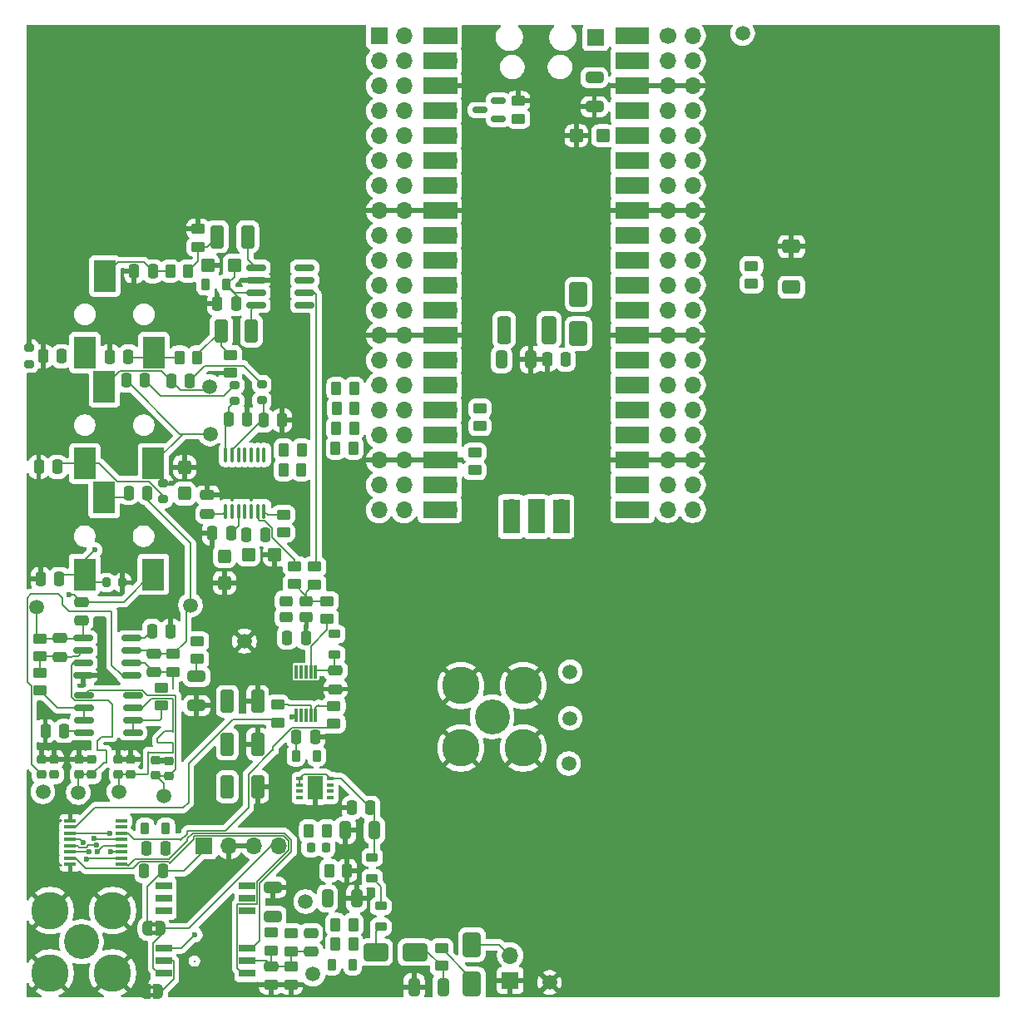
<source format=gbr>
%TF.GenerationSoftware,KiCad,Pcbnew,9.0.7-9.0.7~ubuntu24.04.1*%
%TF.CreationDate,2026-02-02T10:07:16-08:00*%
%TF.ProjectId,Frohne,46726f68-6e65-42e6-9b69-6361645f7063,rev?*%
%TF.SameCoordinates,Original*%
%TF.FileFunction,Copper,L1,Top*%
%TF.FilePolarity,Positive*%
%FSLAX46Y46*%
G04 Gerber Fmt 4.6, Leading zero omitted, Abs format (unit mm)*
G04 Created by KiCad (PCBNEW 9.0.7-9.0.7~ubuntu24.04.1) date 2026-02-02 10:07:16*
%MOMM*%
%LPD*%
G01*
G04 APERTURE LIST*
G04 Aperture macros list*
%AMRoundRect*
0 Rectangle with rounded corners*
0 $1 Rounding radius*
0 $2 $3 $4 $5 $6 $7 $8 $9 X,Y pos of 4 corners*
0 Add a 4 corners polygon primitive as box body*
4,1,4,$2,$3,$4,$5,$6,$7,$8,$9,$2,$3,0*
0 Add four circle primitives for the rounded corners*
1,1,$1+$1,$2,$3*
1,1,$1+$1,$4,$5*
1,1,$1+$1,$6,$7*
1,1,$1+$1,$8,$9*
0 Add four rect primitives between the rounded corners*
20,1,$1+$1,$2,$3,$4,$5,0*
20,1,$1+$1,$4,$5,$6,$7,0*
20,1,$1+$1,$6,$7,$8,$9,0*
20,1,$1+$1,$8,$9,$2,$3,0*%
%AMFreePoly0*
4,1,23,0.500000,-0.750000,0.000000,-0.750000,0.000000,-0.745722,-0.065263,-0.745722,-0.191342,-0.711940,-0.304381,-0.646677,-0.396677,-0.554381,-0.461940,-0.441342,-0.495722,-0.315263,-0.495722,-0.250000,-0.500000,-0.250000,-0.500000,0.250000,-0.495722,0.250000,-0.495722,0.315263,-0.461940,0.441342,-0.396677,0.554381,-0.304381,0.646677,-0.191342,0.711940,-0.065263,0.745722,0.000000,0.745722,
0.000000,0.750000,0.500000,0.750000,0.500000,-0.750000,0.500000,-0.750000,$1*%
%AMFreePoly1*
4,1,23,0.000000,0.745722,0.065263,0.745722,0.191342,0.711940,0.304381,0.646677,0.396677,0.554381,0.461940,0.441342,0.495722,0.315263,0.495722,0.250000,0.500000,0.250000,0.500000,-0.250000,0.495722,-0.250000,0.495722,-0.315263,0.461940,-0.441342,0.396677,-0.554381,0.304381,-0.646677,0.191342,-0.711940,0.065263,-0.745722,0.000000,-0.745722,0.000000,-0.750000,-0.500000,-0.750000,
-0.500000,0.750000,0.000000,0.750000,0.000000,0.745722,0.000000,0.745722,$1*%
G04 Aperture macros list end*
%TA.AperFunction,EtchedComponent*%
%ADD10C,0.000000*%
%TD*%
%TA.AperFunction,SMDPad,CuDef*%
%ADD11RoundRect,0.248780X0.451220X-0.261220X0.451220X0.261220X-0.451220X0.261220X-0.451220X-0.261220X0*%
%TD*%
%TA.AperFunction,SMDPad,CuDef*%
%ADD12RoundRect,0.248780X0.261220X0.451220X-0.261220X0.451220X-0.261220X-0.451220X0.261220X-0.451220X0*%
%TD*%
%TA.AperFunction,SMDPad,CuDef*%
%ADD13RoundRect,0.250000X0.250000X0.475000X-0.250000X0.475000X-0.250000X-0.475000X0.250000X-0.475000X0*%
%TD*%
%TA.AperFunction,SMDPad,CuDef*%
%ADD14FreePoly0,0.000000*%
%TD*%
%TA.AperFunction,SMDPad,CuDef*%
%ADD15FreePoly1,0.000000*%
%TD*%
%TA.AperFunction,SMDPad,CuDef*%
%ADD16RoundRect,0.250000X0.650000X-0.425000X0.650000X0.425000X-0.650000X0.425000X-0.650000X-0.425000X0*%
%TD*%
%TA.AperFunction,SMDPad,CuDef*%
%ADD17RoundRect,0.250000X0.425000X-1.150000X0.425000X1.150000X-0.425000X1.150000X-0.425000X-1.150000X0*%
%TD*%
%TA.AperFunction,SMDPad,CuDef*%
%ADD18RoundRect,0.250000X0.500000X-1.150000X0.500000X1.150000X-0.500000X1.150000X-0.500000X-1.150000X0*%
%TD*%
%TA.AperFunction,ComponentPad*%
%ADD19C,0.500000*%
%TD*%
%TA.AperFunction,SMDPad,CuDef*%
%ADD20RoundRect,0.250000X2.750000X-3.000000X2.750000X3.000000X-2.750000X3.000000X-2.750000X-3.000000X0*%
%TD*%
%TA.AperFunction,SMDPad,CuDef*%
%ADD21RoundRect,0.248780X-0.261220X-0.451220X0.261220X-0.451220X0.261220X0.451220X-0.261220X0.451220X0*%
%TD*%
%TA.AperFunction,SMDPad,CuDef*%
%ADD22RoundRect,0.225000X0.250000X-0.225000X0.250000X0.225000X-0.250000X0.225000X-0.250000X-0.225000X0*%
%TD*%
%TA.AperFunction,ComponentPad*%
%ADD23C,1.500000*%
%TD*%
%TA.AperFunction,SMDPad,CuDef*%
%ADD24RoundRect,0.250000X-0.250000X-0.475000X0.250000X-0.475000X0.250000X0.475000X-0.250000X0.475000X0*%
%TD*%
%TA.AperFunction,ComponentPad*%
%ADD25C,3.556000*%
%TD*%
%TA.AperFunction,ComponentPad*%
%ADD26C,3.810000*%
%TD*%
%TA.AperFunction,SMDPad,CuDef*%
%ADD27RoundRect,0.248780X-0.451220X0.261220X-0.451220X-0.261220X0.451220X-0.261220X0.451220X0.261220X0*%
%TD*%
%TA.AperFunction,SMDPad,CuDef*%
%ADD28RoundRect,0.250000X0.325000X0.650000X-0.325000X0.650000X-0.325000X-0.650000X0.325000X-0.650000X0*%
%TD*%
%TA.AperFunction,ComponentPad*%
%ADD29R,1.700000X1.700000*%
%TD*%
%TA.AperFunction,ComponentPad*%
%ADD30O,1.700000X1.700000*%
%TD*%
%TA.AperFunction,SMDPad,CuDef*%
%ADD31RoundRect,0.250000X0.475000X-0.250000X0.475000X0.250000X-0.475000X0.250000X-0.475000X-0.250000X0*%
%TD*%
%TA.AperFunction,SMDPad,CuDef*%
%ADD32RoundRect,0.200000X0.275000X-0.200000X0.275000X0.200000X-0.275000X0.200000X-0.275000X-0.200000X0*%
%TD*%
%TA.AperFunction,SMDPad,CuDef*%
%ADD33RoundRect,0.250000X0.650000X-0.325000X0.650000X0.325000X-0.650000X0.325000X-0.650000X-0.325000X0*%
%TD*%
%TA.AperFunction,SMDPad,CuDef*%
%ADD34RoundRect,0.250000X-1.000000X-0.650000X1.000000X-0.650000X1.000000X0.650000X-1.000000X0.650000X0*%
%TD*%
%TA.AperFunction,SMDPad,CuDef*%
%ADD35R,1.200000X0.400000*%
%TD*%
%TA.AperFunction,SMDPad,CuDef*%
%ADD36RoundRect,0.200000X-0.200000X-0.275000X0.200000X-0.275000X0.200000X0.275000X-0.200000X0.275000X0*%
%TD*%
%TA.AperFunction,ComponentPad*%
%ADD37C,1.700000*%
%TD*%
%TA.AperFunction,SMDPad,CuDef*%
%ADD38RoundRect,0.250000X-0.475000X0.250000X-0.475000X-0.250000X0.475000X-0.250000X0.475000X0.250000X0*%
%TD*%
%TA.AperFunction,SMDPad,CuDef*%
%ADD39RoundRect,0.250000X-0.650000X1.000000X-0.650000X-1.000000X0.650000X-1.000000X0.650000X1.000000X0*%
%TD*%
%TA.AperFunction,SMDPad,CuDef*%
%ADD40RoundRect,0.225000X-0.225000X-0.250000X0.225000X-0.250000X0.225000X0.250000X-0.225000X0.250000X0*%
%TD*%
%TA.AperFunction,SMDPad,CuDef*%
%ADD41RoundRect,0.249056X-0.410944X-0.925944X0.410944X-0.925944X0.410944X0.925944X-0.410944X0.925944X0*%
%TD*%
%TA.AperFunction,SMDPad,CuDef*%
%ADD42RoundRect,0.250000X0.450000X0.425000X-0.450000X0.425000X-0.450000X-0.425000X0.450000X-0.425000X0*%
%TD*%
%TA.AperFunction,SMDPad,CuDef*%
%ADD43RoundRect,0.250000X-0.325000X-0.650000X0.325000X-0.650000X0.325000X0.650000X-0.325000X0.650000X0*%
%TD*%
%TA.AperFunction,SMDPad,CuDef*%
%ADD44RoundRect,0.150000X0.590000X0.150000X-0.590000X0.150000X-0.590000X-0.150000X0.590000X-0.150000X0*%
%TD*%
%TA.AperFunction,SMDPad,CuDef*%
%ADD45RoundRect,0.249056X0.410944X0.925944X-0.410944X0.925944X-0.410944X-0.925944X0.410944X-0.925944X0*%
%TD*%
%TA.AperFunction,SMDPad,CuDef*%
%ADD46R,0.300000X1.400000*%
%TD*%
%TA.AperFunction,SMDPad,CuDef*%
%ADD47RoundRect,0.150000X0.825000X0.150000X-0.825000X0.150000X-0.825000X-0.150000X0.825000X-0.150000X0*%
%TD*%
%TA.AperFunction,SMDPad,CuDef*%
%ADD48RoundRect,0.220000X0.220000X0.380000X-0.220000X0.380000X-0.220000X-0.380000X0.220000X-0.380000X0*%
%TD*%
%TA.AperFunction,SMDPad,CuDef*%
%ADD49R,2.200000X3.200000*%
%TD*%
%TA.AperFunction,SMDPad,CuDef*%
%ADD50RoundRect,0.250000X-0.650000X0.325000X-0.650000X-0.325000X0.650000X-0.325000X0.650000X0.325000X0*%
%TD*%
%TA.AperFunction,SMDPad,CuDef*%
%ADD51R,3.500000X1.700000*%
%TD*%
%TA.AperFunction,SMDPad,CuDef*%
%ADD52R,1.700000X3.500000*%
%TD*%
%TA.AperFunction,SMDPad,CuDef*%
%ADD53RoundRect,0.200000X-0.275000X0.200000X-0.275000X-0.200000X0.275000X-0.200000X0.275000X0.200000X0*%
%TD*%
%TA.AperFunction,SMDPad,CuDef*%
%ADD54RoundRect,0.250000X-0.425000X0.450000X-0.425000X-0.450000X0.425000X-0.450000X0.425000X0.450000X0*%
%TD*%
%TA.AperFunction,SMDPad,CuDef*%
%ADD55RoundRect,0.100000X0.100000X-0.637500X0.100000X0.637500X-0.100000X0.637500X-0.100000X-0.637500X0*%
%TD*%
%TA.AperFunction,SMDPad,CuDef*%
%ADD56RoundRect,0.220000X0.380000X-0.220000X0.380000X0.220000X-0.380000X0.220000X-0.380000X-0.220000X0*%
%TD*%
%TA.AperFunction,SMDPad,CuDef*%
%ADD57RoundRect,0.250000X0.425000X-0.450000X0.425000X0.450000X-0.425000X0.450000X-0.425000X-0.450000X0*%
%TD*%
%TA.AperFunction,SMDPad,CuDef*%
%ADD58R,0.650000X0.350000*%
%TD*%
%TA.AperFunction,SMDPad,CuDef*%
%ADD59R,1.550000X2.400000*%
%TD*%
%TA.AperFunction,SMDPad,CuDef*%
%ADD60RoundRect,0.220000X-0.380000X0.220000X-0.380000X-0.220000X0.380000X-0.220000X0.380000X0.220000X0*%
%TD*%
%TA.AperFunction,SMDPad,CuDef*%
%ADD61R,1.670000X0.760000*%
%TD*%
%TA.AperFunction,SMDPad,CuDef*%
%ADD62RoundRect,0.250000X0.650000X-1.000000X0.650000X1.000000X-0.650000X1.000000X-0.650000X-1.000000X0*%
%TD*%
%TA.AperFunction,SMDPad,CuDef*%
%ADD63RoundRect,0.250000X-0.400000X-0.300000X0.400000X-0.300000X0.400000X0.300000X-0.400000X0.300000X0*%
%TD*%
%TA.AperFunction,SMDPad,CuDef*%
%ADD64RoundRect,0.250000X-0.450000X-0.425000X0.450000X-0.425000X0.450000X0.425000X-0.450000X0.425000X0*%
%TD*%
%TA.AperFunction,SMDPad,CuDef*%
%ADD65RoundRect,0.150000X-0.825000X-0.150000X0.825000X-0.150000X0.825000X0.150000X-0.825000X0.150000X0*%
%TD*%
%TA.AperFunction,SMDPad,CuDef*%
%ADD66RoundRect,0.220000X-0.220000X-0.380000X0.220000X-0.380000X0.220000X0.380000X-0.220000X0.380000X0*%
%TD*%
%TA.AperFunction,ViaPad*%
%ADD67C,0.600000*%
%TD*%
%TA.AperFunction,Conductor*%
%ADD68C,0.127000*%
%TD*%
G04 APERTURE END LIST*
D10*
%TA.AperFunction,EtchedComponent*%
%TO.C,JP1*%
G36*
X114420000Y-129660000D02*
G01*
X113920000Y-129660000D01*
X113920000Y-129260000D01*
X114420000Y-129260000D01*
X114420000Y-129660000D01*
G37*
%TD.AperFunction*%
%TA.AperFunction,EtchedComponent*%
G36*
X114420000Y-130460000D02*
G01*
X113920000Y-130460000D01*
X113920000Y-130060000D01*
X114420000Y-130060000D01*
X114420000Y-130460000D01*
G37*
%TD.AperFunction*%
%TA.AperFunction,EtchedComponent*%
%TO.C,JP86*%
G36*
X114630000Y-123280000D02*
G01*
X114130000Y-123280000D01*
X114130000Y-122880000D01*
X114630000Y-122880000D01*
X114630000Y-123280000D01*
G37*
%TD.AperFunction*%
%TA.AperFunction,EtchedComponent*%
G36*
X114630000Y-124080000D02*
G01*
X114130000Y-124080000D01*
X114130000Y-123680000D01*
X114630000Y-123680000D01*
X114630000Y-124080000D01*
G37*
%TD.AperFunction*%
%TD*%
D11*
%TO.P,R1,1*%
%TO.N,Net-(TR1-C_RX)*%
X128370000Y-125790000D03*
%TO.P,R1,2*%
%TO.N,VDDA*%
X128370000Y-123970000D03*
%TD*%
D12*
%TO.P,R33,1*%
%TO.N,Net-(C47-Pad2)*%
X118820000Y-65330000D03*
%TO.P,R33,2*%
%TO.N,Net-(C53-Pad1)*%
X117000000Y-65330000D03*
%TD*%
D11*
%TO.P,R9,1*%
%TO.N,Net-(U5B--)*%
X102800000Y-99260000D03*
%TO.P,R9,2*%
%TO.N,Net-(U8A--)*%
X102800000Y-97440000D03*
%TD*%
%TO.P,R28,1*%
%TO.N,Net-(Q1-G)*%
X151490000Y-41050000D03*
%TO.P,R28,2*%
%TO.N,GND*%
X151490000Y-39230000D03*
%TD*%
D13*
%TO.P,C29,1*%
%TO.N,Net-(C18-Pad2)*%
X113710000Y-79130000D03*
%TO.P,C29,2*%
%TO.N,/I*%
X111810000Y-79130000D03*
%TD*%
D14*
%TO.P,JP1,1,A*%
%TO.N,GND*%
X113520000Y-129860000D03*
D15*
%TO.P,JP1,2,B*%
%TO.N,Net-(JP1-B)*%
X114820000Y-129860000D03*
%TD*%
D16*
%TO.P,S1,1,A*%
%TO.N,/Raspberry_Pi_Pico/RST*%
X179270000Y-58200000D03*
%TO.P,S1,2,B*%
%TO.N,GND*%
X179270000Y-54050000D03*
%TD*%
D17*
%TO.P,U6,1,VIN*%
%TO.N,Net-(Q1-G)*%
X150020000Y-62530000D03*
D18*
%TO.P,U6,3,VOUT*%
%TO.N,Net-(JP2-A)*%
X154600000Y-62530000D03*
D19*
%TO.P,U6,4,GND*%
%TO.N,GND*%
X150310000Y-58050000D03*
X152310000Y-58050000D03*
X154310000Y-58050000D03*
X150310000Y-56050000D03*
X152310000Y-56050000D03*
X154310000Y-56050000D03*
D20*
X152330000Y-55570000D03*
D19*
X150310000Y-54050000D03*
X152310000Y-54050000D03*
X154310000Y-54050000D03*
%TD*%
D21*
%TO.P,R7,1*%
%TO.N,Net-(C35-Pad1)*%
X132860000Y-123070000D03*
%TO.P,R7,2*%
%TO.N,Net-(FB5-Pad1)*%
X134680000Y-123070000D03*
%TD*%
D22*
%TO.P,C22,1*%
%TO.N,Net-(U5A-+)*%
X112030000Y-107795000D03*
%TO.P,C22,2*%
%TO.N,GND*%
X112030000Y-106235000D03*
%TD*%
D23*
%TO.P,TP1,1,1*%
%TO.N,Net-(C3-Pad2)*%
X120060000Y-68290000D03*
%TD*%
D24*
%TO.P,C52,1*%
%TO.N,GND*%
X102870000Y-87880000D03*
%TO.P,C52,2*%
%TO.N,Net-(e5-B)*%
X104770000Y-87880000D03*
%TD*%
D25*
%TO.P,J11,1,In*%
%TO.N,Net-(J11-In)*%
X107005000Y-124815000D03*
D26*
%TO.P,J11,2,Ext*%
%TO.N,GND*%
X103830000Y-121640000D03*
X103830000Y-127990000D03*
X110180000Y-121640000D03*
X110180000Y-127990000D03*
%TD*%
D11*
%TO.P,R37,1*%
%TO.N,/I_CLK*%
X132710000Y-102620000D03*
%TO.P,R37,2*%
%TO.N,Net-(U4-CLK0)*%
X132710000Y-100800000D03*
%TD*%
D23*
%TO.P,TP10,1,1*%
%TO.N,GND*%
X123600000Y-94220000D03*
%TD*%
D27*
%TO.P,R16,1*%
%TO.N,Net-(U2-LRCK)*%
X127560000Y-81350000D03*
%TO.P,R16,2*%
%TO.N,/WS*%
X127560000Y-83170000D03*
%TD*%
D28*
%TO.P,C42,1*%
%TO.N,Net-(C42-Pad1)*%
X143830000Y-129420000D03*
%TO.P,C42,2*%
%TO.N,GND*%
X140870000Y-129420000D03*
%TD*%
D23*
%TO.P,TP14,1,1*%
%TO.N,Net-(U7-1B1)*%
X103100000Y-109560000D03*
%TD*%
D29*
%TO.P,Je3,1,Pin_1*%
%TO.N,Net-(JP86-A)*%
X119480000Y-115080000D03*
D30*
%TO.P,Je3,2,Pin_2*%
%TO.N,GND*%
X122020000Y-115080000D03*
%TO.P,Je3,3,Pin_3*%
X124560000Y-115080000D03*
%TO.P,Je3,4,Pin_4*%
%TO.N,Net-(JP86-B)*%
X127100000Y-115080000D03*
%TD*%
D31*
%TO.P,C15,1*%
%TO.N,GND*%
X132860000Y-99100000D03*
%TO.P,C15,2*%
%TO.N,Net-(U4-VDD)*%
X132860000Y-97200000D03*
%TD*%
D13*
%TO.P,C38,1*%
%TO.N,GND*%
X130800000Y-103940000D03*
%TO.P,C38,2*%
%TO.N,Net-(U4-VDDO)*%
X128900000Y-103940000D03*
%TD*%
D22*
%TO.P,C16,1*%
%TO.N,Net-(U7-1B1)*%
X104250000Y-107805000D03*
%TO.P,C16,2*%
%TO.N,GND*%
X104250000Y-106245000D03*
%TD*%
%TO.P,C26,1*%
%TO.N,Net-(U5A-+)*%
X110770000Y-107795000D03*
%TO.P,C26,2*%
%TO.N,GND*%
X110770000Y-106235000D03*
%TD*%
D29*
%TO.P,J5,1,Pin_1*%
%TO.N,GND*%
X150650000Y-128750000D03*
D30*
%TO.P,J5,2,Pin_2*%
%TO.N,Net-(J5-Pin_2)*%
X150650000Y-126210000D03*
%TD*%
D14*
%TO.P,JP86,1,A*%
%TO.N,Net-(JP86-A)*%
X113730000Y-123480000D03*
D15*
%TO.P,JP86,2,B*%
%TO.N,Net-(JP86-B)*%
X115030000Y-123480000D03*
%TD*%
D32*
%TO.P,R19,1*%
%TO.N,Net-(e3-B)*%
X101680000Y-66000000D03*
%TO.P,R19,2*%
%TO.N,GND*%
X101680000Y-64360000D03*
%TD*%
D11*
%TO.P,R12,1*%
%TO.N,Net-(U8B--)*%
X116340000Y-97360000D03*
%TO.P,R12,2*%
%TO.N,Net-(C18-Pad2)*%
X116340000Y-95540000D03*
%TD*%
D31*
%TO.P,C20,1*%
%TO.N,GND*%
X126320000Y-129200000D03*
%TO.P,C20,2*%
%TO.N,Net-(TR1-C_RX)*%
X126320000Y-127300000D03*
%TD*%
D23*
%TO.P,TP25,1,1*%
%TO.N,+4.7V*%
X174310000Y-32350000D03*
%TD*%
D32*
%TO.P,R14,1*%
%TO.N,Net-(e4-B)*%
X115340000Y-79790000D03*
%TO.P,R14,2*%
%TO.N,GND*%
X115340000Y-78150000D03*
%TD*%
D33*
%TO.P,C34,1*%
%TO.N,Net-(C34-Pad1)*%
X126480000Y-122240000D03*
%TO.P,C34,2*%
%TO.N,GND*%
X126480000Y-119280000D03*
%TD*%
D23*
%TO.P,TP12,1,1*%
%TO.N,GND*%
X154660000Y-128960000D03*
%TD*%
D34*
%TO.P,D1,1*%
%TO.N,Net-(D1-Pad1)*%
X136960000Y-125890000D03*
%TO.P,D1,2*%
%TO.N,Net-(C42-Pad1)*%
X140960000Y-125890000D03*
%TD*%
D35*
%TO.P,U7,1,1~{OE}*%
%TO.N,GND*%
X105870000Y-112510000D03*
%TO.P,U7,2,S1*%
%TO.N,/Q_CLK*%
X105870000Y-113145000D03*
%TO.P,U7,3,1B4*%
%TO.N,Net-(U5B-+)*%
X105870000Y-113780000D03*
%TO.P,U7,4,1B3*%
%TO.N,Net-(U5A-+)*%
X105870000Y-114415000D03*
%TO.P,U7,5,1B2*%
%TO.N,Net-(U7-1B2)*%
X105870000Y-115050000D03*
%TO.P,U7,6,1B1*%
%TO.N,Net-(U7-1B1)*%
X105870000Y-115685000D03*
%TO.P,U7,7,1A*%
%TO.N,Net-(TR1-RX-)*%
X105870000Y-116320000D03*
%TO.P,U7,8,GND*%
%TO.N,GND*%
X105870000Y-116955000D03*
%TO.P,U7,9,2A*%
%TO.N,Net-(TR1-RX+)*%
X111070000Y-116955000D03*
%TO.P,U7,10,2B1*%
%TO.N,Net-(U5A-+)*%
X111070000Y-116320000D03*
%TO.P,U7,11,2B2*%
%TO.N,Net-(U5B-+)*%
X111070000Y-115685000D03*
%TO.P,U7,12,2B3*%
%TO.N,Net-(U7-1B2)*%
X111070000Y-115050000D03*
%TO.P,U7,13,2B4*%
%TO.N,Net-(U7-1B1)*%
X111070000Y-114415000D03*
%TO.P,U7,14,S0*%
%TO.N,/I_CLK*%
X111070000Y-113780000D03*
%TO.P,U7,15,2~{OE}*%
%TO.N,GND*%
X111070000Y-113145000D03*
%TO.P,U7,16,VCC*%
%TO.N,Net-(U7-VCC)*%
X111070000Y-112510000D03*
%TD*%
D27*
%TO.P,R34,1*%
%TO.N,/CMOS Oscillator/SCLK*%
X130750000Y-86620000D03*
%TO.P,R34,2*%
%TO.N,Net-(X1-OUT)*%
X130750000Y-88440000D03*
%TD*%
D36*
%TO.P,R30,1*%
%TO.N,Net-(e5-B)*%
X109550000Y-88260000D03*
%TO.P,R30,2*%
%TO.N,GND*%
X111190000Y-88260000D03*
%TD*%
D28*
%TO.P,C5,1*%
%TO.N,Net-(e1-EN)*%
X136830000Y-113470000D03*
%TO.P,C5,2*%
%TO.N,GND*%
X133870000Y-113470000D03*
%TD*%
D13*
%TO.P,C43,1*%
%TO.N,Net-(JP2-A)*%
X156300000Y-65560000D03*
%TO.P,C43,2*%
%TO.N,GND*%
X154400000Y-65560000D03*
%TD*%
D30*
%TO.P,J3,21,Pin_20*%
%TO.N,Net-(J3-Pin_20)*%
X166680000Y-80840000D03*
X169220000Y-80840000D03*
%TO.P,J3,22,Pin_19*%
%TO.N,Net-(J3-Pin_19)*%
X166680000Y-78300000D03*
X169220000Y-78300000D03*
%TO.P,J3,23,Pin_23*%
%TO.N,GND*%
X166680000Y-75760000D03*
X169220000Y-75760000D03*
%TO.P,J3,24,Pin_17*%
%TO.N,Net-(J3-Pin_17)*%
X166680000Y-73220000D03*
X169220000Y-73220000D03*
%TO.P,J3,25,Pin_16*%
%TO.N,Net-(J3-Pin_16)*%
X166680000Y-70680000D03*
X169220000Y-70680000D03*
%TO.P,J3,26,Pin_15*%
%TO.N,Net-(J3-Pin_15)*%
X166680000Y-68140000D03*
X169220000Y-68140000D03*
%TO.P,J3,27,Pin_14*%
%TO.N,Net-(J3-Pin_14)*%
X166680000Y-65600000D03*
X169220000Y-65600000D03*
%TO.P,J3,28,Pin_13*%
%TO.N,GND*%
X166680000Y-63060000D03*
X169220000Y-63060000D03*
%TO.P,J3,29,Pin_12*%
%TO.N,Net-(J3-Pin_12)*%
X166680000Y-60520000D03*
X169220000Y-60520000D03*
%TO.P,J3,30,Pin_11*%
%TO.N,+3.3V*%
X166680000Y-57980000D03*
X169220000Y-57980000D03*
%TO.P,J3,31,Pin_10*%
%TO.N,Net-(J3-Pin_10)*%
X166680000Y-55440000D03*
X169220000Y-55440000D03*
%TO.P,J3,32,Pin_9*%
%TO.N,Net-(J3-Pin_32)*%
X166680000Y-52900000D03*
X169220000Y-52900000D03*
%TO.P,J3,33,Pin_8*%
%TO.N,GND*%
X166680000Y-50360000D03*
X169220000Y-50360000D03*
%TO.P,J3,34,Pin_7*%
%TO.N,Net-(J3-Pin_34)*%
X166680000Y-47820000D03*
X169220000Y-47820000D03*
%TO.P,J3,35,Pin_6*%
%TO.N,Net-(J3-Pin_35)*%
X166680000Y-45280000D03*
X169220000Y-45280000D03*
%TO.P,J3,36,Pin_5*%
%TO.N,Net-(J3-Pin_36)*%
X166680000Y-42740000D03*
X169220000Y-42740000D03*
%TO.P,J3,37,Pin_4*%
%TO.N,Net-(J3-Pin_37)*%
X166680000Y-40200000D03*
X169220000Y-40200000D03*
%TO.P,J3,38,Pin_38*%
%TO.N,GND*%
X166680000Y-37660000D03*
X169220000Y-37660000D03*
%TO.P,J3,39,Pin_2*%
%TO.N,Net-(J3-Pin_2)*%
X166680000Y-35120000D03*
X169220000Y-35120000D03*
D37*
%TO.P,J3,40,Pin_1*%
%TO.N,Net-(J3-Pin_1)*%
X166680000Y-32580000D03*
D30*
X169220000Y-32580000D03*
%TD*%
D11*
%TO.P,R10,1*%
%TO.N,Net-(TR1-C_RX)*%
X126320000Y-125700000D03*
%TO.P,R10,2*%
%TO.N,Net-(C34-Pad1)*%
X126320000Y-123880000D03*
%TD*%
D24*
%TO.P,C1,1*%
%TO.N,Net-(J11-In)*%
X113400000Y-117610000D03*
%TO.P,C1,2*%
%TO.N,Net-(JP86-A)*%
X115300000Y-117610000D03*
%TD*%
D38*
%TO.P,C11,1*%
%TO.N,GND*%
X119840000Y-79360000D03*
%TO.P,C11,2*%
%TO.N,Net-(U2-VREF)*%
X119840000Y-81260000D03*
%TD*%
D39*
%TO.P,D3,1*%
%TO.N,+4.7*%
X157590000Y-58910000D03*
%TO.P,D3,2*%
%TO.N,Net-(JP2-A)*%
X157590000Y-62910000D03*
%TD*%
D22*
%TO.P,C19,1*%
%TO.N,Net-(U7-1B2)*%
X106790000Y-107805000D03*
%TO.P,C19,2*%
%TO.N,GND*%
X106790000Y-106245000D03*
%TD*%
D12*
%TO.P,R22,1*%
%TO.N,Net-(C46-Pad2)*%
X117860000Y-56550000D03*
%TO.P,R22,2*%
%TO.N,Net-(C49-Pad1)*%
X116040000Y-56550000D03*
%TD*%
D23*
%TO.P,TP18,1,1*%
%TO.N,Net-(C21-Pad2)*%
X102460000Y-90740000D03*
%TD*%
D11*
%TO.P,R21,1*%
%TO.N,Net-(C42-Pad1)*%
X143670000Y-127290000D03*
%TO.P,R21,2*%
%TO.N,Net-(Q1-G)*%
X143670000Y-125470000D03*
%TD*%
D40*
%TO.P,C40,1*%
%TO.N,Net-(C35-Pad1)*%
X130350000Y-115260000D03*
%TO.P,C40,2*%
%TO.N,Net-(e1-SENSE{slash}ADJ)*%
X131910000Y-115260000D03*
%TD*%
D31*
%TO.P,C18,1*%
%TO.N,Net-(U8B--)*%
X114360000Y-97400000D03*
%TO.P,C18,2*%
%TO.N,Net-(C18-Pad2)*%
X114360000Y-95500000D03*
%TD*%
D24*
%TO.P,C51,1*%
%TO.N,GND*%
X102660000Y-76490000D03*
%TO.P,C51,2*%
%TO.N,Net-(e4-B)*%
X104560000Y-76490000D03*
%TD*%
D13*
%TO.P,C4,1*%
%TO.N,Net-(JP19-B)*%
X113490000Y-67670000D03*
%TO.P,C4,2*%
%TO.N,Net-(C4-Pad2)*%
X111590000Y-67670000D03*
%TD*%
D41*
%TO.P,C37,1*%
%TO.N,VDDA*%
X121860000Y-109050000D03*
%TO.P,C37,2*%
%TO.N,GND*%
X124940000Y-109050000D03*
%TD*%
D22*
%TO.P,C27,1*%
%TO.N,Net-(U5B-+)*%
X114520000Y-107865000D03*
%TO.P,C27,2*%
%TO.N,GND*%
X114520000Y-106305000D03*
%TD*%
D42*
%TO.P,C45,1*%
%TO.N,Net-(U1-VDD)*%
X122580000Y-55980000D03*
%TO.P,C45,2*%
%TO.N,GND*%
X119880000Y-55980000D03*
%TD*%
D43*
%TO.P,C35,1*%
%TO.N,Net-(C35-Pad1)*%
X132050000Y-120400000D03*
%TO.P,C35,2*%
%TO.N,GND*%
X135010000Y-120400000D03*
%TD*%
D27*
%TO.P,R31,1*%
%TO.N,Net-(C47-Pad2)*%
X122170000Y-65070000D03*
%TO.P,R31,2*%
%TO.N,GND*%
X122170000Y-66890000D03*
%TD*%
D21*
%TO.P,R24,1*%
%TO.N,/OSC_SDA*%
X132960000Y-68520000D03*
%TO.P,R24,2*%
%TO.N,/Raspberry_Pi_Pico/GPIO12*%
X134780000Y-68520000D03*
%TD*%
D13*
%TO.P,C23,1*%
%TO.N,GND*%
X115560000Y-115280000D03*
%TO.P,C23,2*%
%TO.N,Net-(U7-VCC)*%
X113660000Y-115280000D03*
%TD*%
D44*
%TO.P,Q1,1,G*%
%TO.N,Net-(Q1-G)*%
X149440000Y-41090000D03*
%TO.P,Q1,2,S*%
%TO.N,+4.7V*%
X149440000Y-39190000D03*
%TO.P,Q1,3,D*%
%TO.N,Net-(Q1-D)*%
X147560000Y-40140000D03*
%TD*%
D21*
%TO.P,R17,1*%
%TO.N,Net-(U2-BCK)*%
X127600000Y-74790000D03*
%TO.P,R17,2*%
%TO.N,/BCK*%
X129420000Y-74790000D03*
%TD*%
D45*
%TO.P,C46,1*%
%TO.N,Net-(U1-AOUTR)*%
X123940000Y-53040000D03*
%TO.P,C46,2*%
%TO.N,Net-(C46-Pad2)*%
X120860000Y-53040000D03*
%TD*%
D21*
%TO.P,R20,1*%
%TO.N,Net-(C35-Pad1)*%
X132850000Y-125090000D03*
%TO.P,R20,2*%
%TO.N,Net-(FB5-Pad1)*%
X134670000Y-125090000D03*
%TD*%
%TO.P,R25,1*%
%TO.N,/OSC_SCL*%
X132880000Y-74560000D03*
%TO.P,R25,2*%
%TO.N,/Raspberry_Pi_Pico/GPIO13*%
X134700000Y-74560000D03*
%TD*%
D41*
%TO.P,C36,1*%
%TO.N,VDDA*%
X121860000Y-104700000D03*
%TO.P,C36,2*%
%TO.N,GND*%
X124940000Y-104700000D03*
%TD*%
D38*
%TO.P,C21,1*%
%TO.N,/Q*%
X107010000Y-90220000D03*
%TO.P,C21,2*%
%TO.N,Net-(C21-Pad2)*%
X107010000Y-92120000D03*
%TD*%
D46*
%TO.P,U4,1,VDD*%
%TO.N,Net-(U4-VDD)*%
X130850000Y-97330000D03*
%TO.P,U4,2,XA*%
%TO.N,/CMOS Oscillator/LO_CLK*%
X130350000Y-97330000D03*
%TO.P,U4,3,XB*%
%TO.N,unconnected-(U4-XB-Pad3)*%
X129850000Y-97330000D03*
%TO.P,U4,4,SCL*%
%TO.N,/OSC_SCL*%
X129350000Y-97330000D03*
%TO.P,U4,5,SDA*%
%TO.N,/OSC_SDA*%
X128850000Y-97330000D03*
%TO.P,U4,6,CLK2*%
%TO.N,/Si5351a/CLK2*%
X128850000Y-101730000D03*
%TO.P,U4,7,VDDO*%
%TO.N,Net-(U4-VDDO)*%
X129350000Y-101730000D03*
%TO.P,U4,8,GND*%
%TO.N,GND*%
X129850000Y-101730000D03*
%TO.P,U4,9,CLK1*%
%TO.N,Net-(U4-CLK1)*%
X130350000Y-101730000D03*
%TO.P,U4,10,CLK0*%
%TO.N,Net-(U4-CLK0)*%
X130850000Y-101730000D03*
%TD*%
D24*
%TO.P,C7,1*%
%TO.N,Net-(U2-VINR)*%
X122000000Y-71620000D03*
%TO.P,C7,2*%
%TO.N,GND*%
X123900000Y-71620000D03*
%TD*%
D47*
%TO.P,U1,1,SDIN*%
%TO.N,/SDIN*%
X129735000Y-60015000D03*
%TO.P,U1,2,SCLK*%
%TO.N,/CMOS Oscillator/SCLK*%
X129735000Y-58745000D03*
%TO.P,U1,3,LRCK*%
%TO.N,/LRCK*%
X129735000Y-57475000D03*
%TO.P,U1,4,MCLK*%
%TO.N,/MCLK*%
X129735000Y-56205000D03*
%TO.P,U1,5,AOUTR*%
%TO.N,Net-(U1-AOUTR)*%
X124785000Y-56205000D03*
%TO.P,U1,6,GND*%
%TO.N,GND*%
X124785000Y-57475000D03*
%TO.P,U1,7,VDD*%
%TO.N,Net-(U1-VDD)*%
X124785000Y-58745000D03*
%TO.P,U1,8,AOUTL*%
%TO.N,Net-(U1-AOUTL)*%
X124785000Y-60015000D03*
%TD*%
D21*
%TO.P,R26,1*%
%TO.N,/SDA*%
X132930000Y-72580000D03*
%TO.P,R26,2*%
%TO.N,/Raspberry_Pi_Pico/GPIO13*%
X134750000Y-72580000D03*
%TD*%
D23*
%TO.P,TP2,1,1*%
%TO.N,Net-(C4-Pad2)*%
X120110000Y-73130000D03*
%TD*%
D13*
%TO.P,C53,1*%
%TO.N,Net-(C53-Pad1)*%
X111800000Y-65240000D03*
%TO.P,C53,2*%
%TO.N,GND*%
X109900000Y-65240000D03*
%TD*%
D48*
%TO.P,FB7,1*%
%TO.N,Net-(U1-VDD)*%
X121760000Y-57940000D03*
%TO.P,FB7,2*%
%TO.N,+3.3V*%
X119640000Y-57940000D03*
%TD*%
D49*
%TO.P,J9,R*%
%TO.N,Net-(C49-Pad1)*%
X109370000Y-57050000D03*
%TO.P,J9,S*%
%TO.N,Net-(e3-B)*%
X107370000Y-64850000D03*
%TO.P,J9,T*%
%TO.N,Net-(C53-Pad1)*%
X114370000Y-64850000D03*
%TD*%
D11*
%TO.P,R23,1*%
%TO.N,+3.3V*%
X147040000Y-76830000D03*
%TO.P,R23,2*%
%TO.N,/Raspberry_Pi_Pico/GPIO13*%
X147040000Y-75010000D03*
%TD*%
%TO.P,R38,1*%
%TO.N,/Q_CLK*%
X127000000Y-102510000D03*
%TO.P,R38,2*%
%TO.N,Net-(U4-CLK1)*%
X127000000Y-100690000D03*
%TD*%
D43*
%TO.P,C41,1*%
%TO.N,Net-(Q1-G)*%
X149760000Y-65560000D03*
%TO.P,C41,2*%
%TO.N,GND*%
X152720000Y-65560000D03*
%TD*%
D50*
%TO.P,C33,1*%
%TO.N,Net-(C33-Pad1)*%
X118740000Y-97820000D03*
%TO.P,C33,2*%
%TO.N,GND*%
X118740000Y-100780000D03*
%TD*%
D30*
%TO.P,U3,1,GPIO0*%
%TO.N,Net-(J4-Pin_1)*%
X144400000Y-32600000D03*
D51*
X143500000Y-32600000D03*
D30*
%TO.P,U3,2,GPIO1*%
%TO.N,Net-(J4-Pin_2)*%
X144400000Y-35140000D03*
D51*
X143500000Y-35140000D03*
D29*
%TO.P,U3,3,GND*%
%TO.N,GND*%
X144400000Y-37680000D03*
D51*
X143500000Y-37680000D03*
D30*
%TO.P,U3,4,GPIO2*%
%TO.N,Net-(J4-Pin_4)*%
X144400000Y-40220000D03*
D51*
X143500000Y-40220000D03*
D30*
%TO.P,U3,5,GPIO3*%
%TO.N,Net-(J4-Pin_5)*%
X144400000Y-42760000D03*
D51*
X143500000Y-42760000D03*
D30*
%TO.P,U3,6,GPIO4*%
%TO.N,Net-(J4-Pin_6)*%
X144400000Y-45300000D03*
D51*
X143500000Y-45300000D03*
D30*
%TO.P,U3,7,GPIO5*%
%TO.N,Net-(J4-Pin_7)*%
X144400000Y-47840000D03*
D51*
X143500000Y-47840000D03*
D29*
%TO.P,U3,8,GND*%
%TO.N,GND*%
X144400000Y-50380000D03*
D51*
X143500000Y-50380000D03*
D30*
%TO.P,U3,9,GPIO6*%
%TO.N,Net-(J4-Pin_9)*%
X144400000Y-52920000D03*
D51*
X143500000Y-52920000D03*
D30*
%TO.P,U3,10,GPIO7*%
%TO.N,Net-(J4-Pin_10)*%
X144400000Y-55460000D03*
D51*
X143500000Y-55460000D03*
D30*
%TO.P,U3,11,GPIO8*%
%TO.N,Net-(J4-Pin_11)*%
X144400000Y-58000000D03*
D51*
X143500000Y-58000000D03*
D30*
%TO.P,U3,12,GPIO9*%
%TO.N,Net-(J4-Pin_12)*%
X144400000Y-60540000D03*
D51*
X143500000Y-60540000D03*
D29*
%TO.P,U3,13,GND*%
%TO.N,GND*%
X144400000Y-63080000D03*
D51*
X143500000Y-63080000D03*
D30*
%TO.P,U3,14,GPIO10*%
%TO.N,Net-(J4-Pin_14)*%
X144400000Y-65620000D03*
D51*
X143500000Y-65620000D03*
D30*
%TO.P,U3,15,GPIO11*%
%TO.N,Net-(J4-Pin_15)*%
X144400000Y-68160000D03*
D51*
X143500000Y-68160000D03*
D30*
%TO.P,U3,16,GPIO12*%
%TO.N,Net-(J4-Pin_16)*%
X144400000Y-70700000D03*
D51*
X143500000Y-70700000D03*
D30*
%TO.P,U3,17,GPIO13*%
%TO.N,Net-(J4-Pin_17)*%
X144400000Y-73240000D03*
D51*
X143500000Y-73240000D03*
D29*
%TO.P,U3,18,GND*%
%TO.N,GND*%
X144400000Y-75780000D03*
D51*
X143500000Y-75780000D03*
D30*
%TO.P,U3,19,GPIO14*%
%TO.N,Net-(J4-Pin_19)*%
X144400000Y-78320000D03*
D51*
X143500000Y-78320000D03*
D30*
%TO.P,U3,20,GPIO15*%
%TO.N,Net-(J4-Pin_20)*%
X144400000Y-80860000D03*
D51*
X143500000Y-80860000D03*
D30*
%TO.P,U3,21,GPIO16*%
%TO.N,Net-(J10-Pin_20)*%
X162180000Y-80860000D03*
D51*
X163080000Y-80860000D03*
D30*
%TO.P,U3,22,GPIO17*%
%TO.N,Net-(J10-Pin_19)*%
X162180000Y-78320000D03*
D51*
X163080000Y-78320000D03*
D29*
%TO.P,U3,23,GND*%
%TO.N,GND*%
X162180000Y-75780000D03*
D51*
X163080000Y-75780000D03*
D30*
%TO.P,U3,24,GPIO18*%
%TO.N,Net-(J10-Pin_17)*%
X162180000Y-73240000D03*
D51*
X163080000Y-73240000D03*
D30*
%TO.P,U3,25,GPIO19*%
%TO.N,Net-(J10-Pin_16)*%
X162180000Y-70700000D03*
D51*
X163080000Y-70700000D03*
D30*
%TO.P,U3,26,GPIO20*%
%TO.N,Net-(J10-Pin_15)*%
X162180000Y-68160000D03*
D51*
X163080000Y-68160000D03*
D30*
%TO.P,U3,27,GPIO21*%
%TO.N,Net-(J10-Pin_14)*%
X162180000Y-65620000D03*
D51*
X163080000Y-65620000D03*
D29*
%TO.P,U3,28,GND*%
%TO.N,GND*%
X162180000Y-63080000D03*
D51*
X163080000Y-63080000D03*
D30*
%TO.P,U3,29,GPIO22*%
%TO.N,Net-(J10-Pin_12)*%
X162180000Y-60540000D03*
D51*
X163080000Y-60540000D03*
D30*
%TO.P,U3,30,RUN*%
%TO.N,/Raspberry_Pi_Pico/RST*%
X162180000Y-58000000D03*
D51*
X163080000Y-58000000D03*
D30*
%TO.P,U3,31,GPIO26_ADC0*%
%TO.N,Net-(J10-Pin_10)*%
X162180000Y-55460000D03*
D51*
X163080000Y-55460000D03*
D30*
%TO.P,U3,32,GPIO27_ADC1*%
%TO.N,Net-(J10-Pin_9)*%
X162180000Y-52920000D03*
D51*
X163080000Y-52920000D03*
D29*
%TO.P,U3,33,AGND*%
%TO.N,GND*%
X162180000Y-50380000D03*
D51*
X163080000Y-50380000D03*
D30*
%TO.P,U3,34,GPIO28_ADC2*%
%TO.N,Net-(J10-Pin_7)*%
X162180000Y-47840000D03*
D51*
X163080000Y-47840000D03*
D30*
%TO.P,U3,35,ADC_VREF*%
%TO.N,Net-(J10-Pin_6)*%
X162180000Y-45300000D03*
D51*
X163080000Y-45300000D03*
D30*
%TO.P,U3,36,3V3*%
%TO.N,Net-(J10-Pin_5)*%
X162180000Y-42760000D03*
D51*
X163080000Y-42760000D03*
D30*
%TO.P,U3,37,3V3_EN*%
%TO.N,Net-(J10-Pin_4)*%
X162180000Y-40220000D03*
D51*
X163080000Y-40220000D03*
D29*
%TO.P,U3,38,GND*%
%TO.N,GND*%
X162180000Y-37680000D03*
D51*
X163080000Y-37680000D03*
D30*
%TO.P,U3,39,VSYS*%
%TO.N,Net-(J10-Pin_2)*%
X162180000Y-35140000D03*
D51*
X163080000Y-35140000D03*
D30*
%TO.P,U3,40,VBUS*%
%TO.N,Net-(J10-Pin_1)*%
X162180000Y-32600000D03*
D51*
X163080000Y-32600000D03*
D30*
%TO.P,U3,41,SWCLK*%
%TO.N,unconnected-(U3-SWCLK-Pad41)*%
X150750000Y-80630000D03*
D52*
%TO.N,unconnected-(U3-SWCLK-Pad41)_1*%
X150750000Y-81530000D03*
D29*
%TO.P,U3,42,GND*%
%TO.N,unconnected-(U3-GND-Pad42)*%
X153290000Y-80630000D03*
D52*
%TO.N,unconnected-(U3-GND-Pad42)_1*%
X153290000Y-81530000D03*
D30*
%TO.P,U3,43,SWDIO*%
%TO.N,unconnected-(U3-SWDIO-Pad43)_1*%
X155830000Y-80630000D03*
D52*
%TO.N,unconnected-(U3-SWDIO-Pad43)*%
X155830000Y-81530000D03*
%TD*%
D41*
%TO.P,C17,1*%
%TO.N,VDDA*%
X121860000Y-100350000D03*
%TO.P,C17,2*%
%TO.N,GND*%
X124940000Y-100350000D03*
%TD*%
D11*
%TO.P,R8,1*%
%TO.N,Net-(U5A--)*%
X115130000Y-100790000D03*
%TO.P,R8,2*%
%TO.N,Net-(U8B--)*%
X115130000Y-98970000D03*
%TD*%
D13*
%TO.P,C30,1*%
%TO.N,GND*%
X116100000Y-93200000D03*
%TO.P,C30,2*%
%TO.N,VDDA*%
X114200000Y-93200000D03*
%TD*%
D53*
%TO.P,R2,1*%
%TO.N,Net-(JP18-A)*%
X125380000Y-68070000D03*
%TO.P,R2,2*%
%TO.N,Net-(U2-VINL)*%
X125380000Y-69710000D03*
%TD*%
D54*
%TO.P,C9,1*%
%TO.N,VDDA*%
X121570000Y-85580000D03*
%TO.P,C9,2*%
%TO.N,GND*%
X121570000Y-88280000D03*
%TD*%
D23*
%TO.P,TP16,1,1*%
%TO.N,Net-(U7-1B2)*%
X106690000Y-109625000D03*
%TD*%
%TO.P,TP4,1,1*%
%TO.N,Net-(U4-CLK1)*%
X156750000Y-102070000D03*
%TD*%
D55*
%TO.P,U2,1,VREF*%
%TO.N,Net-(U2-VREF)*%
X121700000Y-80985000D03*
%TO.P,U2,2,AGND*%
%TO.N,GND*%
X122350000Y-80985000D03*
%TO.P,U2,3,VCC*%
%TO.N,VDDA*%
X123000000Y-80985000D03*
%TO.P,U2,4,VDD*%
%TO.N,+3.3V*%
X123650000Y-80985000D03*
%TO.P,U2,5,DGND*%
%TO.N,GND*%
X124300000Y-80985000D03*
%TO.P,U2,6,SCKI*%
%TO.N,/CMOS Oscillator/SCKI*%
X124950000Y-80985000D03*
%TO.P,U2,7,LRCK*%
%TO.N,Net-(U2-LRCK)*%
X125600000Y-80985000D03*
%TO.P,U2,8,BCK*%
%TO.N,Net-(U2-BCK)*%
X125600000Y-75260000D03*
%TO.P,U2,9,DOUT*%
%TO.N,Net-(U2-DOUT)*%
X124950000Y-75260000D03*
%TO.P,U2,10,MD0*%
%TO.N,+3.3V*%
X124300000Y-75260000D03*
%TO.P,U2,11,MD1*%
%TO.N,/MD1*%
X123650000Y-75260000D03*
%TO.P,U2,12,FMT*%
%TO.N,/FMT*%
X123000000Y-75260000D03*
%TO.P,U2,13,VINL*%
%TO.N,Net-(U2-VINL)*%
X122350000Y-75260000D03*
%TO.P,U2,14,VINR*%
%TO.N,Net-(U2-VINR)*%
X121700000Y-75260000D03*
%TD*%
D27*
%TO.P,R15,1*%
%TO.N,+3.3V*%
X147570000Y-70520000D03*
%TO.P,R15,2*%
%TO.N,/Raspberry_Pi_Pico/GPIO12*%
X147570000Y-72340000D03*
%TD*%
D11*
%TO.P,R35,1*%
%TO.N,Net-(X1-OUT)*%
X128680000Y-88390000D03*
%TO.P,R35,2*%
%TO.N,/CMOS Oscillator/SCKI*%
X128680000Y-86570000D03*
%TD*%
D23*
%TO.P,TP11,1,1*%
%TO.N,Net-(TR1-C_RX)*%
X129820000Y-120730000D03*
%TD*%
D13*
%TO.P,C12,1*%
%TO.N,Net-(U1-VDD)*%
X122730000Y-59870000D03*
%TO.P,C12,2*%
%TO.N,GND*%
X120830000Y-59870000D03*
%TD*%
D21*
%TO.P,R27,1*%
%TO.N,/SCL*%
X132990000Y-70550000D03*
%TO.P,R27,2*%
%TO.N,/Raspberry_Pi_Pico/GPIO12*%
X134810000Y-70550000D03*
%TD*%
D50*
%TO.P,C2,1*%
%TO.N,+4.7V*%
X159220000Y-36860000D03*
%TO.P,C2,2*%
%TO.N,GND*%
X159220000Y-39820000D03*
%TD*%
D24*
%TO.P,C31,1*%
%TO.N,GND*%
X103340000Y-103370000D03*
%TO.P,C31,2*%
%TO.N,VDDA*%
X105240000Y-103370000D03*
%TD*%
D48*
%TO.P,FB5,1*%
%TO.N,Net-(FB5-Pad1)*%
X134620000Y-127180000D03*
%TO.P,FB5,2*%
%TO.N,VDDA*%
X132500000Y-127180000D03*
%TD*%
D23*
%TO.P,TP3,1,1*%
%TO.N,Net-(U4-CLK0)*%
X156610000Y-106680000D03*
%TD*%
D21*
%TO.P,R6,1*%
%TO.N,Net-(e1-SENSE{slash}ADJ)*%
X132240000Y-117580000D03*
%TO.P,R6,2*%
%TO.N,GND*%
X134060000Y-117580000D03*
%TD*%
D56*
%TO.P,FB4,1*%
%TO.N,Net-(U4-VDD)*%
X132800000Y-95610000D03*
%TO.P,FB4,2*%
%TO.N,+3.3V*%
X132800000Y-93490000D03*
%TD*%
D57*
%TO.P,C44,1*%
%TO.N,Net-(U2-VREF)*%
X117500000Y-79200000D03*
%TO.P,C44,2*%
%TO.N,GND*%
X117500000Y-76500000D03*
%TD*%
D22*
%TO.P,C25,1*%
%TO.N,Net-(U7-1B2)*%
X108050000Y-107805000D03*
%TO.P,C25,2*%
%TO.N,GND*%
X108050000Y-106245000D03*
%TD*%
D23*
%TO.P,TP5,1,1*%
%TO.N,/Si5351a/CLK2*%
X156760000Y-97330000D03*
%TD*%
D22*
%TO.P,C14,1*%
%TO.N,Net-(U7-1B1)*%
X102950000Y-107805000D03*
%TO.P,C14,2*%
%TO.N,GND*%
X102950000Y-106245000D03*
%TD*%
D12*
%TO.P,R5,1*%
%TO.N,Net-(e1-SENSE{slash}ADJ)*%
X131980000Y-113560000D03*
%TO.P,R5,2*%
%TO.N,Net-(C35-Pad1)*%
X130160000Y-113560000D03*
%TD*%
D58*
%TO.P,e1,1,VIN*%
%TO.N,Net-(e1-EN)*%
X129237500Y-108195000D03*
%TO.P,e1,2,VIN*%
X129237500Y-108845000D03*
%TO.P,e1,3,VOUT*%
%TO.N,Net-(C35-Pad1)*%
X129237500Y-109495000D03*
%TO.P,e1,4,VOUT*%
X129237500Y-110145000D03*
%TO.P,e1,5,NC*%
%TO.N,unconnected-(e1-NC-Pad5)*%
X132337500Y-110145000D03*
%TO.P,e1,6,SENSE/ADJ*%
%TO.N,Net-(e1-SENSE{slash}ADJ)*%
X132337500Y-109495000D03*
%TO.P,e1,7,GND*%
%TO.N,GND*%
X132337500Y-108845000D03*
%TO.P,e1,8,EN*%
%TO.N,Net-(e1-EN)*%
X132337500Y-108195000D03*
D59*
%TO.P,e1,9,PAD*%
%TO.N,GND*%
X130787500Y-109170000D03*
%TD*%
D11*
%TO.P,R29,1*%
%TO.N,+3.3V*%
X175210000Y-57825000D03*
%TO.P,R29,2*%
%TO.N,/Raspberry_Pi_Pico/RST*%
X175210000Y-56005000D03*
%TD*%
D13*
%TO.P,C49,1*%
%TO.N,Net-(C49-Pad1)*%
X114270000Y-56560000D03*
%TO.P,C49,2*%
%TO.N,GND*%
X112370000Y-56560000D03*
%TD*%
D21*
%TO.P,R18,1*%
%TO.N,Net-(U2-DOUT)*%
X127590000Y-76770000D03*
%TO.P,R18,2*%
%TO.N,/DATA*%
X129410000Y-76770000D03*
%TD*%
D38*
%TO.P,C32,1*%
%TO.N,VDDA*%
X130380000Y-123950000D03*
%TO.P,C32,2*%
%TO.N,Net-(TR1-C_RX)*%
X130380000Y-125850000D03*
%TD*%
D29*
%TO.P,J4,1,Pin_1*%
%TO.N,Net-(J4-Pin_1)*%
X144400000Y-32600000D03*
D37*
%TO.P,J4,2,Pin_2*%
%TO.N,Net-(J4-Pin_2)*%
X144400000Y-35140000D03*
%TO.P,J4,3,Pin_3*%
%TO.N,GND*%
X144400000Y-37680000D03*
%TO.P,J4,4,Pin_4*%
%TO.N,Net-(J4-Pin_4)*%
X144400000Y-40220000D03*
%TO.P,J4,5,Pin_5*%
%TO.N,Net-(J4-Pin_5)*%
X144400000Y-42760000D03*
%TO.P,J4,6,Pin_6*%
%TO.N,Net-(J4-Pin_6)*%
X144400000Y-45300000D03*
%TO.P,J4,7,Pin_7*%
%TO.N,Net-(J4-Pin_7)*%
X144400000Y-47840000D03*
%TO.P,J4,8,Pin_8*%
%TO.N,GND*%
X144400000Y-50380000D03*
%TO.P,J4,9,Pin_9*%
%TO.N,Net-(J4-Pin_9)*%
X144400000Y-52920000D03*
%TO.P,J4,10,Pin_10*%
%TO.N,Net-(J4-Pin_10)*%
X144400000Y-55460000D03*
%TO.P,J4,11,Pin_11*%
%TO.N,Net-(J4-Pin_11)*%
X144400000Y-58000000D03*
%TO.P,J4,12,Pin_12*%
%TO.N,Net-(J4-Pin_12)*%
X144400000Y-60540000D03*
%TO.P,J4,13,Pin_13*%
%TO.N,GND*%
X144400000Y-63080000D03*
%TO.P,J4,14,Pin_14*%
%TO.N,Net-(J4-Pin_14)*%
X144400000Y-65620000D03*
%TO.P,J4,15,Pin_15*%
%TO.N,Net-(J4-Pin_15)*%
X144400000Y-68160000D03*
%TO.P,J4,16,Pin_16*%
%TO.N,Net-(J4-Pin_16)*%
X144400000Y-70700000D03*
%TO.P,J4,17,Pin_17*%
%TO.N,Net-(J4-Pin_17)*%
X144400000Y-73240000D03*
%TO.P,J4,18,Pin_18*%
%TO.N,GND*%
X144400000Y-75780000D03*
%TO.P,J4,19,Pin_19*%
%TO.N,Net-(J4-Pin_19)*%
X144400000Y-78320000D03*
%TO.P,J4,20,Pin_20*%
%TO.N,Net-(J4-Pin_20)*%
X144400000Y-80860000D03*
%TD*%
D11*
%TO.P,R36,1*%
%TO.N,/CMOS Oscillator/LO_CLK*%
X132020000Y-91950000D03*
%TO.P,R36,2*%
%TO.N,Net-(X1-OUT)*%
X132020000Y-90130000D03*
%TD*%
D24*
%TO.P,C6,1*%
%TO.N,Net-(U2-VINL)*%
X125550000Y-71730000D03*
%TO.P,C6,2*%
%TO.N,GND*%
X127450000Y-71730000D03*
%TD*%
D11*
%TO.P,R4,1*%
%TO.N,GND*%
X128350000Y-129190000D03*
%TO.P,R4,2*%
%TO.N,Net-(TR1-C_RX)*%
X128350000Y-127370000D03*
%TD*%
D60*
%TO.P,FB2,1*%
%TO.N,Net-(Q1-D)*%
X137470000Y-121190000D03*
%TO.P,FB2,2*%
%TO.N,Net-(D1-Pad1)*%
X137470000Y-123310000D03*
%TD*%
D61*
%TO.P,TR1,1,TD+*%
%TO.N,unconnected-(TR1-TD+-Pad1)*%
X115368000Y-119145000D03*
%TO.P,TR1,2,C_TD*%
%TO.N,unconnected-(TR1-C_TD-Pad2)*%
X115368000Y-120415000D03*
%TO.P,TR1,3,TD-*%
%TO.N,unconnected-(TR1-TD--Pad3)*%
X115368000Y-121685000D03*
%TO.P,TR1,6,RD+*%
%TO.N,Net-(JP88-B)*%
X115368000Y-125495000D03*
%TO.P,TR1,7,C_RD*%
%TO.N,Net-(JP1-B)*%
X115368000Y-126765000D03*
%TO.P,TR1,8,RD-*%
%TO.N,Net-(JP86-B)*%
X115368000Y-128035000D03*
%TO.P,TR1,9,RX-*%
%TO.N,Net-(TR1-RX-)*%
X123898000Y-128035000D03*
%TO.P,TR1,10,C_RX*%
%TO.N,Net-(TR1-C_RX)*%
X123898000Y-126765000D03*
%TO.P,TR1,11,RX+*%
%TO.N,Net-(TR1-RX+)*%
X123898000Y-125495000D03*
%TO.P,TR1,14,TX-*%
%TO.N,unconnected-(TR1-TX--Pad14)*%
X123898000Y-121685000D03*
%TO.P,TR1,15,C_TX*%
%TO.N,unconnected-(TR1-C_TX-Pad15)*%
X123898000Y-120415000D03*
%TO.P,TR1,16,TX+*%
%TO.N,unconnected-(TR1-TX+-Pad16)*%
X123898000Y-119145000D03*
%TD*%
D13*
%TO.P,C55,1*%
%TO.N,Net-(e1-EN)*%
X136430000Y-111180000D03*
%TO.P,C55,2*%
%TO.N,GND*%
X134530000Y-111180000D03*
%TD*%
D11*
%TO.P,R32,1*%
%TO.N,Net-(C46-Pad2)*%
X118900000Y-54080000D03*
%TO.P,R32,2*%
%TO.N,GND*%
X118900000Y-52260000D03*
%TD*%
D29*
%TO.P,J7,1,Pin_1*%
%TO.N,Net-(J10-Pin_1)*%
X159340000Y-32790000D03*
%TD*%
D45*
%TO.P,C47,1*%
%TO.N,Net-(U1-AOUTL)*%
X124320000Y-62640000D03*
%TO.P,C47,2*%
%TO.N,Net-(C47-Pad2)*%
X121240000Y-62640000D03*
%TD*%
D11*
%TO.P,R13,1*%
%TO.N,Net-(U8A--)*%
X102810000Y-95760000D03*
%TO.P,R13,2*%
%TO.N,Net-(C21-Pad2)*%
X102810000Y-93940000D03*
%TD*%
D23*
%TO.P,TP17,1,1*%
%TO.N,Net-(C18-Pad2)*%
X118110000Y-90560000D03*
%TD*%
D48*
%TO.P,FB1,1*%
%TO.N,+3.3V*%
X130960000Y-105880000D03*
%TO.P,FB1,2*%
%TO.N,Net-(U4-VDDO)*%
X128840000Y-105880000D03*
%TD*%
D25*
%TO.P,J8,1,In*%
%TO.N,/Si5351a/CLK2*%
X148805000Y-101925000D03*
D26*
%TO.P,J8,2,Ext*%
%TO.N,GND*%
X151980000Y-105100000D03*
X151980000Y-98750000D03*
X145630000Y-105100000D03*
X145630000Y-98750000D03*
%TD*%
D24*
%TO.P,C13,1*%
%TO.N,GND*%
X120320000Y-83260000D03*
%TO.P,C13,2*%
%TO.N,VDDA*%
X122220000Y-83260000D03*
%TD*%
D27*
%TO.P,R11,1*%
%TO.N,VDDA*%
X118810000Y-94220000D03*
%TO.P,R11,2*%
%TO.N,Net-(C33-Pad1)*%
X118810000Y-96040000D03*
%TD*%
D62*
%TO.P,D2,1*%
%TO.N,Net-(Q1-G)*%
X146770000Y-129120000D03*
%TO.P,D2,2*%
%TO.N,Net-(J5-Pin_2)*%
X146770000Y-125120000D03*
%TD*%
D63*
%TO.P,X1,1,EN*%
%TO.N,+3.3V*%
X127820000Y-91780000D03*
%TO.P,X1,2,GND*%
%TO.N,GND*%
X129920000Y-91780000D03*
%TO.P,X1,3,OUT*%
%TO.N,Net-(X1-OUT)*%
X129920000Y-90130000D03*
%TO.P,X1,4,Vdd*%
%TO.N,+3.3V*%
X127820000Y-90130000D03*
%TD*%
D23*
%TO.P,TP7,1,1*%
%TO.N,Net-(U5B-+)*%
X115400000Y-109950000D03*
%TD*%
D13*
%TO.P,C3,1*%
%TO.N,Net-(JP18-A)*%
X118050000Y-67730000D03*
%TO.P,C3,2*%
%TO.N,Net-(C3-Pad2)*%
X116150000Y-67730000D03*
%TD*%
D22*
%TO.P,C24,1*%
%TO.N,Net-(U5B-+)*%
X115930000Y-107970000D03*
%TO.P,C24,2*%
%TO.N,GND*%
X115930000Y-106410000D03*
%TD*%
D24*
%TO.P,C48,1*%
%TO.N,+3.3V*%
X127940000Y-93860000D03*
%TO.P,C48,2*%
%TO.N,GND*%
X129840000Y-93860000D03*
%TD*%
D42*
%TO.P,C39,1*%
%TO.N,+3.3V*%
X160080000Y-42780000D03*
%TO.P,C39,2*%
%TO.N,GND*%
X157380000Y-42780000D03*
%TD*%
D23*
%TO.P,TP6,1,1*%
%TO.N,Net-(U5A-+)*%
X110820000Y-109535000D03*
%TD*%
D37*
%TO.P,J10,21,Pin_20*%
%TO.N,Net-(J10-Pin_20)*%
X162180000Y-80860000D03*
%TO.P,J10,22,Pin_19*%
%TO.N,Net-(J10-Pin_19)*%
X162180000Y-78320000D03*
%TO.P,J10,23,Pin_18*%
%TO.N,GND*%
X162180000Y-75780000D03*
%TO.P,J10,24,Pin_17*%
%TO.N,Net-(J10-Pin_17)*%
X162180000Y-73240000D03*
%TO.P,J10,25,Pin_16*%
%TO.N,Net-(J10-Pin_16)*%
X162180000Y-70700000D03*
%TO.P,J10,26,Pin_15*%
%TO.N,Net-(J10-Pin_15)*%
X162180000Y-68160000D03*
%TO.P,J10,27,Pin_14*%
%TO.N,Net-(J10-Pin_14)*%
X162180000Y-65620000D03*
%TO.P,J10,28,Pin_13*%
%TO.N,GND*%
X162180000Y-63080000D03*
%TO.P,J10,29,Pin_12*%
%TO.N,Net-(J10-Pin_12)*%
X162180000Y-60540000D03*
%TO.P,J10,30,Pin_11*%
%TO.N,/Raspberry_Pi_Pico/RST*%
X162180000Y-58000000D03*
%TO.P,J10,31,Pin_10*%
%TO.N,Net-(J10-Pin_10)*%
X162180000Y-55460000D03*
%TO.P,J10,32,Pin_9*%
%TO.N,Net-(J10-Pin_9)*%
X162180000Y-52920000D03*
%TO.P,J10,33,Pin_8*%
%TO.N,GND*%
X162180000Y-50380000D03*
%TO.P,J10,34,Pin_7*%
%TO.N,Net-(J10-Pin_7)*%
X162180000Y-47840000D03*
%TO.P,J10,35,Pin_6*%
%TO.N,Net-(J10-Pin_6)*%
X162180000Y-45300000D03*
%TO.P,J10,36,Pin_5*%
%TO.N,Net-(J10-Pin_5)*%
X162180000Y-42760000D03*
%TO.P,J10,37,Pin_4*%
%TO.N,Net-(J10-Pin_4)*%
X162180000Y-40220000D03*
%TO.P,J10,38,Pin_3*%
%TO.N,GND*%
X162180000Y-37680000D03*
%TO.P,J10,39,Pin_2*%
%TO.N,Net-(J10-Pin_2)*%
X162180000Y-35140000D03*
D29*
%TO.P,J10,40,Pin_1*%
%TO.N,Net-(J10-Pin_1)*%
X162180000Y-32600000D03*
%TD*%
D23*
%TO.P,TP26,1,1*%
%TO.N,VDDA*%
X130570000Y-128120000D03*
%TD*%
D49*
%TO.P,J1,R*%
%TO.N,Net-(C3-Pad2)*%
X109340000Y-68340000D03*
%TO.P,J1,S*%
%TO.N,Net-(e4-B)*%
X107340000Y-76140000D03*
%TO.P,J1,T*%
%TO.N,Net-(C4-Pad2)*%
X114340000Y-76140000D03*
%TD*%
D24*
%TO.P,C50,1*%
%TO.N,GND*%
X103100000Y-65210000D03*
%TO.P,C50,2*%
%TO.N,Net-(e3-B)*%
X105000000Y-65210000D03*
%TD*%
D64*
%TO.P,C8,1*%
%TO.N,+3.3V*%
X124000000Y-85440000D03*
%TO.P,C8,2*%
%TO.N,GND*%
X126700000Y-85440000D03*
%TD*%
D56*
%TO.P,FB6,1*%
%TO.N,Net-(Q1-D)*%
X136610000Y-118330000D03*
%TO.P,FB6,2*%
%TO.N,Net-(e1-EN)*%
X136610000Y-116210000D03*
%TD*%
D47*
%TO.P,U5,1*%
%TO.N,Net-(U5A--)*%
X112230000Y-103540000D03*
%TO.P,U5,2,-*%
X112230000Y-102270000D03*
%TO.P,U5,3,+*%
%TO.N,Net-(U5A-+)*%
X112230000Y-101000000D03*
%TO.P,U5,4,V-*%
%TO.N,GND*%
X112230000Y-99730000D03*
%TO.P,U5,5,+*%
%TO.N,Net-(U5B-+)*%
X107280000Y-99730000D03*
%TO.P,U5,6,-*%
%TO.N,Net-(U5B--)*%
X107280000Y-101000000D03*
%TO.P,U5,7*%
X107280000Y-102270000D03*
%TO.P,U5,8,V+*%
%TO.N,VDDA*%
X107280000Y-103540000D03*
%TD*%
D13*
%TO.P,C10,1*%
%TO.N,GND*%
X125720000Y-83360000D03*
%TO.P,C10,2*%
%TO.N,+3.3V*%
X123820000Y-83360000D03*
%TD*%
D65*
%TO.P,U8,1*%
%TO.N,Net-(C21-Pad2)*%
X107170000Y-93920000D03*
%TO.P,U8,2,-*%
%TO.N,Net-(U8A--)*%
X107170000Y-95190000D03*
%TO.P,U8,3,+*%
%TO.N,Net-(U7-1B2)*%
X107170000Y-96460000D03*
%TO.P,U8,4,V-*%
%TO.N,GND*%
X107170000Y-97730000D03*
%TO.P,U8,5,+*%
%TO.N,Net-(U7-1B1)*%
X112120000Y-97730000D03*
%TO.P,U8,6,-*%
%TO.N,Net-(U8B--)*%
X112120000Y-96460000D03*
%TO.P,U8,7*%
%TO.N,Net-(C18-Pad2)*%
X112120000Y-95190000D03*
%TO.P,U8,8,V+*%
%TO.N,VDDA*%
X112120000Y-93920000D03*
%TD*%
D53*
%TO.P,R3,1*%
%TO.N,Net-(JP19-B)*%
X122610000Y-68160000D03*
%TO.P,R3,2*%
%TO.N,Net-(U2-VINR)*%
X122610000Y-69800000D03*
%TD*%
D29*
%TO.P,J2,1,Pin_1*%
%TO.N,Net-(J2-Pin_1)*%
X137310000Y-32606000D03*
D30*
X139850000Y-32606000D03*
%TO.P,J2,2,Pin_2*%
%TO.N,Net-(J2-Pin_2)*%
X137310000Y-35146000D03*
X139850000Y-35146000D03*
%TO.P,J2,3,Pin_3*%
%TO.N,+3.3V*%
X137310000Y-37686000D03*
X139850000Y-37686000D03*
%TO.P,J2,4,Pin_4*%
%TO.N,Net-(J2-Pin_37)*%
X137310000Y-40226000D03*
X139850000Y-40226000D03*
%TO.P,J2,5,Pin_5*%
%TO.N,Net-(J2-Pin_36)*%
X137310000Y-42766000D03*
X139850000Y-42766000D03*
%TO.P,J2,6,Pin_6*%
%TO.N,Net-(J2-Pin_35)*%
X137310000Y-45306000D03*
X139850000Y-45306000D03*
%TO.P,J2,7,Pin_7*%
%TO.N,Net-(J2-Pin_34)*%
X137310000Y-47846000D03*
X139850000Y-47846000D03*
%TO.P,J2,8,Pin_8*%
%TO.N,GND*%
X137310000Y-50386000D03*
X139850000Y-50386000D03*
%TO.P,J2,9,Pin_9*%
%TO.N,Net-(J2-Pin_32)*%
X137310000Y-52926000D03*
X139850000Y-52926000D03*
%TO.P,J2,10,Pin_10*%
%TO.N,Net-(J2-Pin_10)*%
X137310000Y-55466000D03*
X139850000Y-55466000D03*
%TO.P,J2,11,Pin_11*%
%TO.N,Net-(J2-Pin_11)*%
X137310000Y-58006000D03*
X139850000Y-58006000D03*
%TO.P,J2,12,Pin_12*%
%TO.N,Net-(J2-Pin_12)*%
X137310000Y-60546000D03*
X139850000Y-60546000D03*
%TO.P,J2,13,Pin_28*%
%TO.N,GND*%
X137310000Y-63086000D03*
X139850000Y-63086000D03*
%TO.P,J2,14,Pin_14*%
%TO.N,Net-(J2-Pin_14)*%
X137310000Y-65626000D03*
X139850000Y-65626000D03*
%TO.P,J2,15,Pin_15*%
%TO.N,Net-(J2-Pin_15)*%
X137310000Y-68166000D03*
X139850000Y-68166000D03*
%TO.P,J2,16,Pin_16*%
%TO.N,Net-(J2-Pin_16)*%
X137310000Y-70706000D03*
X139850000Y-70706000D03*
%TO.P,J2,17,Pin_17*%
%TO.N,Net-(J2-Pin_17)*%
X137310000Y-73246000D03*
X139850000Y-73246000D03*
%TO.P,J2,18,Pin_18*%
%TO.N,GND*%
X137310000Y-75786000D03*
X139850000Y-75786000D03*
%TO.P,J2,19,Pin_19*%
%TO.N,Net-(J2-Pin_19)*%
X137310000Y-78326000D03*
X139850000Y-78326000D03*
%TO.P,J2,20,Pin_20*%
%TO.N,Net-(J2-Pin_20)*%
X137310000Y-80866000D03*
X139850000Y-80866000D03*
%TD*%
D31*
%TO.P,C28,1*%
%TO.N,Net-(U8A--)*%
X104830000Y-95830000D03*
%TO.P,C28,2*%
%TO.N,Net-(C21-Pad2)*%
X104830000Y-93930000D03*
%TD*%
D66*
%TO.P,FB3,1*%
%TO.N,Net-(U7-VCC)*%
X113490000Y-113290000D03*
%TO.P,FB3,2*%
%TO.N,VDDA*%
X115610000Y-113290000D03*
%TD*%
D49*
%TO.P,J12,R*%
%TO.N,/I*%
X109330000Y-79620000D03*
%TO.P,J12,S*%
%TO.N,Net-(e5-B)*%
X107330000Y-87420000D03*
%TO.P,J12,T*%
%TO.N,/Q*%
X114330000Y-87420000D03*
%TD*%
D67*
%TO.N,Net-(U7-1B2)*%
X108526500Y-115012947D03*
X108606500Y-115623331D03*
%TO.N,Net-(U7-1B1)*%
X108254505Y-114276132D03*
X107757782Y-115670040D03*
%TO.N,/Q*%
X105750660Y-89449340D03*
%TO.N,/Si5351a/CLK2*%
X128408718Y-101902616D03*
%TO.N,Net-(JP88-B)*%
X118540000Y-124100000D03*
%TO.N,Net-(U5A-+)*%
X107515915Y-116394511D03*
X107149220Y-114691842D03*
%TO.N,Net-(U5B-+)*%
X109943500Y-115611029D03*
X109883500Y-113770000D03*
%TO.N,Net-(e5-B)*%
X108340000Y-84920000D03*
%TD*%
D68*
%TO.N,GND*%
X130800000Y-103940000D02*
X130471000Y-103940000D01*
%TO.N,Net-(JP18-A)*%
X119591500Y-66188500D02*
X118050000Y-67730000D01*
X125380000Y-68070000D02*
X123498500Y-66188500D01*
X123498500Y-66188500D02*
X119591500Y-66188500D01*
%TO.N,Net-(C3-Pad2)*%
X109340000Y-68340000D02*
X110926500Y-66753500D01*
X116150000Y-67730000D02*
X117066500Y-68646500D01*
X119703500Y-68646500D02*
X120060000Y-68290000D01*
X115173500Y-66753500D02*
X116150000Y-67730000D01*
X110926500Y-66753500D02*
X115173500Y-66753500D01*
X117066500Y-68646500D02*
X119703500Y-68646500D01*
%TO.N,Net-(C4-Pad2)*%
X117050000Y-73130000D02*
X111590000Y-67670000D01*
X120110000Y-73130000D02*
X117050000Y-73130000D01*
X117350000Y-73130000D02*
X120110000Y-73130000D01*
X114340000Y-76140000D02*
X117350000Y-73130000D01*
%TO.N,Net-(JP86-A)*%
X113730000Y-119180000D02*
X113730000Y-123480000D01*
X115300000Y-117610000D02*
X117460000Y-117610000D01*
X117460000Y-117610000D02*
X119480000Y-115590000D01*
X119480000Y-115590000D02*
X119480000Y-115080000D01*
X115300000Y-117610000D02*
X113730000Y-119180000D01*
%TO.N,VDDA*%
X114200000Y-93200000D02*
X113480000Y-93920000D01*
X123000000Y-82480000D02*
X123000000Y-80985000D01*
X107110000Y-103370000D02*
X107280000Y-103540000D01*
X105240000Y-103370000D02*
X107110000Y-103370000D01*
X113480000Y-93920000D02*
X112120000Y-93920000D01*
X122220000Y-83260000D02*
X123000000Y-82480000D01*
%TO.N,Net-(U2-VINL)*%
X122350000Y-74757486D02*
X125377486Y-71730000D01*
X122350000Y-75260000D02*
X122350000Y-74757486D01*
X125377486Y-71730000D02*
X125550000Y-71730000D01*
X125550000Y-69880000D02*
X125380000Y-69710000D01*
X125550000Y-71730000D02*
X125550000Y-69880000D01*
%TO.N,Net-(U2-VINR)*%
X122000000Y-71620000D02*
X122000000Y-70410000D01*
X122000000Y-70410000D02*
X122610000Y-69800000D01*
X121700000Y-75260000D02*
X121700000Y-71920000D01*
X121700000Y-71920000D02*
X122000000Y-71620000D01*
%TO.N,Net-(JP86-B)*%
X114341500Y-124923500D02*
X114341500Y-127463500D01*
X126365000Y-115080000D02*
X127100000Y-115080000D01*
X115030000Y-123480000D02*
X117965000Y-123480000D01*
X115030000Y-123480000D02*
X115030000Y-124235000D01*
X114341500Y-127463500D02*
X114913000Y-128035000D01*
X115030000Y-124235000D02*
X114341500Y-124923500D01*
X117965000Y-123480000D02*
X126365000Y-115080000D01*
X114913000Y-128035000D02*
X115368000Y-128035000D01*
%TO.N,Net-(U7-1B2)*%
X106639757Y-115050000D02*
X106792072Y-115202315D01*
X110130000Y-100661500D02*
X109690000Y-100221500D01*
X106003500Y-96651501D02*
X106195001Y-96460000D01*
X106690000Y-109625000D02*
X106690000Y-107905000D01*
X109050000Y-103950000D02*
X110130000Y-103950000D01*
X108600000Y-105360000D02*
X108600000Y-104390000D01*
X108050000Y-107805000D02*
X109295000Y-106560000D01*
X109540000Y-106560000D02*
X109540000Y-105340000D01*
X109045000Y-103945000D02*
X109050000Y-103950000D01*
X107515315Y-115202315D02*
X107704683Y-115012947D01*
X105870000Y-115050000D02*
X106639757Y-115050000D01*
X106003500Y-99915610D02*
X106003500Y-96651501D01*
X109179831Y-115050000D02*
X108606500Y-115623331D01*
X110130000Y-103950000D02*
X110130000Y-100661500D01*
X106690000Y-107905000D02*
X106790000Y-107805000D01*
X109295000Y-106560000D02*
X109540000Y-106560000D01*
X107704683Y-115012947D02*
X108526500Y-115012947D01*
X108620000Y-105340000D02*
X108600000Y-105360000D01*
X108600000Y-104390000D02*
X109045000Y-103945000D01*
X109540000Y-105340000D02*
X108620000Y-105340000D01*
X106309390Y-100221500D02*
X106003500Y-99915610D01*
X106792072Y-115202315D02*
X107515315Y-115202315D01*
X106790000Y-107805000D02*
X108050000Y-107805000D01*
X111070000Y-115050000D02*
X109179831Y-115050000D01*
X109690000Y-100221500D02*
X106309390Y-100221500D01*
X106195001Y-96460000D02*
X107170000Y-96460000D01*
%TO.N,Net-(U7-1B1)*%
X108393373Y-114415000D02*
X108254505Y-114276132D01*
X111070000Y-114415000D02*
X108393373Y-114415000D01*
X105096849Y-89866849D02*
X104670000Y-89440000D01*
X101518500Y-89811500D02*
X101518500Y-98378500D01*
X110090000Y-91160000D02*
X105756849Y-91160000D01*
X105756849Y-91160000D02*
X105096849Y-90500000D01*
X104670000Y-89440000D02*
X101890000Y-89440000D01*
X111145001Y-97730000D02*
X110090000Y-96674998D01*
X105096849Y-90500000D02*
X105096849Y-89866849D01*
X101890000Y-89440000D02*
X101518500Y-89811500D01*
X107742822Y-115685000D02*
X107757782Y-115670040D01*
X101908500Y-106763500D02*
X102950000Y-107805000D01*
X101908500Y-98809518D02*
X101908500Y-106763500D01*
X101518500Y-98378500D02*
X101929009Y-98789009D01*
X105870000Y-115685000D02*
X107742822Y-115685000D01*
X101929009Y-98789009D02*
X101908500Y-98809518D01*
X110090000Y-96674998D02*
X110090000Y-91160000D01*
X112120000Y-97730000D02*
X111145001Y-97730000D01*
%TO.N,Net-(U8A--)*%
X105978680Y-95830000D02*
X106094180Y-95714500D01*
X106645500Y-95714500D02*
X107170000Y-95190000D01*
X104830000Y-95830000D02*
X105978680Y-95830000D01*
X104830000Y-95830000D02*
X104820000Y-95830000D01*
X104820000Y-95830000D02*
X104750000Y-95760000D01*
X106094180Y-95714500D02*
X106645500Y-95714500D01*
X102810000Y-97430000D02*
X102800000Y-97440000D01*
X102810000Y-95760000D02*
X102810000Y-97430000D01*
X104750000Y-95760000D02*
X102810000Y-95760000D01*
%TO.N,/I*%
X111320000Y-79620000D02*
X109330000Y-79620000D01*
X111810000Y-79440000D02*
X111780000Y-79470000D01*
X111810000Y-79130000D02*
X111810000Y-79440000D01*
X111810000Y-79130000D02*
X111320000Y-79620000D01*
%TO.N,/Q*%
X106239340Y-89449340D02*
X105750660Y-89449340D01*
X111330000Y-90220000D02*
X114330000Y-87220000D01*
X107010000Y-90220000D02*
X111330000Y-90220000D01*
X107010000Y-90220000D02*
X106239340Y-89449340D01*
%TO.N,Net-(U8B--)*%
X116340000Y-97360000D02*
X116340000Y-99030000D01*
X114360000Y-97400000D02*
X116300000Y-97400000D01*
X116300000Y-97400000D02*
X116340000Y-97360000D01*
X116340000Y-99030000D02*
X116360000Y-99050000D01*
X113420000Y-96460000D02*
X114360000Y-97400000D01*
X112120000Y-96460000D02*
X113420000Y-96460000D01*
%TO.N,Net-(Q1-D)*%
X137470000Y-119190000D02*
X136610000Y-118330000D01*
X137470000Y-121190000D02*
X137470000Y-119190000D01*
%TO.N,Net-(JP19-B)*%
X115051500Y-69231500D02*
X113490000Y-67670000D01*
X122610000Y-68160000D02*
X121538500Y-69231500D01*
X121538500Y-69231500D02*
X115051500Y-69231500D01*
%TO.N,Net-(C35-Pad1)*%
X132860000Y-125080000D02*
X132850000Y-125090000D01*
%TO.N,Net-(Q1-G)*%
X146770000Y-128570000D02*
X143670000Y-125470000D01*
X146770000Y-129120000D02*
X146770000Y-128570000D01*
%TO.N,Net-(C42-Pad1)*%
X143670000Y-127290000D02*
X143670000Y-127490000D01*
X140960000Y-125890000D02*
X142270000Y-125890000D01*
X143670000Y-127490000D02*
X143830000Y-127650000D01*
X143830000Y-127650000D02*
X143830000Y-129420000D01*
X142270000Y-125890000D02*
X143670000Y-127290000D01*
%TO.N,Net-(U1-VDD)*%
X121760000Y-57940000D02*
X122565000Y-58745000D01*
X122565000Y-58745000D02*
X124785000Y-58745000D01*
X122730000Y-59200000D02*
X122730000Y-59870000D01*
X121760000Y-57950000D02*
X122870000Y-59060000D01*
X122870000Y-59060000D02*
X122730000Y-59200000D01*
X122580000Y-55980000D02*
X122580000Y-57120000D01*
X122580000Y-57120000D02*
X121760000Y-57940000D01*
X121760000Y-57940000D02*
X121760000Y-57950000D01*
%TO.N,Net-(D1-Pad1)*%
X136960000Y-125890000D02*
X136960000Y-123820000D01*
X136960000Y-123820000D02*
X137470000Y-123310000D01*
%TO.N,Net-(J5-Pin_2)*%
X149560000Y-125120000D02*
X150650000Y-126210000D01*
X146770000Y-125120000D02*
X149560000Y-125120000D01*
%TO.N,Net-(FB5-Pad1)*%
X134670000Y-123080000D02*
X134680000Y-123070000D01*
X134620000Y-125140000D02*
X134670000Y-125090000D01*
%TO.N,Net-(e1-EN)*%
X136830000Y-113470000D02*
X136830000Y-111580000D01*
X136430000Y-111180000D02*
X133445000Y-108195000D01*
X129654000Y-107778500D02*
X129237500Y-108195000D01*
X136830000Y-111580000D02*
X136430000Y-111180000D01*
X129237500Y-108195000D02*
X129237500Y-108845000D01*
X136830000Y-113470000D02*
X136830000Y-115990000D01*
X131921000Y-107778500D02*
X129654000Y-107778500D01*
X133445000Y-108195000D02*
X132337500Y-108195000D01*
X136830000Y-115990000D02*
X136610000Y-116210000D01*
X132337500Y-108195000D02*
X131921000Y-107778500D01*
%TO.N,/Si5351a/CLK2*%
X128570739Y-101730000D02*
X128408718Y-101892021D01*
X128408718Y-101892021D02*
X128408718Y-101902616D01*
X128850000Y-101730000D02*
X128570739Y-101730000D01*
%TO.N,/Q_CLK*%
X108413000Y-111150000D02*
X106418000Y-113145000D01*
X122433172Y-102160000D02*
X117900000Y-106693172D01*
X106418000Y-113145000D02*
X105870000Y-113145000D01*
X117900000Y-110630000D02*
X117380000Y-111150000D01*
X117380000Y-111150000D02*
X108413000Y-111150000D01*
X117900000Y-106693172D02*
X117900000Y-110630000D01*
X126670000Y-102160000D02*
X122433172Y-102160000D01*
%TO.N,/I_CLK*%
X124010000Y-111160000D02*
X121650000Y-113520000D01*
X126534000Y-105330000D02*
X126430000Y-105330000D01*
X121650000Y-113520000D02*
X119471000Y-113520000D01*
X119461500Y-113529500D02*
X117780000Y-113529500D01*
X132306500Y-103023500D02*
X128460198Y-103023500D01*
X117780000Y-113830000D02*
X117130000Y-114480000D01*
X128460198Y-103023500D02*
X126534000Y-104949698D01*
X112380500Y-114363500D02*
X111797000Y-113780000D01*
X126534000Y-104949698D02*
X126534000Y-105330000D01*
X117780000Y-113529500D02*
X117780000Y-113830000D01*
X119471000Y-113520000D02*
X119461500Y-113529500D01*
X117130000Y-114480000D02*
X117013500Y-114363500D01*
X126430000Y-105330000D02*
X124010000Y-107750000D01*
X124010000Y-107750000D02*
X124010000Y-111160000D01*
X111797000Y-113780000D02*
X111070000Y-113780000D01*
X132710000Y-102620000D02*
X132306500Y-103023500D01*
X117013500Y-114363500D02*
X112380500Y-114363500D01*
%TO.N,Net-(JP88-B)*%
X115368000Y-125495000D02*
X117145000Y-125495000D01*
X117145000Y-125495000D02*
X118540000Y-124100000D01*
%TO.N,Net-(U2-VREF)*%
X119840000Y-81260000D02*
X121425000Y-81260000D01*
X121425000Y-81260000D02*
X121700000Y-80985000D01*
%TO.N,Net-(U4-VDD)*%
X132860000Y-97200000D02*
X130980000Y-97200000D01*
X130980000Y-97200000D02*
X130850000Y-97330000D01*
X132800000Y-95610000D02*
X132800000Y-97140000D01*
X132800000Y-97140000D02*
X132860000Y-97200000D01*
%TO.N,Net-(U1-AOUTR)*%
X123940000Y-55360000D02*
X124785000Y-56205000D01*
X123940000Y-53040000D02*
X123940000Y-55360000D01*
%TO.N,Net-(C18-Pad2)*%
X117650000Y-94230000D02*
X117650000Y-91020000D01*
X118110000Y-84255000D02*
X118110000Y-90560000D01*
X116340000Y-95540000D02*
X117650000Y-94230000D01*
X116300000Y-95500000D02*
X116340000Y-95540000D01*
X114360000Y-95500000D02*
X116300000Y-95500000D01*
X117650000Y-91020000D02*
X118110000Y-90560000D01*
X113710000Y-79855000D02*
X118110000Y-84255000D01*
X112120000Y-95190000D02*
X114050000Y-95190000D01*
X113710000Y-79130000D02*
X113710000Y-79855000D01*
X114050000Y-95190000D02*
X114360000Y-95500000D01*
%TO.N,Net-(TR1-C_RX)*%
X123898000Y-126765000D02*
X125785000Y-126765000D01*
X126320000Y-127300000D02*
X126340000Y-127300000D01*
X128370000Y-125790000D02*
X128370000Y-127350000D01*
X128430000Y-125850000D02*
X128370000Y-125790000D01*
X126410000Y-127370000D02*
X128350000Y-127370000D01*
X125785000Y-126765000D02*
X126320000Y-127300000D01*
X126340000Y-127300000D02*
X126410000Y-127370000D01*
X130380000Y-125850000D02*
X128430000Y-125850000D01*
X126320000Y-125700000D02*
X126320000Y-127300000D01*
X128370000Y-127350000D02*
X128350000Y-127370000D01*
%TO.N,Net-(C21-Pad2)*%
X107170000Y-92280000D02*
X107010000Y-92120000D01*
X107150000Y-93940000D02*
X107170000Y-93920000D01*
X102460000Y-93590000D02*
X102810000Y-93940000D01*
X102460000Y-90740000D02*
X102460000Y-93590000D01*
X107170000Y-93920000D02*
X107170000Y-92280000D01*
X102810000Y-93940000D02*
X107150000Y-93940000D01*
%TO.N,Net-(U5A-+)*%
X113685000Y-107795000D02*
X113817372Y-107662628D01*
X114164999Y-100040000D02*
X113204999Y-101000000D01*
X113204999Y-101000000D02*
X112230000Y-101000000D01*
X107590426Y-116320000D02*
X107515915Y-116394511D01*
X116300000Y-103400000D02*
X115520000Y-103400000D01*
X105870000Y-114415000D02*
X106872378Y-114415000D01*
X113817372Y-107662628D02*
X113817372Y-105532628D01*
X110770000Y-107795000D02*
X112030000Y-107795000D01*
X116320000Y-100040000D02*
X114164999Y-100040000D01*
X106872378Y-114415000D02*
X107149220Y-114691842D01*
X115520000Y-103400000D02*
X114760000Y-104160000D01*
X114760000Y-104160000D02*
X114760000Y-104490000D01*
X116327628Y-105532372D02*
X116330000Y-105530000D01*
X113830000Y-105520000D02*
X113842372Y-105532372D01*
X116330000Y-105530000D02*
X116320000Y-105520000D01*
X113817372Y-105532628D02*
X113830000Y-105520000D01*
X112030000Y-107795000D02*
X113685000Y-107795000D01*
X110820000Y-109535000D02*
X110820000Y-107845000D01*
X113842372Y-105532372D02*
X116327628Y-105532372D01*
X116320000Y-103420000D02*
X116320000Y-100040000D01*
X116320000Y-105520000D02*
X116320000Y-104560000D01*
X111070000Y-116320000D02*
X107590426Y-116320000D01*
X114760000Y-104490000D02*
X114830000Y-104560000D01*
X110820000Y-107845000D02*
X110770000Y-107795000D01*
X116320000Y-104560000D02*
X114830000Y-104560000D01*
X116300000Y-103400000D02*
X116320000Y-103420000D01*
%TO.N,Net-(U5B-+)*%
X113200610Y-99238500D02*
X107771500Y-99238500D01*
X110017471Y-115685000D02*
X109943500Y-115611029D01*
X111070000Y-115685000D02*
X110017471Y-115685000D01*
X115400000Y-108745000D02*
X114520000Y-107865000D01*
X113713610Y-99751500D02*
X113200610Y-99238500D01*
X105870000Y-113780000D02*
X109873500Y-113780000D01*
X114650000Y-107970000D02*
X115930000Y-107970000D01*
X109873500Y-113780000D02*
X109883500Y-113770000D01*
X107771500Y-99238500D02*
X107280000Y-99730000D01*
X116596500Y-99768000D02*
X116580000Y-99751500D01*
X114520000Y-107865000D02*
X114545000Y-107865000D01*
X116596500Y-107303500D02*
X116596500Y-99768000D01*
X115930000Y-107970000D02*
X116596500Y-107303500D01*
X116580000Y-99751500D02*
X113713610Y-99751500D01*
X115400000Y-109950000D02*
X115400000Y-108745000D01*
X114545000Y-107865000D02*
X114650000Y-107970000D01*
%TO.N,Net-(C33-Pad1)*%
X118740000Y-97820000D02*
X118740000Y-96110000D01*
X118740000Y-96110000D02*
X118810000Y-96040000D01*
%TO.N,Net-(U4-VDDO)*%
X128900000Y-103940000D02*
X128810000Y-103850000D01*
X128840000Y-104000000D02*
X128900000Y-103940000D01*
X128840000Y-105880000D02*
X128840000Y-104000000D01*
%TO.N,Net-(JP1-B)*%
X118505000Y-126765000D02*
X118530000Y-126790000D01*
X116394500Y-126784500D02*
X116375000Y-126765000D01*
X116394500Y-128606500D02*
X116394500Y-126784500D01*
X116375000Y-126765000D02*
X115368000Y-126765000D01*
X114820000Y-129860000D02*
X115141000Y-129860000D01*
X115141000Y-129860000D02*
X116394500Y-128606500D01*
%TO.N,Net-(C46-Pad2)*%
X120860000Y-53040000D02*
X119820000Y-54080000D01*
X118900000Y-54080000D02*
X118900000Y-55510000D01*
X118900000Y-55510000D02*
X117860000Y-56550000D01*
X119820000Y-54080000D02*
X118900000Y-54080000D01*
%TO.N,Net-(C47-Pad2)*%
X121240000Y-62640000D02*
X121240000Y-64140000D01*
X121240000Y-64140000D02*
X122170000Y-65070000D01*
X118820000Y-65330000D02*
X118820000Y-65060000D01*
X118820000Y-65060000D02*
X121240000Y-62640000D01*
%TO.N,Net-(U1-AOUTL)*%
X124320000Y-62640000D02*
X124320000Y-60480000D01*
X124320000Y-60480000D02*
X124785000Y-60015000D01*
%TO.N,Net-(e4-B)*%
X113881500Y-77931500D02*
X110621500Y-77931500D01*
X115340000Y-79390000D02*
X113881500Y-77931500D01*
X107340000Y-76140000D02*
X104910000Y-76140000D01*
X108830000Y-76140000D02*
X107340000Y-76140000D01*
X115340000Y-79790000D02*
X115340000Y-79390000D01*
X110621500Y-77931500D02*
X108830000Y-76140000D01*
X104910000Y-76140000D02*
X104560000Y-76490000D01*
%TO.N,Net-(e5-B)*%
X108170000Y-88260000D02*
X107330000Y-87420000D01*
X109550000Y-88260000D02*
X108170000Y-88260000D01*
X107330000Y-87420000D02*
X105240000Y-87420000D01*
X107330000Y-85930000D02*
X108340000Y-84920000D01*
X107330000Y-87220000D02*
X107330000Y-85930000D01*
%TO.N,Net-(U5A--)*%
X114960000Y-102270000D02*
X115130000Y-102100000D01*
X112230000Y-102270000D02*
X114960000Y-102270000D01*
X112230000Y-102270000D02*
X112230000Y-103540000D01*
X115130000Y-102100000D02*
X115130000Y-100790000D01*
%TO.N,Net-(U5B--)*%
X107280000Y-101000000D02*
X107280000Y-102270000D01*
X104540000Y-101000000D02*
X107280000Y-101000000D01*
X102800000Y-99260000D02*
X104540000Y-101000000D01*
%TO.N,Net-(U2-LRCK)*%
X127560000Y-81350000D02*
X125965000Y-81350000D01*
X125965000Y-81350000D02*
X125600000Y-80985000D01*
%TO.N,Net-(TR1-RX+)*%
X127693710Y-113784500D02*
X118333290Y-113784500D01*
X125178500Y-124669500D02*
X125178500Y-118833614D01*
X123898000Y-125495000D02*
X124353000Y-125495000D01*
X117796000Y-114321790D02*
X117796000Y-114544000D01*
X125178500Y-118833614D02*
X128395500Y-115616614D01*
X124353000Y-125495000D02*
X125178500Y-124669500D01*
X111160250Y-117045250D02*
X111070000Y-116955000D01*
X111825250Y-117045250D02*
X111160250Y-117045250D01*
X112444500Y-116426000D02*
X111825250Y-117045250D01*
X128395500Y-114486290D02*
X127693710Y-113784500D01*
X115914000Y-116426000D02*
X112444500Y-116426000D01*
X128395500Y-115616614D02*
X128395500Y-114486290D01*
X111825250Y-117045250D02*
X111780000Y-117090500D01*
X117796000Y-114544000D02*
X115914000Y-116426000D01*
X118333290Y-113784500D02*
X117796000Y-114321790D01*
%TO.N,Net-(TR1-RX-)*%
X123443000Y-128035000D02*
X122871500Y-127463500D01*
X118438500Y-114391500D02*
X116020000Y-116810000D01*
X122871500Y-127463500D02*
X122871500Y-120986500D01*
X107444500Y-117346500D02*
X106418000Y-116320000D01*
X118438500Y-114038500D02*
X118438500Y-114391500D01*
X123898000Y-128035000D02*
X123443000Y-128035000D01*
X106418000Y-116320000D02*
X105870000Y-116320000D01*
X115890000Y-116680000D02*
X112960000Y-116680000D01*
X128141500Y-114591500D02*
X127588500Y-114038500D01*
X124924500Y-120986500D02*
X124924500Y-118728404D01*
X127588500Y-114038500D02*
X118438500Y-114038500D01*
X124924500Y-118728404D02*
X128141500Y-115511404D01*
X112293500Y-117346500D02*
X107444500Y-117346500D01*
X122871500Y-120986500D02*
X124924500Y-120986500D01*
X116020000Y-116810000D02*
X115890000Y-116680000D01*
X112960000Y-116680000D02*
X112293500Y-117346500D01*
X128141500Y-115511404D02*
X128141500Y-114591500D01*
%TO.N,Net-(X1-OUT)*%
X128730000Y-88440000D02*
X128680000Y-88390000D01*
X128680000Y-88390000D02*
X129920000Y-89630000D01*
X129920000Y-89270000D02*
X130750000Y-88440000D01*
X129920000Y-90130000D02*
X132020000Y-90130000D01*
X129920000Y-90130000D02*
X129920000Y-89270000D01*
X129920000Y-89630000D02*
X129920000Y-90130000D01*
%TO.N,/CMOS Oscillator/SCLK*%
X130901500Y-86468500D02*
X130901500Y-58936501D01*
X130901500Y-58936501D02*
X130709999Y-58745000D01*
X130750000Y-86620000D02*
X130901500Y-86468500D01*
X130709999Y-58745000D02*
X129735000Y-58745000D01*
%TO.N,/CMOS Oscillator/SCKI*%
X125141501Y-81914000D02*
X124950000Y-81722499D01*
X124950000Y-81722499D02*
X124950000Y-80985000D01*
X126411500Y-82695198D02*
X125630302Y-81914000D01*
X126411500Y-83645198D02*
X126411500Y-82695198D01*
X125630302Y-81914000D02*
X125141501Y-81914000D01*
X128680000Y-86570000D02*
X128680000Y-85913698D01*
X128680000Y-85913698D02*
X126411500Y-83645198D01*
%TO.N,/CMOS Oscillator/LO_CLK*%
X132020000Y-91950000D02*
X132020000Y-93036302D01*
X130350000Y-94706302D02*
X130350000Y-97330000D01*
X132020000Y-93036302D02*
X130350000Y-94706302D01*
%TO.N,Net-(C49-Pad1)*%
X110776500Y-55643500D02*
X113353500Y-55643500D01*
X109370000Y-57150000D02*
X109610000Y-57390000D01*
X113353500Y-55643500D02*
X114270000Y-56560000D01*
X114280000Y-56550000D02*
X114270000Y-56560000D01*
X109370000Y-57050000D02*
X110776500Y-55643500D01*
X116040000Y-56550000D02*
X114280000Y-56550000D01*
X109370000Y-57050000D02*
X109370000Y-57150000D01*
%TO.N,Net-(C53-Pad1)*%
X111890000Y-65330000D02*
X111800000Y-65240000D01*
X117000000Y-65330000D02*
X111890000Y-65330000D01*
%TO.N,Net-(U4-CLK0)*%
X131160000Y-100800000D02*
X132710000Y-100800000D01*
X131100000Y-100740000D02*
X131160000Y-100800000D01*
X130850000Y-101730000D02*
X130850000Y-100990000D01*
X131100000Y-100740000D02*
X131210000Y-100740000D01*
X130850000Y-100990000D02*
X131100000Y-100740000D01*
%TO.N,Net-(U4-CLK1)*%
X128064500Y-100765500D02*
X127989000Y-100690000D01*
X130264500Y-100765500D02*
X128064500Y-100765500D01*
X130350000Y-100851000D02*
X130264500Y-100765500D01*
X127989000Y-100690000D02*
X127000000Y-100690000D01*
X130350000Y-101730000D02*
X130350000Y-100851000D01*
%TD*%
%TA.AperFunction,Conductor*%
%TO.N,GND*%
G36*
X103154724Y-128350942D02*
G01*
X103238116Y-128475747D01*
X103344253Y-128581884D01*
X103469058Y-128665276D01*
X103496789Y-128676762D01*
X102315341Y-129858210D01*
X102436104Y-129954514D01*
X102664825Y-130098230D01*
X102904767Y-130213780D01*
X102956626Y-130260602D01*
X102974939Y-130328029D01*
X102953891Y-130394653D01*
X102900165Y-130439322D01*
X102850965Y-130449500D01*
X101574500Y-130449500D01*
X101507461Y-130429815D01*
X101461706Y-130377011D01*
X101450500Y-130325500D01*
X101450500Y-129135156D01*
X101470185Y-129068117D01*
X101522989Y-129022362D01*
X101592147Y-129012418D01*
X101655703Y-129041443D01*
X101686220Y-129081355D01*
X101721767Y-129155171D01*
X101865485Y-129383895D01*
X101961788Y-129504657D01*
X103143236Y-128323209D01*
X103154724Y-128350942D01*
G37*
%TD.AperFunction*%
%TA.AperFunction,Conductor*%
G36*
X107904276Y-126987195D02*
G01*
X107939930Y-127047283D01*
X107937437Y-127117109D01*
X107936824Y-127118906D01*
X107865353Y-127323160D01*
X107865352Y-127323162D01*
X107805245Y-127586509D01*
X107805243Y-127586525D01*
X107775000Y-127854933D01*
X107775000Y-128125066D01*
X107805243Y-128393474D01*
X107805245Y-128393490D01*
X107865352Y-128656837D01*
X107865353Y-128656839D01*
X107954568Y-128911802D01*
X107954571Y-128911810D01*
X108071767Y-129155171D01*
X108215485Y-129383895D01*
X108311788Y-129504657D01*
X109493236Y-128323209D01*
X109504724Y-128350942D01*
X109588116Y-128475747D01*
X109694253Y-128581884D01*
X109819058Y-128665276D01*
X109846789Y-128676762D01*
X108665341Y-129858210D01*
X108786104Y-129954514D01*
X109014825Y-130098230D01*
X109254767Y-130213780D01*
X109306626Y-130260602D01*
X109324939Y-130328029D01*
X109303891Y-130394653D01*
X109250165Y-130439322D01*
X109200965Y-130449500D01*
X104809035Y-130449500D01*
X104741996Y-130429815D01*
X104696241Y-130377011D01*
X104686297Y-130307853D01*
X104715322Y-130244297D01*
X104755233Y-130213780D01*
X104995174Y-130098230D01*
X105223895Y-129954515D01*
X105344657Y-129858209D01*
X104163210Y-128676762D01*
X104190942Y-128665276D01*
X104315747Y-128581884D01*
X104421884Y-128475747D01*
X104505276Y-128350942D01*
X104516763Y-128323209D01*
X105698209Y-129504657D01*
X105794515Y-129383895D01*
X105938232Y-129155171D01*
X106055428Y-128911810D01*
X106055432Y-128911802D01*
X106144646Y-128656839D01*
X106144647Y-128656837D01*
X106204754Y-128393490D01*
X106204756Y-128393474D01*
X106234999Y-128125066D01*
X106235000Y-128125066D01*
X106235000Y-127854934D01*
X106234999Y-127854933D01*
X106204756Y-127586525D01*
X106204754Y-127586509D01*
X106144647Y-127323164D01*
X106073175Y-127118907D01*
X106069614Y-127049128D01*
X106104343Y-126988500D01*
X106166336Y-126956273D01*
X106235911Y-126962678D01*
X106237599Y-126963362D01*
X106271029Y-126977210D01*
X106559533Y-127054514D01*
X106855659Y-127093500D01*
X106855666Y-127093500D01*
X107154334Y-127093500D01*
X107154341Y-127093500D01*
X107450467Y-127054514D01*
X107738971Y-126977210D01*
X107772331Y-126963391D01*
X107841796Y-126955922D01*
X107904276Y-126987195D01*
G37*
%TD.AperFunction*%
%TA.AperFunction,Conductor*%
G36*
X103028561Y-100290185D02*
G01*
X103049202Y-100306818D01*
X104193696Y-101451313D01*
X104193697Y-101451314D01*
X104193699Y-101451315D01*
X104322300Y-101525563D01*
X104322301Y-101525563D01*
X104322304Y-101525565D01*
X104465748Y-101564001D01*
X104465751Y-101564001D01*
X104621849Y-101564001D01*
X104621865Y-101564000D01*
X105810679Y-101564000D01*
X105877718Y-101583685D01*
X105923473Y-101636489D01*
X105933417Y-101705647D01*
X105917411Y-101751121D01*
X105853255Y-101859603D01*
X105853254Y-101859606D01*
X105807402Y-102017426D01*
X105807401Y-102017431D01*
X105805081Y-102046914D01*
X105780196Y-102112202D01*
X105723964Y-102153672D01*
X105654238Y-102158157D01*
X105643087Y-102155063D01*
X105642801Y-102155002D01*
X105642797Y-102155001D01*
X105642792Y-102155000D01*
X105642790Y-102155000D01*
X105540010Y-102144500D01*
X104939998Y-102144500D01*
X104939980Y-102144501D01*
X104837203Y-102155000D01*
X104837200Y-102155001D01*
X104670668Y-102210185D01*
X104670663Y-102210187D01*
X104521342Y-102302289D01*
X104397288Y-102426343D01*
X104397283Y-102426349D01*
X104395241Y-102429661D01*
X104393247Y-102431453D01*
X104392807Y-102432011D01*
X104392711Y-102431935D01*
X104343291Y-102476383D01*
X104274328Y-102487602D01*
X104210247Y-102459755D01*
X104184168Y-102429656D01*
X104182319Y-102426659D01*
X104182316Y-102426655D01*
X104058345Y-102302684D01*
X103909124Y-102210643D01*
X103909119Y-102210641D01*
X103742697Y-102155494D01*
X103742690Y-102155493D01*
X103639986Y-102145000D01*
X103590000Y-102145000D01*
X103590000Y-104594999D01*
X103639972Y-104594999D01*
X103639986Y-104594998D01*
X103742697Y-104584505D01*
X103909119Y-104529358D01*
X103909124Y-104529356D01*
X104058345Y-104437315D01*
X104182318Y-104313342D01*
X104184165Y-104310348D01*
X104185969Y-104308724D01*
X104186798Y-104307677D01*
X104186976Y-104307818D01*
X104236110Y-104263621D01*
X104305073Y-104252396D01*
X104369156Y-104280236D01*
X104395243Y-104310341D01*
X104397288Y-104313656D01*
X104521344Y-104437712D01*
X104670666Y-104529814D01*
X104837203Y-104584999D01*
X104939991Y-104595500D01*
X105540008Y-104595499D01*
X105540016Y-104595498D01*
X105540019Y-104595498D01*
X105596302Y-104589748D01*
X105642797Y-104584999D01*
X105809334Y-104529814D01*
X105958656Y-104437712D01*
X106073028Y-104323339D01*
X106134347Y-104289857D01*
X106195300Y-104291946D01*
X106352431Y-104337598D01*
X106389306Y-104340500D01*
X107912000Y-104340500D01*
X107979039Y-104360185D01*
X108024794Y-104412989D01*
X108036000Y-104464500D01*
X108036000Y-105171000D01*
X108016315Y-105238039D01*
X107963511Y-105283794D01*
X107912001Y-105295000D01*
X107751693Y-105295000D01*
X107751676Y-105295001D01*
X107652392Y-105305144D01*
X107491518Y-105358452D01*
X107491510Y-105358456D01*
X107485092Y-105362415D01*
X107417699Y-105380852D01*
X107354908Y-105362415D01*
X107348489Y-105358456D01*
X107348481Y-105358452D01*
X107187606Y-105305144D01*
X107088322Y-105295000D01*
X107040000Y-105295000D01*
X107040000Y-105995000D01*
X107926000Y-105995000D01*
X107993039Y-106014685D01*
X108038794Y-106067489D01*
X108050000Y-106119000D01*
X108050000Y-106371000D01*
X108030315Y-106438039D01*
X107977511Y-106483794D01*
X107926000Y-106495000D01*
X105815001Y-106495000D01*
X105815001Y-106518322D01*
X105825144Y-106617607D01*
X105878452Y-106778481D01*
X105878457Y-106778492D01*
X105967424Y-106922728D01*
X105967427Y-106922732D01*
X105981660Y-106936965D01*
X106015145Y-106998288D01*
X106010161Y-107067980D01*
X105981662Y-107112325D01*
X105967033Y-107126954D01*
X105967029Y-107126959D01*
X105878001Y-107271294D01*
X105877996Y-107271305D01*
X105824651Y-107432290D01*
X105814500Y-107531647D01*
X105814500Y-108078337D01*
X105814501Y-108078355D01*
X105824650Y-108177707D01*
X105824651Y-108177710D01*
X105877996Y-108338694D01*
X105877998Y-108338699D01*
X105958440Y-108469115D01*
X105976880Y-108536508D01*
X105955957Y-108603171D01*
X105925788Y-108634529D01*
X105875354Y-108671171D01*
X105736174Y-108810351D01*
X105736174Y-108810352D01*
X105736172Y-108810354D01*
X105702279Y-108857004D01*
X105620476Y-108969594D01*
X105531117Y-109144970D01*
X105470290Y-109332173D01*
X105439500Y-109526577D01*
X105439500Y-109723422D01*
X105470290Y-109917826D01*
X105531117Y-110105029D01*
X105620476Y-110280405D01*
X105736172Y-110439646D01*
X105875354Y-110578828D01*
X106034595Y-110694524D01*
X106095389Y-110725500D01*
X106209970Y-110783882D01*
X106209972Y-110783882D01*
X106209975Y-110783884D01*
X106302936Y-110814089D01*
X106397173Y-110844709D01*
X106591578Y-110875500D01*
X106591583Y-110875500D01*
X106788422Y-110875500D01*
X106982826Y-110844709D01*
X107170025Y-110783884D01*
X107345405Y-110694524D01*
X107504646Y-110578828D01*
X107643828Y-110439646D01*
X107759524Y-110280405D01*
X107848884Y-110105025D01*
X107909709Y-109917826D01*
X107918647Y-109861396D01*
X107940500Y-109723422D01*
X107940500Y-109526577D01*
X107909709Y-109332173D01*
X107870830Y-109212517D01*
X107848884Y-109144975D01*
X107848882Y-109144972D01*
X107848882Y-109144970D01*
X107788865Y-109027180D01*
X107759524Y-108969595D01*
X107747019Y-108952384D01*
X107723540Y-108886579D01*
X107739365Y-108818525D01*
X107789471Y-108769830D01*
X107847334Y-108755499D01*
X108348344Y-108755499D01*
X108348352Y-108755498D01*
X108348355Y-108755498D01*
X108402760Y-108749940D01*
X108447708Y-108745349D01*
X108608697Y-108692003D01*
X108753044Y-108602968D01*
X108872968Y-108483044D01*
X108962003Y-108338697D01*
X109015349Y-108177708D01*
X109025500Y-108078345D01*
X109025499Y-107678476D01*
X109045183Y-107611438D01*
X109061813Y-107590801D01*
X109492297Y-107160319D01*
X109553620Y-107126834D01*
X109557528Y-107126049D01*
X109568659Y-107124000D01*
X109614252Y-107124000D01*
X109714341Y-107097181D01*
X109719185Y-107096290D01*
X109749213Y-107099410D01*
X109779391Y-107100129D01*
X109783610Y-107102985D01*
X109788681Y-107103512D01*
X109812258Y-107122373D01*
X109837253Y-107139291D01*
X109839258Y-107143975D01*
X109843240Y-107147160D01*
X109852877Y-107175776D01*
X109864758Y-107203519D01*
X109864173Y-107209317D01*
X109865540Y-107213375D01*
X109862575Y-107225163D01*
X109859341Y-107257244D01*
X109804651Y-107422288D01*
X109794500Y-107521647D01*
X109794500Y-108068337D01*
X109794501Y-108068355D01*
X109804650Y-108167707D01*
X109804651Y-108167710D01*
X109857996Y-108328694D01*
X109858001Y-108328705D01*
X109947029Y-108473040D01*
X109951510Y-108478707D01*
X109949129Y-108480589D01*
X109976061Y-108529911D01*
X109971077Y-108599603D01*
X109942576Y-108643950D01*
X109866174Y-108720351D01*
X109866174Y-108720352D01*
X109866172Y-108720354D01*
X109816485Y-108788741D01*
X109750476Y-108879594D01*
X109661117Y-109054970D01*
X109600290Y-109242173D01*
X109569500Y-109436577D01*
X109569500Y-109633422D01*
X109600290Y-109827826D01*
X109661117Y-110015029D01*
X109718959Y-110128549D01*
X109750476Y-110190405D01*
X109866172Y-110349646D01*
X109866174Y-110349648D01*
X109890845Y-110374319D01*
X109924330Y-110435642D01*
X109919346Y-110505334D01*
X109877474Y-110561267D01*
X109812010Y-110585684D01*
X109803164Y-110586000D01*
X108338747Y-110586000D01*
X108226784Y-110615999D01*
X108226784Y-110616000D01*
X108201953Y-110622653D01*
X108195300Y-110624436D01*
X108066699Y-110698684D01*
X108066693Y-110698689D01*
X107961685Y-110803698D01*
X106894805Y-111870576D01*
X106833482Y-111904061D01*
X106763790Y-111899077D01*
X106732811Y-111882160D01*
X106712091Y-111866648D01*
X106577376Y-111816402D01*
X106577372Y-111816401D01*
X106517844Y-111810000D01*
X106070000Y-111810000D01*
X106070000Y-112320500D01*
X106067449Y-112329185D01*
X106068738Y-112338147D01*
X106057759Y-112362187D01*
X106050315Y-112387539D01*
X106043474Y-112393466D01*
X106039713Y-112401703D01*
X106017478Y-112415992D01*
X105997511Y-112433294D01*
X105986996Y-112435581D01*
X105980935Y-112439477D01*
X105946000Y-112444500D01*
X105794000Y-112444500D01*
X105726961Y-112424815D01*
X105681206Y-112372011D01*
X105670000Y-112320500D01*
X105670000Y-111810000D01*
X105222155Y-111810000D01*
X105162627Y-111816401D01*
X105162620Y-111816403D01*
X105027913Y-111866645D01*
X105027906Y-111866649D01*
X104912812Y-111952809D01*
X104912809Y-111952812D01*
X104826649Y-112067906D01*
X104826645Y-112067913D01*
X104776403Y-112202620D01*
X104776401Y-112202627D01*
X104770000Y-112262155D01*
X104770000Y-112310000D01*
X104910528Y-112310000D01*
X104977567Y-112329685D01*
X105023322Y-112382489D01*
X105033266Y-112451647D01*
X105004241Y-112515203D01*
X104998244Y-112521647D01*
X104991960Y-112527935D01*
X104912454Y-112587454D01*
X104852610Y-112667394D01*
X104846363Y-112673647D01*
X104823152Y-112686332D01*
X104801980Y-112702182D01*
X104790297Y-112704289D01*
X104785053Y-112707156D01*
X104777419Y-112706613D01*
X104772499Y-112707500D01*
X104770000Y-112710000D01*
X104770000Y-112757842D01*
X104775813Y-112811897D01*
X104775813Y-112838409D01*
X104769501Y-112897117D01*
X104769500Y-112897136D01*
X104769500Y-113392870D01*
X104769501Y-113392876D01*
X104775561Y-113449249D01*
X104775561Y-113475753D01*
X104769500Y-113532127D01*
X104769500Y-113532132D01*
X104769500Y-113532133D01*
X104769500Y-114027870D01*
X104769501Y-114027876D01*
X104775561Y-114084249D01*
X104775561Y-114110753D01*
X104769500Y-114167127D01*
X104769500Y-114167132D01*
X104769500Y-114167133D01*
X104769500Y-114662870D01*
X104769501Y-114662876D01*
X104775561Y-114719249D01*
X104775561Y-114745753D01*
X104769500Y-114802127D01*
X104769500Y-114802132D01*
X104769500Y-114802133D01*
X104769500Y-115297870D01*
X104769501Y-115297876D01*
X104775561Y-115354249D01*
X104775561Y-115380753D01*
X104769500Y-115437127D01*
X104769500Y-115437129D01*
X104769500Y-115437133D01*
X104769500Y-115932870D01*
X104769501Y-115932876D01*
X104775561Y-115989249D01*
X104775561Y-116015753D01*
X104769500Y-116072127D01*
X104769500Y-116072132D01*
X104769500Y-116072133D01*
X104769500Y-116567870D01*
X104769501Y-116567876D01*
X104775813Y-116626592D01*
X104775813Y-116653099D01*
X104770000Y-116707169D01*
X104770000Y-116755000D01*
X104774719Y-116759719D01*
X104825686Y-116774685D01*
X104846363Y-116791353D01*
X104852610Y-116797605D01*
X104912454Y-116877546D01*
X104991960Y-116937064D01*
X104998244Y-116943353D01*
X105010889Y-116966532D01*
X105026710Y-116987667D01*
X105027357Y-116996719D01*
X105031705Y-117004689D01*
X105029810Y-117031026D01*
X105031694Y-117057359D01*
X105027344Y-117065325D01*
X105026693Y-117074379D01*
X105010862Y-117095508D01*
X104998209Y-117118682D01*
X104990242Y-117123032D01*
X104984800Y-117130296D01*
X104960055Y-117139514D01*
X104936885Y-117152166D01*
X104921718Y-117153796D01*
X104919326Y-117154688D01*
X104917378Y-117154263D01*
X104910528Y-117155000D01*
X104770000Y-117155000D01*
X104770000Y-117202844D01*
X104776401Y-117262372D01*
X104776403Y-117262379D01*
X104826645Y-117397086D01*
X104826649Y-117397093D01*
X104912809Y-117512187D01*
X104912812Y-117512190D01*
X105027906Y-117598350D01*
X105027913Y-117598354D01*
X105162620Y-117648596D01*
X105162627Y-117648598D01*
X105222155Y-117654999D01*
X105222172Y-117655000D01*
X105670000Y-117655000D01*
X105670000Y-117144499D01*
X105672550Y-117135813D01*
X105671262Y-117126852D01*
X105682240Y-117102811D01*
X105689685Y-117077460D01*
X105696525Y-117071532D01*
X105700287Y-117063296D01*
X105722521Y-117049006D01*
X105742489Y-117031705D01*
X105753003Y-117029417D01*
X105759065Y-117025522D01*
X105793996Y-117020499D01*
X105946001Y-117020499D01*
X106013039Y-117040184D01*
X106058794Y-117092988D01*
X106070000Y-117144499D01*
X106070000Y-117655000D01*
X106517828Y-117655000D01*
X106517844Y-117654999D01*
X106577372Y-117648598D01*
X106577376Y-117648597D01*
X106712087Y-117598352D01*
X106732811Y-117582838D01*
X106732814Y-117582836D01*
X106732815Y-117582836D01*
X106749441Y-117576634D01*
X106798275Y-117558419D01*
X106798279Y-117558419D01*
X106827979Y-117564879D01*
X106866548Y-117573269D01*
X106866552Y-117573271D01*
X106894806Y-117594422D01*
X106988846Y-117688462D01*
X106988856Y-117688473D01*
X106993186Y-117692803D01*
X106993187Y-117692804D01*
X107098196Y-117797813D01*
X107226804Y-117872065D01*
X107370247Y-117910500D01*
X107370248Y-117910500D01*
X107370249Y-117910500D01*
X112275501Y-117910500D01*
X112342540Y-117930185D01*
X112388295Y-117982989D01*
X112399501Y-118034500D01*
X112399501Y-118135019D01*
X112410000Y-118237796D01*
X112410001Y-118237799D01*
X112465185Y-118404331D01*
X112465187Y-118404336D01*
X112500069Y-118460888D01*
X112557288Y-118553656D01*
X112681344Y-118677712D01*
X112830666Y-118769814D01*
X112997203Y-118824999D01*
X113089864Y-118834465D01*
X113107330Y-118841592D01*
X113126062Y-118843830D01*
X113139009Y-118854518D01*
X113154555Y-118860861D01*
X113165395Y-118876299D01*
X113179945Y-118888310D01*
X113185058Y-118904302D01*
X113194706Y-118918041D01*
X113195479Y-118936888D01*
X113201226Y-118954860D01*
X113197496Y-118986071D01*
X113197570Y-118987852D01*
X113197039Y-118989905D01*
X113194472Y-118999489D01*
X113194469Y-118999500D01*
X113166000Y-119105748D01*
X113166000Y-122334230D01*
X113146315Y-122401269D01*
X113117488Y-122432604D01*
X113065560Y-122472450D01*
X113065549Y-122472460D01*
X112972464Y-122565545D01*
X112972455Y-122565555D01*
X112892132Y-122670232D01*
X112892120Y-122670250D01*
X112826303Y-122784248D01*
X112826302Y-122784249D01*
X112775800Y-122906170D01*
X112741724Y-123033341D01*
X112724500Y-123164166D01*
X112724500Y-123795833D01*
X112741724Y-123926658D01*
X112741725Y-123926662D01*
X112775800Y-124053829D01*
X112821941Y-124165223D01*
X112826302Y-124175750D01*
X112826303Y-124175751D01*
X112892120Y-124289749D01*
X112892132Y-124289767D01*
X112964841Y-124384521D01*
X112972459Y-124394449D01*
X113065551Y-124487541D01*
X113065555Y-124487544D01*
X113170232Y-124567867D01*
X113170236Y-124567869D01*
X113170243Y-124567875D01*
X113170250Y-124567879D01*
X113284248Y-124633696D01*
X113284249Y-124633697D01*
X113284252Y-124633698D01*
X113284257Y-124633701D01*
X113406171Y-124684200D01*
X113533338Y-124718275D01*
X113642007Y-124732581D01*
X113668199Y-124736030D01*
X113667982Y-124737674D01*
X113727188Y-124759336D01*
X113769408Y-124815006D01*
X113777500Y-124859066D01*
X113777500Y-127389247D01*
X113777500Y-127537753D01*
X113794487Y-127601150D01*
X113796089Y-127607128D01*
X113815935Y-127681197D01*
X113815936Y-127681198D01*
X113828968Y-127703770D01*
X113890187Y-127809804D01*
X113890189Y-127809806D01*
X113996181Y-127915798D01*
X114029666Y-127977121D01*
X114032500Y-128003479D01*
X114032500Y-128462870D01*
X114032501Y-128462876D01*
X114038908Y-128522483D01*
X114056155Y-128568723D01*
X114061139Y-128638415D01*
X114027654Y-128699738D01*
X114007016Y-128716369D01*
X113988971Y-128727966D01*
X113988965Y-128727971D01*
X113894750Y-128836700D01*
X113894744Y-128836709D01*
X113834976Y-128967580D01*
X113834975Y-128967585D01*
X113814500Y-129109999D01*
X113814500Y-130325500D01*
X113794815Y-130392539D01*
X113742011Y-130438294D01*
X113690500Y-130449500D01*
X111159035Y-130449500D01*
X111091996Y-130429815D01*
X111046241Y-130377011D01*
X111036297Y-130307853D01*
X111065322Y-130244297D01*
X111105233Y-130213780D01*
X111345174Y-130098230D01*
X111573895Y-129954515D01*
X111694657Y-129858209D01*
X110513210Y-128676762D01*
X110540942Y-128665276D01*
X110665747Y-128581884D01*
X110771884Y-128475747D01*
X110855276Y-128350942D01*
X110866762Y-128323210D01*
X112048209Y-129504657D01*
X112144515Y-129383895D01*
X112288232Y-129155171D01*
X112405428Y-128911810D01*
X112405432Y-128911802D01*
X112494646Y-128656839D01*
X112494647Y-128656837D01*
X112554754Y-128393490D01*
X112554756Y-128393474D01*
X112584999Y-128125066D01*
X112585000Y-128125066D01*
X112585000Y-127854934D01*
X112584999Y-127854933D01*
X112554756Y-127586525D01*
X112554754Y-127586509D01*
X112494647Y-127323162D01*
X112494646Y-127323160D01*
X112405430Y-127068193D01*
X112405428Y-127068189D01*
X112288232Y-126824828D01*
X112144514Y-126596104D01*
X112048210Y-126475341D01*
X110866762Y-127656789D01*
X110855276Y-127629058D01*
X110771884Y-127504253D01*
X110665747Y-127398116D01*
X110540942Y-127314724D01*
X110513209Y-127303236D01*
X111694657Y-126121788D01*
X111573895Y-126025485D01*
X111345171Y-125881767D01*
X111101810Y-125764571D01*
X111101806Y-125764569D01*
X110846839Y-125675353D01*
X110846837Y-125675352D01*
X110583490Y-125615245D01*
X110583474Y-125615243D01*
X110315066Y-125585000D01*
X110044934Y-125585000D01*
X109776525Y-125615243D01*
X109776509Y-125615245D01*
X109513162Y-125675352D01*
X109513160Y-125675353D01*
X109308906Y-125746824D01*
X109239127Y-125750385D01*
X109178500Y-125715656D01*
X109146273Y-125653662D01*
X109152679Y-125584087D01*
X109153327Y-125582485D01*
X109167210Y-125548971D01*
X109244514Y-125260467D01*
X109283500Y-124964341D01*
X109283500Y-124665659D01*
X109244514Y-124369533D01*
X109167210Y-124081029D01*
X109153391Y-124047666D01*
X109145922Y-123978202D01*
X109177196Y-123915722D01*
X109237285Y-123880069D01*
X109307110Y-123882562D01*
X109308907Y-123883175D01*
X109513164Y-123954647D01*
X109776509Y-124014754D01*
X109776525Y-124014756D01*
X110044933Y-124044999D01*
X110044934Y-124045000D01*
X110315066Y-124045000D01*
X110315066Y-124044999D01*
X110583474Y-124014756D01*
X110583490Y-124014754D01*
X110846837Y-123954647D01*
X110846839Y-123954646D01*
X111101806Y-123865430D01*
X111101810Y-123865428D01*
X111345171Y-123748232D01*
X111573895Y-123604515D01*
X111694657Y-123508209D01*
X110513209Y-122326763D01*
X110540942Y-122315276D01*
X110665747Y-122231884D01*
X110771884Y-122125747D01*
X110855276Y-122000942D01*
X110866762Y-121973210D01*
X112048209Y-123154657D01*
X112144515Y-123033895D01*
X112288232Y-122805171D01*
X112405428Y-122561810D01*
X112405432Y-122561802D01*
X112494646Y-122306839D01*
X112494647Y-122306837D01*
X112554754Y-122043490D01*
X112554756Y-122043474D01*
X112584999Y-121775066D01*
X112585000Y-121775066D01*
X112585000Y-121504934D01*
X112584999Y-121504933D01*
X112554756Y-121236525D01*
X112554754Y-121236509D01*
X112494647Y-120973162D01*
X112494646Y-120973160D01*
X112405430Y-120718193D01*
X112405428Y-120718189D01*
X112288232Y-120474828D01*
X112144514Y-120246104D01*
X112048210Y-120125341D01*
X110866762Y-121306789D01*
X110855276Y-121279058D01*
X110771884Y-121154253D01*
X110665747Y-121048116D01*
X110540942Y-120964724D01*
X110513208Y-120953236D01*
X111694657Y-119771788D01*
X111573895Y-119675485D01*
X111345171Y-119531767D01*
X111101810Y-119414571D01*
X111101806Y-119414569D01*
X110846839Y-119325353D01*
X110846837Y-119325352D01*
X110583490Y-119265245D01*
X110583474Y-119265243D01*
X110315066Y-119235000D01*
X110044934Y-119235000D01*
X109776525Y-119265243D01*
X109776509Y-119265245D01*
X109513162Y-119325352D01*
X109513160Y-119325353D01*
X109258193Y-119414569D01*
X109258189Y-119414571D01*
X109014828Y-119531767D01*
X108786110Y-119675481D01*
X108665342Y-119771789D01*
X109846790Y-120953237D01*
X109819058Y-120964724D01*
X109694253Y-121048116D01*
X109588116Y-121154253D01*
X109504724Y-121279058D01*
X109493236Y-121306790D01*
X108311789Y-120125342D01*
X108215481Y-120246110D01*
X108071767Y-120474828D01*
X107954571Y-120718189D01*
X107954569Y-120718193D01*
X107865353Y-120973160D01*
X107865352Y-120973162D01*
X107805245Y-121236509D01*
X107805243Y-121236525D01*
X107775000Y-121504933D01*
X107775000Y-121775066D01*
X107805243Y-122043474D01*
X107805245Y-122043490D01*
X107865352Y-122306837D01*
X107865353Y-122306839D01*
X107936824Y-122511093D01*
X107940385Y-122580872D01*
X107905656Y-122641499D01*
X107843663Y-122673726D01*
X107774087Y-122667321D01*
X107772399Y-122666636D01*
X107738971Y-122652790D01*
X107450467Y-122575486D01*
X107450461Y-122575485D01*
X107450456Y-122575484D01*
X107154350Y-122536501D01*
X107154347Y-122536500D01*
X107154341Y-122536500D01*
X106855659Y-122536500D01*
X106855653Y-122536500D01*
X106855649Y-122536501D01*
X106559543Y-122575484D01*
X106559536Y-122575485D01*
X106559533Y-122575486D01*
X106498561Y-122591823D01*
X106271030Y-122652789D01*
X106237666Y-122666609D01*
X106168197Y-122674076D01*
X106105718Y-122642800D01*
X106070067Y-122582711D01*
X106072562Y-122512885D01*
X106073175Y-122511092D01*
X106144643Y-122306849D01*
X106144647Y-122306837D01*
X106204754Y-122043490D01*
X106204756Y-122043474D01*
X106234999Y-121775066D01*
X106235000Y-121775066D01*
X106235000Y-121504934D01*
X106234999Y-121504933D01*
X106204756Y-121236525D01*
X106204754Y-121236509D01*
X106144647Y-120973162D01*
X106144646Y-120973160D01*
X106055430Y-120718193D01*
X106055428Y-120718189D01*
X105938232Y-120474828D01*
X105794514Y-120246104D01*
X105698209Y-120125341D01*
X104516762Y-121306789D01*
X104505276Y-121279058D01*
X104421884Y-121154253D01*
X104315747Y-121048116D01*
X104190942Y-120964724D01*
X104163208Y-120953236D01*
X105344657Y-119771788D01*
X105223895Y-119675485D01*
X104995171Y-119531767D01*
X104751810Y-119414571D01*
X104751806Y-119414569D01*
X104496839Y-119325353D01*
X104496837Y-119325352D01*
X104233490Y-119265245D01*
X104233474Y-119265243D01*
X103965066Y-119235000D01*
X103694934Y-119235000D01*
X103426525Y-119265243D01*
X103426509Y-119265245D01*
X103163162Y-119325352D01*
X103163160Y-119325353D01*
X102908193Y-119414569D01*
X102908189Y-119414571D01*
X102664828Y-119531767D01*
X102436110Y-119675481D01*
X102315342Y-119771789D01*
X103496790Y-120953237D01*
X103469058Y-120964724D01*
X103344253Y-121048116D01*
X103238116Y-121154253D01*
X103154724Y-121279058D01*
X103143237Y-121306790D01*
X101961789Y-120125342D01*
X101865481Y-120246110D01*
X101721769Y-120474825D01*
X101686220Y-120548645D01*
X101639398Y-120600504D01*
X101571971Y-120618817D01*
X101505347Y-120597769D01*
X101460678Y-120544043D01*
X101450500Y-120494843D01*
X101450500Y-107402478D01*
X101470185Y-107335439D01*
X101522989Y-107289684D01*
X101592147Y-107279740D01*
X101655703Y-107308765D01*
X101662181Y-107314797D01*
X101938181Y-107590797D01*
X101971666Y-107652120D01*
X101974500Y-107678478D01*
X101974500Y-108078337D01*
X101974501Y-108078355D01*
X101984650Y-108177707D01*
X101984651Y-108177710D01*
X102037996Y-108338694D01*
X102038001Y-108338705D01*
X102127029Y-108483040D01*
X102127032Y-108483044D01*
X102180075Y-108536087D01*
X102213560Y-108597410D01*
X102208576Y-108667102D01*
X102180078Y-108711447D01*
X102146172Y-108745354D01*
X102030476Y-108904594D01*
X101941117Y-109079970D01*
X101880290Y-109267173D01*
X101849500Y-109461577D01*
X101849500Y-109658422D01*
X101880290Y-109852826D01*
X101941117Y-110040029D01*
X102017738Y-110190405D01*
X102030476Y-110215405D01*
X102146172Y-110374646D01*
X102285354Y-110513828D01*
X102444595Y-110629524D01*
X102503301Y-110659436D01*
X102619970Y-110718882D01*
X102619972Y-110718882D01*
X102619975Y-110718884D01*
X102720317Y-110751487D01*
X102807173Y-110779709D01*
X103001578Y-110810500D01*
X103001583Y-110810500D01*
X103198422Y-110810500D01*
X103392826Y-110779709D01*
X103580025Y-110718884D01*
X103755405Y-110629524D01*
X103914646Y-110513828D01*
X104053828Y-110374646D01*
X104169524Y-110215405D01*
X104258884Y-110040025D01*
X104319709Y-109852826D01*
X104325642Y-109815364D01*
X104350500Y-109658422D01*
X104350500Y-109461577D01*
X104319709Y-109267173D01*
X104258882Y-109079970D01*
X104217572Y-108998895D01*
X104185419Y-108935792D01*
X104172524Y-108867125D01*
X104198800Y-108802384D01*
X104255907Y-108762127D01*
X104295905Y-108755499D01*
X104548338Y-108755499D01*
X104548344Y-108755499D01*
X104548352Y-108755498D01*
X104548355Y-108755498D01*
X104602760Y-108749940D01*
X104647708Y-108745349D01*
X104808697Y-108692003D01*
X104953044Y-108602968D01*
X105072968Y-108483044D01*
X105162003Y-108338697D01*
X105215349Y-108177708D01*
X105225500Y-108078345D01*
X105225499Y-107531656D01*
X105224477Y-107521655D01*
X105215349Y-107432292D01*
X105215348Y-107432289D01*
X105205470Y-107402478D01*
X105162003Y-107271303D01*
X105161999Y-107271297D01*
X105161998Y-107271294D01*
X105072970Y-107126959D01*
X105072967Y-107126955D01*
X105058339Y-107112327D01*
X105024854Y-107051004D01*
X105029838Y-106981312D01*
X105058343Y-106936960D01*
X105072575Y-106922729D01*
X105161542Y-106778492D01*
X105161547Y-106778481D01*
X105214855Y-106617606D01*
X105224999Y-106518322D01*
X105225000Y-106518309D01*
X105225000Y-106495000D01*
X103074000Y-106495000D01*
X103006961Y-106475315D01*
X102961206Y-106422511D01*
X102950000Y-106371000D01*
X102950000Y-106245000D01*
X102824000Y-106245000D01*
X102756961Y-106225315D01*
X102711206Y-106172511D01*
X102700000Y-106121000D01*
X102700000Y-105336132D01*
X102561666Y-105295000D01*
X103200000Y-105295000D01*
X103200000Y-105995000D01*
X104000000Y-105995000D01*
X104500000Y-105995000D01*
X105224999Y-105995000D01*
X105224999Y-105971693D01*
X105224998Y-105971677D01*
X105815000Y-105971677D01*
X105815000Y-105995000D01*
X106540000Y-105995000D01*
X106540000Y-105295000D01*
X106539999Y-105294999D01*
X106491693Y-105295000D01*
X106491675Y-105295001D01*
X106392392Y-105305144D01*
X106231518Y-105358452D01*
X106231507Y-105358457D01*
X106087271Y-105447424D01*
X106087267Y-105447427D01*
X105967427Y-105567267D01*
X105967424Y-105567271D01*
X105878457Y-105711507D01*
X105878452Y-105711518D01*
X105825144Y-105872393D01*
X105815000Y-105971677D01*
X105224998Y-105971677D01*
X105224998Y-105971676D01*
X105214855Y-105872392D01*
X105161547Y-105711518D01*
X105161542Y-105711507D01*
X105072575Y-105567271D01*
X105072572Y-105567267D01*
X104952732Y-105447427D01*
X104952728Y-105447424D01*
X104808492Y-105358457D01*
X104808481Y-105358452D01*
X104647606Y-105305144D01*
X104548322Y-105295000D01*
X104500000Y-105295000D01*
X104500000Y-105995000D01*
X104000000Y-105995000D01*
X104000000Y-105295000D01*
X103999999Y-105294999D01*
X103951693Y-105295000D01*
X103951675Y-105295001D01*
X103852392Y-105305144D01*
X103691518Y-105358452D01*
X103691507Y-105358457D01*
X103665097Y-105374748D01*
X103597705Y-105393189D01*
X103534903Y-105374748D01*
X103508492Y-105358457D01*
X103508481Y-105358452D01*
X103347606Y-105305144D01*
X103248322Y-105295000D01*
X103200000Y-105295000D01*
X102561666Y-105295000D01*
X102561158Y-105294849D01*
X102551599Y-105288659D01*
X102540407Y-105286579D01*
X102522803Y-105270014D01*
X102502510Y-105256874D01*
X102497815Y-105246500D01*
X102489523Y-105238697D01*
X102482384Y-105212403D01*
X102473703Y-105193219D01*
X102474924Y-105184923D01*
X102472500Y-105175992D01*
X102472500Y-104567491D01*
X102492185Y-104500452D01*
X102544989Y-104454697D01*
X102614147Y-104444753D01*
X102661597Y-104461953D01*
X102770869Y-104529353D01*
X102770880Y-104529358D01*
X102937302Y-104584505D01*
X102937309Y-104584506D01*
X103040019Y-104594999D01*
X103089999Y-104594998D01*
X103090000Y-104594998D01*
X103090000Y-102145000D01*
X103089999Y-102144999D01*
X103040029Y-102145000D01*
X103040011Y-102145001D01*
X102937302Y-102155494D01*
X102770880Y-102210641D01*
X102770871Y-102210645D01*
X102661596Y-102278047D01*
X102594204Y-102296487D01*
X102527540Y-102275564D01*
X102482771Y-102221922D01*
X102472500Y-102172508D01*
X102472500Y-100394500D01*
X102492185Y-100327461D01*
X102544989Y-100281706D01*
X102596500Y-100270500D01*
X102961522Y-100270500D01*
X103028561Y-100290185D01*
G37*
%TD.AperFunction*%
%TA.AperFunction,Conductor*%
G36*
X135928210Y-31470185D02*
G01*
X135973965Y-31522989D01*
X135983909Y-31592147D01*
X135977353Y-31617833D01*
X135965908Y-31648517D01*
X135959501Y-31708116D01*
X135959500Y-31708135D01*
X135959500Y-33503870D01*
X135959501Y-33503876D01*
X135965908Y-33563483D01*
X136016202Y-33698328D01*
X136016206Y-33698335D01*
X136102452Y-33813544D01*
X136102455Y-33813547D01*
X136217664Y-33899793D01*
X136217671Y-33899797D01*
X136349082Y-33948810D01*
X136405016Y-33990681D01*
X136429433Y-34056145D01*
X136414582Y-34124418D01*
X136393431Y-34152673D01*
X136279889Y-34266215D01*
X136154951Y-34438179D01*
X136058444Y-34627585D01*
X135992753Y-34829760D01*
X135959500Y-35039713D01*
X135959500Y-35252286D01*
X135992753Y-35462239D01*
X136058444Y-35664414D01*
X136154951Y-35853820D01*
X136279890Y-36025786D01*
X136430213Y-36176109D01*
X136602182Y-36301050D01*
X136610946Y-36305516D01*
X136661742Y-36353491D01*
X136678536Y-36421312D01*
X136655998Y-36487447D01*
X136610946Y-36526484D01*
X136602182Y-36530949D01*
X136430213Y-36655890D01*
X136279890Y-36806213D01*
X136154951Y-36978179D01*
X136058444Y-37167585D01*
X135992753Y-37369760D01*
X135959500Y-37579713D01*
X135959500Y-37792286D01*
X135982182Y-37935498D01*
X135992754Y-38002243D01*
X136053760Y-38190000D01*
X136058444Y-38204414D01*
X136154951Y-38393820D01*
X136279890Y-38565786D01*
X136430213Y-38716109D01*
X136602182Y-38841050D01*
X136610946Y-38845516D01*
X136661742Y-38893491D01*
X136678536Y-38961312D01*
X136655998Y-39027447D01*
X136610946Y-39066484D01*
X136602182Y-39070949D01*
X136430213Y-39195890D01*
X136279890Y-39346213D01*
X136154951Y-39518179D01*
X136058444Y-39707585D01*
X135992753Y-39909760D01*
X135970544Y-40049984D01*
X135959500Y-40119713D01*
X135959500Y-40332287D01*
X135964399Y-40363217D01*
X135981306Y-40469967D01*
X135992754Y-40542243D01*
X136056637Y-40738855D01*
X136058444Y-40744414D01*
X136154951Y-40933820D01*
X136279890Y-41105786D01*
X136430213Y-41256109D01*
X136602182Y-41381050D01*
X136610946Y-41385516D01*
X136661742Y-41433491D01*
X136678536Y-41501312D01*
X136655998Y-41567447D01*
X136610946Y-41606484D01*
X136602182Y-41610949D01*
X136430213Y-41735890D01*
X136279890Y-41886213D01*
X136154951Y-42058179D01*
X136058444Y-42247585D01*
X135992753Y-42449760D01*
X135959500Y-42659713D01*
X135959500Y-42872286D01*
X135992753Y-43082239D01*
X136058444Y-43284414D01*
X136154951Y-43473820D01*
X136279890Y-43645786D01*
X136430213Y-43796109D01*
X136602182Y-43921050D01*
X136610946Y-43925516D01*
X136661742Y-43973491D01*
X136678536Y-44041312D01*
X136655998Y-44107447D01*
X136610946Y-44146484D01*
X136602182Y-44150949D01*
X136430213Y-44275890D01*
X136279890Y-44426213D01*
X136154951Y-44598179D01*
X136058444Y-44787585D01*
X135992753Y-44989760D01*
X135959500Y-45199713D01*
X135959500Y-45412286D01*
X135992753Y-45622239D01*
X136058444Y-45824414D01*
X136154951Y-46013820D01*
X136279890Y-46185786D01*
X136430213Y-46336109D01*
X136602182Y-46461050D01*
X136610946Y-46465516D01*
X136661742Y-46513491D01*
X136678536Y-46581312D01*
X136655998Y-46647447D01*
X136610946Y-46686484D01*
X136602182Y-46690949D01*
X136430213Y-46815890D01*
X136279890Y-46966213D01*
X136154951Y-47138179D01*
X136058444Y-47327585D01*
X135992753Y-47529760D01*
X135959500Y-47739713D01*
X135959500Y-47952286D01*
X135992753Y-48162239D01*
X136058444Y-48364414D01*
X136154951Y-48553820D01*
X136279890Y-48725786D01*
X136430213Y-48876109D01*
X136602179Y-49001048D01*
X136602181Y-49001049D01*
X136602184Y-49001051D01*
X136611493Y-49005794D01*
X136662290Y-49053766D01*
X136679087Y-49121587D01*
X136656552Y-49187722D01*
X136611502Y-49226762D01*
X136602443Y-49231378D01*
X136430540Y-49356272D01*
X136430535Y-49356276D01*
X136280276Y-49506535D01*
X136280272Y-49506540D01*
X136155379Y-49678442D01*
X136058904Y-49867782D01*
X135993242Y-50069870D01*
X135993242Y-50069873D01*
X135982769Y-50136000D01*
X136876988Y-50136000D01*
X136844075Y-50193007D01*
X136810000Y-50320174D01*
X136810000Y-50451826D01*
X136844075Y-50578993D01*
X136876988Y-50636000D01*
X135982769Y-50636000D01*
X135993242Y-50702126D01*
X135993242Y-50702129D01*
X136058904Y-50904217D01*
X136155379Y-51093557D01*
X136280272Y-51265459D01*
X136280276Y-51265464D01*
X136430535Y-51415723D01*
X136430540Y-51415727D01*
X136602444Y-51540622D01*
X136611495Y-51545234D01*
X136662292Y-51593208D01*
X136679087Y-51661029D01*
X136656550Y-51727164D01*
X136611499Y-51766202D01*
X136602182Y-51770949D01*
X136430213Y-51895890D01*
X136279890Y-52046213D01*
X136154951Y-52218179D01*
X136058444Y-52407585D01*
X135992753Y-52609760D01*
X135959500Y-52819713D01*
X135959500Y-53032286D01*
X135990344Y-53227032D01*
X135992754Y-53242243D01*
X136028054Y-53350886D01*
X136058444Y-53444414D01*
X136154951Y-53633820D01*
X136279890Y-53805786D01*
X136430213Y-53956109D01*
X136602182Y-54081050D01*
X136610946Y-54085516D01*
X136661742Y-54133491D01*
X136678536Y-54201312D01*
X136655998Y-54267447D01*
X136610946Y-54306484D01*
X136602182Y-54310949D01*
X136430213Y-54435890D01*
X136279890Y-54586213D01*
X136154951Y-54758179D01*
X136058444Y-54947585D01*
X135992753Y-55149760D01*
X135979147Y-55235666D01*
X135959500Y-55359713D01*
X135959500Y-55572287D01*
X135962501Y-55591236D01*
X135984114Y-55727696D01*
X135992754Y-55782243D01*
X136016069Y-55854000D01*
X136058444Y-55984414D01*
X136154951Y-56173820D01*
X136279890Y-56345786D01*
X136430213Y-56496109D01*
X136602182Y-56621050D01*
X136610946Y-56625516D01*
X136661742Y-56673491D01*
X136678536Y-56741312D01*
X136655998Y-56807447D01*
X136610946Y-56846484D01*
X136602182Y-56850949D01*
X136430213Y-56975890D01*
X136279890Y-57126213D01*
X136154951Y-57298179D01*
X136058444Y-57487585D01*
X135992753Y-57689760D01*
X135975750Y-57797116D01*
X135959500Y-57899713D01*
X135959500Y-58112287D01*
X135964631Y-58144681D01*
X135992228Y-58318926D01*
X135992754Y-58322243D01*
X136045698Y-58485188D01*
X136058444Y-58524414D01*
X136154951Y-58713820D01*
X136279890Y-58885786D01*
X136430213Y-59036109D01*
X136602182Y-59161050D01*
X136610946Y-59165516D01*
X136661742Y-59213491D01*
X136678536Y-59281312D01*
X136655998Y-59347447D01*
X136610946Y-59386484D01*
X136602182Y-59390949D01*
X136430213Y-59515890D01*
X136279890Y-59666213D01*
X136154951Y-59838179D01*
X136058444Y-60027585D01*
X136058443Y-60027587D01*
X136058443Y-60027588D01*
X136047003Y-60062796D01*
X135992753Y-60229760D01*
X135969170Y-60378657D01*
X135959500Y-60439713D01*
X135959500Y-60652287D01*
X135965837Y-60692299D01*
X135985350Y-60815500D01*
X135992754Y-60862243D01*
X136057226Y-61060668D01*
X136058444Y-61064414D01*
X136154951Y-61253820D01*
X136279890Y-61425786D01*
X136430213Y-61576109D01*
X136602179Y-61701048D01*
X136602181Y-61701049D01*
X136602184Y-61701051D01*
X136611493Y-61705794D01*
X136662290Y-61753766D01*
X136679087Y-61821587D01*
X136656552Y-61887722D01*
X136611502Y-61926762D01*
X136602443Y-61931378D01*
X136430540Y-62056272D01*
X136430535Y-62056276D01*
X136280276Y-62206535D01*
X136280272Y-62206540D01*
X136155379Y-62378442D01*
X136058904Y-62567782D01*
X135993242Y-62769870D01*
X135993242Y-62769873D01*
X135982769Y-62836000D01*
X136876988Y-62836000D01*
X136844075Y-62893007D01*
X136810000Y-63020174D01*
X136810000Y-63151826D01*
X136844075Y-63278993D01*
X136876988Y-63336000D01*
X135982769Y-63336000D01*
X135993242Y-63402126D01*
X135993242Y-63402129D01*
X136058904Y-63604217D01*
X136155379Y-63793557D01*
X136280272Y-63965459D01*
X136280276Y-63965464D01*
X136430535Y-64115723D01*
X136430540Y-64115727D01*
X136602444Y-64240622D01*
X136611495Y-64245234D01*
X136662292Y-64293208D01*
X136679087Y-64361029D01*
X136656550Y-64427164D01*
X136611499Y-64466202D01*
X136602182Y-64470949D01*
X136430213Y-64595890D01*
X136279890Y-64746213D01*
X136154951Y-64918179D01*
X136058444Y-65107585D01*
X135992753Y-65309760D01*
X135965193Y-65483769D01*
X135959500Y-65519713D01*
X135959500Y-65732287D01*
X135961258Y-65743384D01*
X135991411Y-65933769D01*
X135992754Y-65942243D01*
X136039141Y-66085008D01*
X136058444Y-66144414D01*
X136154951Y-66333820D01*
X136279890Y-66505786D01*
X136430213Y-66656109D01*
X136602182Y-66781050D01*
X136610946Y-66785516D01*
X136661742Y-66833491D01*
X136678536Y-66901312D01*
X136655998Y-66967447D01*
X136610946Y-67006484D01*
X136602182Y-67010949D01*
X136430213Y-67135890D01*
X136279890Y-67286213D01*
X136154951Y-67458179D01*
X136058444Y-67647585D01*
X136058443Y-67647587D01*
X136058443Y-67647588D01*
X136001929Y-67821521D01*
X135993298Y-67848083D01*
X135953860Y-67905759D01*
X135889502Y-67932957D01*
X135820655Y-67921042D01*
X135769180Y-67873798D01*
X135757661Y-67848769D01*
X135757127Y-67847156D01*
X135724921Y-67749965D01*
X135632968Y-67600886D01*
X135509114Y-67477032D01*
X135416499Y-67419907D01*
X135360037Y-67385080D01*
X135360032Y-67385078D01*
X135193770Y-67329984D01*
X135193763Y-67329983D01*
X135091157Y-67319500D01*
X135091150Y-67319500D01*
X134468850Y-67319500D01*
X134468842Y-67319500D01*
X134366236Y-67329983D01*
X134366229Y-67329984D01*
X134199967Y-67385078D01*
X134199962Y-67385080D01*
X134050884Y-67477033D01*
X133957681Y-67570237D01*
X133896358Y-67603722D01*
X133826666Y-67598738D01*
X133782319Y-67570237D01*
X133689115Y-67477033D01*
X133689114Y-67477032D01*
X133596499Y-67419907D01*
X133540037Y-67385080D01*
X133540032Y-67385078D01*
X133373770Y-67329984D01*
X133373763Y-67329983D01*
X133271157Y-67319500D01*
X133271150Y-67319500D01*
X132648850Y-67319500D01*
X132648842Y-67319500D01*
X132546236Y-67329983D01*
X132546229Y-67329984D01*
X132379967Y-67385078D01*
X132379962Y-67385080D01*
X132230884Y-67477033D01*
X132107033Y-67600884D01*
X132015080Y-67749962D01*
X132015078Y-67749967D01*
X131959984Y-67916229D01*
X131959983Y-67916236D01*
X131949500Y-68018842D01*
X131949500Y-69021157D01*
X131959983Y-69123763D01*
X131959984Y-69123770D01*
X132015078Y-69290032D01*
X132015080Y-69290037D01*
X132034208Y-69321048D01*
X132107030Y-69439111D01*
X132107033Y-69439115D01*
X132130434Y-69462516D01*
X132163919Y-69523839D01*
X132158935Y-69593531D01*
X132140021Y-69627105D01*
X132137036Y-69630879D01*
X132045080Y-69779962D01*
X132045078Y-69779967D01*
X131989984Y-69946229D01*
X131989983Y-69946236D01*
X131979500Y-70048842D01*
X131979500Y-71051157D01*
X131989983Y-71153763D01*
X131989984Y-71153770D01*
X132045078Y-71320032D01*
X132045080Y-71320037D01*
X132066147Y-71354192D01*
X132135831Y-71467167D01*
X132154271Y-71534558D01*
X132133349Y-71601222D01*
X132117974Y-71619943D01*
X132077033Y-71660884D01*
X131985080Y-71809962D01*
X131985078Y-71809967D01*
X131929984Y-71976229D01*
X131929983Y-71976236D01*
X131919500Y-72078842D01*
X131919500Y-73081157D01*
X131929983Y-73183763D01*
X131929984Y-73183770D01*
X131985078Y-73350032D01*
X131985080Y-73350037D01*
X132060571Y-73472426D01*
X132079011Y-73539819D01*
X132058089Y-73606482D01*
X132042715Y-73625202D01*
X132027033Y-73640884D01*
X131935080Y-73789962D01*
X131935078Y-73789967D01*
X131879984Y-73956229D01*
X131879983Y-73956236D01*
X131869500Y-74058842D01*
X131869500Y-75061157D01*
X131879983Y-75163763D01*
X131879984Y-75163770D01*
X131935078Y-75330032D01*
X131935080Y-75330037D01*
X131957041Y-75365641D01*
X132027032Y-75479114D01*
X132150886Y-75602968D01*
X132299965Y-75694921D01*
X132466231Y-75750016D01*
X132568850Y-75760500D01*
X132568855Y-75760500D01*
X133191145Y-75760500D01*
X133191150Y-75760500D01*
X133293769Y-75750016D01*
X133460035Y-75694921D01*
X133609114Y-75602968D01*
X133702319Y-75509763D01*
X133763642Y-75476278D01*
X133833334Y-75481262D01*
X133877681Y-75509763D01*
X133970886Y-75602968D01*
X134119965Y-75694921D01*
X134286231Y-75750016D01*
X134388850Y-75760500D01*
X134388855Y-75760500D01*
X135011145Y-75760500D01*
X135011150Y-75760500D01*
X135113769Y-75750016D01*
X135280035Y-75694921D01*
X135429114Y-75602968D01*
X135552968Y-75479114D01*
X135644921Y-75330035D01*
X135700016Y-75163769D01*
X135710500Y-75061150D01*
X135710500Y-74058850D01*
X135700016Y-73956231D01*
X135644921Y-73789965D01*
X135644917Y-73789959D01*
X135644916Y-73789956D01*
X135569429Y-73667573D01*
X135550988Y-73600181D01*
X135571910Y-73533517D01*
X135587283Y-73514798D01*
X135602968Y-73499114D01*
X135694921Y-73350035D01*
X135717795Y-73281005D01*
X135757566Y-73223562D01*
X135822082Y-73196739D01*
X135890858Y-73209054D01*
X135942058Y-73256597D01*
X135959500Y-73320011D01*
X135959500Y-73352286D01*
X135985238Y-73514793D01*
X135992754Y-73562243D01*
X136055499Y-73755352D01*
X136058444Y-73764414D01*
X136154951Y-73953820D01*
X136279890Y-74125786D01*
X136430213Y-74276109D01*
X136602179Y-74401048D01*
X136602181Y-74401049D01*
X136602184Y-74401051D01*
X136611493Y-74405794D01*
X136662290Y-74453766D01*
X136679087Y-74521587D01*
X136656552Y-74587722D01*
X136611502Y-74626762D01*
X136602443Y-74631378D01*
X136430540Y-74756272D01*
X136430535Y-74756276D01*
X136280276Y-74906535D01*
X136280272Y-74906540D01*
X136155379Y-75078442D01*
X136058904Y-75267782D01*
X135993242Y-75469870D01*
X135993242Y-75469873D01*
X135982769Y-75536000D01*
X136876988Y-75536000D01*
X136844075Y-75593007D01*
X136810000Y-75720174D01*
X136810000Y-75851826D01*
X136844075Y-75978993D01*
X136876988Y-76036000D01*
X135982769Y-76036000D01*
X135993242Y-76102126D01*
X135993242Y-76102129D01*
X136058904Y-76304217D01*
X136155379Y-76493557D01*
X136280272Y-76665459D01*
X136280276Y-76665464D01*
X136430535Y-76815723D01*
X136430540Y-76815727D01*
X136602444Y-76940622D01*
X136611495Y-76945234D01*
X136662292Y-76993208D01*
X136679087Y-77061029D01*
X136656550Y-77127164D01*
X136611499Y-77166202D01*
X136602182Y-77170949D01*
X136430213Y-77295890D01*
X136279890Y-77446213D01*
X136154951Y-77618179D01*
X136058444Y-77807585D01*
X135992753Y-78009760D01*
X135959500Y-78219713D01*
X135959500Y-78432286D01*
X135992660Y-78641654D01*
X135992754Y-78642243D01*
X136041049Y-78790880D01*
X136058444Y-78844414D01*
X136154951Y-79033820D01*
X136279890Y-79205786D01*
X136430213Y-79356109D01*
X136602182Y-79481050D01*
X136610946Y-79485516D01*
X136661742Y-79533491D01*
X136678536Y-79601312D01*
X136655998Y-79667447D01*
X136610946Y-79706484D01*
X136602182Y-79710949D01*
X136430213Y-79835890D01*
X136279890Y-79986213D01*
X136154951Y-80158179D01*
X136058444Y-80347585D01*
X136058443Y-80347587D01*
X136058443Y-80347588D01*
X136057222Y-80351345D01*
X135992753Y-80549760D01*
X135970436Y-80690666D01*
X135959500Y-80759713D01*
X135959500Y-80972287D01*
X135992754Y-81182243D01*
X136039945Y-81327482D01*
X136058444Y-81384414D01*
X136154951Y-81573820D01*
X136279890Y-81745786D01*
X136430213Y-81896109D01*
X136602179Y-82021048D01*
X136602181Y-82021049D01*
X136602184Y-82021051D01*
X136791588Y-82117557D01*
X136993757Y-82183246D01*
X137203713Y-82216500D01*
X137203714Y-82216500D01*
X137416286Y-82216500D01*
X137416287Y-82216500D01*
X137626243Y-82183246D01*
X137828412Y-82117557D01*
X138017816Y-82021051D01*
X138076168Y-81978656D01*
X138189786Y-81896109D01*
X138189788Y-81896106D01*
X138189792Y-81896104D01*
X138340104Y-81745792D01*
X138340106Y-81745788D01*
X138340109Y-81745786D01*
X138449086Y-81595789D01*
X138465051Y-81573816D01*
X138469514Y-81565054D01*
X138517488Y-81514259D01*
X138585308Y-81497463D01*
X138651444Y-81519999D01*
X138690486Y-81565056D01*
X138694951Y-81573820D01*
X138819890Y-81745786D01*
X138970213Y-81896109D01*
X139142179Y-82021048D01*
X139142181Y-82021049D01*
X139142184Y-82021051D01*
X139331588Y-82117557D01*
X139533757Y-82183246D01*
X139743713Y-82216500D01*
X139743714Y-82216500D01*
X139956286Y-82216500D01*
X139956287Y-82216500D01*
X140166243Y-82183246D01*
X140368412Y-82117557D01*
X140557816Y-82021051D01*
X140616168Y-81978656D01*
X140729786Y-81896109D01*
X140729788Y-81896106D01*
X140729792Y-81896104D01*
X140880104Y-81745792D01*
X140880106Y-81745788D01*
X140880109Y-81745786D01*
X140989086Y-81595789D01*
X141005051Y-81573816D01*
X141015015Y-81554259D01*
X141062985Y-81503465D01*
X141130806Y-81486667D01*
X141196942Y-81509202D01*
X141240395Y-81563915D01*
X141249500Y-81610552D01*
X141249500Y-81757869D01*
X141249501Y-81757876D01*
X141255908Y-81817483D01*
X141306202Y-81952328D01*
X141306206Y-81952335D01*
X141392452Y-82067544D01*
X141392455Y-82067547D01*
X141507664Y-82153793D01*
X141507671Y-82153797D01*
X141642517Y-82204091D01*
X141642516Y-82204091D01*
X141649444Y-82204835D01*
X141702127Y-82210500D01*
X144293708Y-82210499D01*
X144293713Y-82210500D01*
X144506287Y-82210500D01*
X144506291Y-82210499D01*
X145297872Y-82210499D01*
X145357483Y-82204091D01*
X145492331Y-82153796D01*
X145607546Y-82067546D01*
X145693796Y-81952331D01*
X145744091Y-81817483D01*
X145750500Y-81757873D01*
X145750500Y-80898687D01*
X145750500Y-80753713D01*
X145750500Y-80746118D01*
X145750499Y-80746100D01*
X145750499Y-79962129D01*
X145750498Y-79962123D01*
X145750497Y-79962116D01*
X145744091Y-79902517D01*
X145744091Y-79902516D01*
X145700861Y-79786610D01*
X145700859Y-79786608D01*
X145693796Y-79767669D01*
X145667195Y-79732135D01*
X149399500Y-79732135D01*
X149399500Y-83327870D01*
X149399501Y-83327876D01*
X149405908Y-83387483D01*
X149456202Y-83522328D01*
X149456206Y-83522335D01*
X149542452Y-83637544D01*
X149542455Y-83637547D01*
X149657664Y-83723793D01*
X149657671Y-83723797D01*
X149792517Y-83774091D01*
X149792516Y-83774091D01*
X149799444Y-83774835D01*
X149852127Y-83780500D01*
X151647872Y-83780499D01*
X151707483Y-83774091D01*
X151842331Y-83723796D01*
X151945690Y-83646421D01*
X152011152Y-83622004D01*
X152079425Y-83636855D01*
X152094303Y-83646416D01*
X152197665Y-83723793D01*
X152197668Y-83723795D01*
X152197671Y-83723797D01*
X152332517Y-83774091D01*
X152332516Y-83774091D01*
X152339444Y-83774835D01*
X152392127Y-83780500D01*
X154187872Y-83780499D01*
X154247483Y-83774091D01*
X154382331Y-83723796D01*
X154485690Y-83646421D01*
X154551152Y-83622004D01*
X154619425Y-83636855D01*
X154634303Y-83646416D01*
X154737665Y-83723793D01*
X154737668Y-83723795D01*
X154737671Y-83723797D01*
X154872517Y-83774091D01*
X154872516Y-83774091D01*
X154879444Y-83774835D01*
X154932127Y-83780500D01*
X156727872Y-83780499D01*
X156787483Y-83774091D01*
X156922331Y-83723796D01*
X157037546Y-83637546D01*
X157123796Y-83522331D01*
X157174091Y-83387483D01*
X157180500Y-83327873D01*
X157180499Y-80736291D01*
X157180500Y-80736287D01*
X157180500Y-80523713D01*
X157180499Y-80523708D01*
X157180499Y-79732128D01*
X157174091Y-79672517D01*
X157171030Y-79664311D01*
X157123797Y-79537671D01*
X157123793Y-79537664D01*
X157037547Y-79422455D01*
X157037544Y-79422452D01*
X156922335Y-79336206D01*
X156922328Y-79336202D01*
X156787482Y-79285908D01*
X156787483Y-79285908D01*
X156727883Y-79279501D01*
X156727881Y-79279500D01*
X156727873Y-79279500D01*
X155936289Y-79279500D01*
X155936287Y-79279500D01*
X155723713Y-79279500D01*
X155723709Y-79279500D01*
X154932129Y-79279500D01*
X154932123Y-79279501D01*
X154872516Y-79285908D01*
X154737671Y-79336202D01*
X154737669Y-79336203D01*
X154634311Y-79413578D01*
X154568847Y-79437995D01*
X154500574Y-79423144D01*
X154485689Y-79413578D01*
X154382330Y-79336203D01*
X154382328Y-79336202D01*
X154247482Y-79285908D01*
X154247483Y-79285908D01*
X154187883Y-79279501D01*
X154187881Y-79279500D01*
X154187873Y-79279500D01*
X154187864Y-79279500D01*
X152392129Y-79279500D01*
X152392123Y-79279501D01*
X152332516Y-79285908D01*
X152197671Y-79336202D01*
X152197669Y-79336203D01*
X152094311Y-79413578D01*
X152028847Y-79437995D01*
X151960574Y-79423144D01*
X151945689Y-79413578D01*
X151842330Y-79336203D01*
X151842328Y-79336202D01*
X151707482Y-79285908D01*
X151707483Y-79285908D01*
X151647883Y-79279501D01*
X151647881Y-79279500D01*
X151647873Y-79279500D01*
X150856289Y-79279500D01*
X150856287Y-79279500D01*
X150643713Y-79279500D01*
X150643709Y-79279500D01*
X149852129Y-79279500D01*
X149852123Y-79279501D01*
X149792516Y-79285908D01*
X149657671Y-79336202D01*
X149657664Y-79336206D01*
X149542455Y-79422452D01*
X149542452Y-79422455D01*
X149456206Y-79537664D01*
X149456202Y-79537671D01*
X149405908Y-79672517D01*
X149399501Y-79732116D01*
X149399501Y-79732123D01*
X149399500Y-79732135D01*
X145667195Y-79732135D01*
X145615016Y-79662433D01*
X145613689Y-79660513D01*
X145603430Y-79629482D01*
X145592004Y-79598848D01*
X145592519Y-79596477D01*
X145591758Y-79594174D01*
X145599908Y-79562511D01*
X145606855Y-79530575D01*
X145608979Y-79527268D01*
X145609175Y-79526510D01*
X145609898Y-79525839D01*
X145616416Y-79515696D01*
X145693796Y-79412331D01*
X145744091Y-79277483D01*
X145750500Y-79217873D01*
X145750500Y-78335666D01*
X145750500Y-78213713D01*
X145750500Y-78206118D01*
X145750499Y-78206100D01*
X145750499Y-77596658D01*
X145770184Y-77529619D01*
X145822988Y-77483864D01*
X145892146Y-77473920D01*
X145955702Y-77502945D01*
X145980038Y-77531562D01*
X145992071Y-77551072D01*
X145997032Y-77559114D01*
X146120886Y-77682968D01*
X146269965Y-77774921D01*
X146436231Y-77830016D01*
X146538850Y-77840500D01*
X146538855Y-77840500D01*
X147541145Y-77840500D01*
X147541150Y-77840500D01*
X147643769Y-77830016D01*
X147810035Y-77774921D01*
X147959114Y-77682968D01*
X148082968Y-77559114D01*
X148174921Y-77410035D01*
X148230016Y-77243769D01*
X148240500Y-77141150D01*
X148240500Y-76518850D01*
X148230016Y-76416231D01*
X148174921Y-76249965D01*
X148082968Y-76100886D01*
X147989763Y-76007681D01*
X147956278Y-75946358D01*
X147961262Y-75876666D01*
X147989763Y-75832319D01*
X148028386Y-75793696D01*
X148082968Y-75739114D01*
X148174921Y-75590035D01*
X148230016Y-75423769D01*
X148240500Y-75321150D01*
X148240500Y-74698850D01*
X148230016Y-74596231D01*
X148174921Y-74429965D01*
X148082968Y-74280886D01*
X147959114Y-74157032D01*
X147860500Y-74096206D01*
X147810037Y-74065080D01*
X147810032Y-74065078D01*
X147643770Y-74009984D01*
X147643763Y-74009983D01*
X147541157Y-73999500D01*
X147541150Y-73999500D01*
X146538850Y-73999500D01*
X146538842Y-73999500D01*
X146436236Y-74009983D01*
X146436229Y-74009984D01*
X146269967Y-74065078D01*
X146269962Y-74065080D01*
X146120884Y-74157033D01*
X145997031Y-74280886D01*
X145941668Y-74370644D01*
X145889720Y-74417368D01*
X145820757Y-74428589D01*
X145756675Y-74400746D01*
X145717820Y-74342677D01*
X145716527Y-74272819D01*
X145719943Y-74262225D01*
X145744091Y-74197483D01*
X145750500Y-74137873D01*
X145750500Y-73259873D01*
X145750500Y-73133713D01*
X145750500Y-73126118D01*
X145750499Y-73126100D01*
X145750499Y-72342129D01*
X145750498Y-72342123D01*
X145750497Y-72342116D01*
X145744091Y-72282517D01*
X145733831Y-72255009D01*
X145693797Y-72147671D01*
X145693795Y-72147668D01*
X145616421Y-72044309D01*
X145592004Y-71978848D01*
X145606855Y-71910575D01*
X145616416Y-71895696D01*
X145693796Y-71792331D01*
X145744091Y-71657483D01*
X145750500Y-71597873D01*
X145750500Y-70700500D01*
X145750500Y-70593713D01*
X145750500Y-70586118D01*
X145750499Y-70586100D01*
X145750499Y-70208842D01*
X146369500Y-70208842D01*
X146369500Y-70831157D01*
X146379983Y-70933763D01*
X146379984Y-70933770D01*
X146399347Y-70992203D01*
X146435079Y-71100035D01*
X146499839Y-71205028D01*
X146527033Y-71249115D01*
X146620237Y-71342319D01*
X146653722Y-71403642D01*
X146648738Y-71473334D01*
X146620237Y-71517681D01*
X146527033Y-71610884D01*
X146435080Y-71759962D01*
X146435078Y-71759967D01*
X146379984Y-71926229D01*
X146379983Y-71926236D01*
X146369500Y-72028842D01*
X146369500Y-72651157D01*
X146379983Y-72753763D01*
X146379984Y-72753770D01*
X146435078Y-72920032D01*
X146435080Y-72920037D01*
X146450172Y-72944505D01*
X146527032Y-73069114D01*
X146650886Y-73192968D01*
X146799965Y-73284921D01*
X146966231Y-73340016D01*
X147068850Y-73350500D01*
X147068855Y-73350500D01*
X148071145Y-73350500D01*
X148071150Y-73350500D01*
X148173769Y-73340016D01*
X148340035Y-73284921D01*
X148489114Y-73192968D01*
X148612968Y-73069114D01*
X148704921Y-72920035D01*
X148760016Y-72753769D01*
X148770500Y-72651150D01*
X148770500Y-72028850D01*
X148760016Y-71926231D01*
X148704921Y-71759965D01*
X148612968Y-71610886D01*
X148519763Y-71517681D01*
X148486278Y-71456358D01*
X148491262Y-71386666D01*
X148519763Y-71342319D01*
X148563314Y-71298768D01*
X148612968Y-71249114D01*
X148704921Y-71100035D01*
X148760016Y-70933769D01*
X148770500Y-70831150D01*
X148770500Y-70208850D01*
X148760016Y-70106231D01*
X148704921Y-69939965D01*
X148612968Y-69790886D01*
X148489114Y-69667032D01*
X148392570Y-69607483D01*
X148340037Y-69575080D01*
X148340032Y-69575078D01*
X148173770Y-69519984D01*
X148173763Y-69519983D01*
X148071157Y-69509500D01*
X148071150Y-69509500D01*
X147068850Y-69509500D01*
X147068842Y-69509500D01*
X146966236Y-69519983D01*
X146966229Y-69519984D01*
X146799967Y-69575078D01*
X146799962Y-69575080D01*
X146650884Y-69667033D01*
X146527033Y-69790884D01*
X146435080Y-69939962D01*
X146435078Y-69939967D01*
X146379984Y-70106229D01*
X146379983Y-70106236D01*
X146369500Y-70208842D01*
X145750499Y-70208842D01*
X145750499Y-69802129D01*
X145750498Y-69802123D01*
X145750497Y-69802116D01*
X145744091Y-69742517D01*
X145742193Y-69737429D01*
X145693797Y-69607671D01*
X145693795Y-69607668D01*
X145671439Y-69577804D01*
X145616421Y-69504309D01*
X145592004Y-69438848D01*
X145606855Y-69370575D01*
X145616416Y-69355696D01*
X145693796Y-69252331D01*
X145744091Y-69117483D01*
X145750500Y-69057873D01*
X145750500Y-68181312D01*
X145750500Y-68053713D01*
X145750500Y-68046118D01*
X145750499Y-68046100D01*
X145750499Y-67262129D01*
X145750498Y-67262123D01*
X145750497Y-67262116D01*
X145744091Y-67202517D01*
X145734168Y-67175913D01*
X145693797Y-67067671D01*
X145693795Y-67067668D01*
X145687674Y-67059491D01*
X145616421Y-66964309D01*
X145592004Y-66898848D01*
X145606855Y-66830575D01*
X145616416Y-66815696D01*
X145693796Y-66712331D01*
X145744091Y-66577483D01*
X145750500Y-66517873D01*
X145750500Y-65624000D01*
X145750500Y-65513713D01*
X145750500Y-65506118D01*
X145750499Y-65506100D01*
X145750499Y-64859983D01*
X148684500Y-64859983D01*
X148684500Y-66260001D01*
X148684501Y-66260018D01*
X148695000Y-66362796D01*
X148695001Y-66362799D01*
X148747098Y-66520016D01*
X148750186Y-66529334D01*
X148842288Y-66678656D01*
X148966344Y-66802712D01*
X149115666Y-66894814D01*
X149282203Y-66949999D01*
X149384991Y-66960500D01*
X150135008Y-66960499D01*
X150135016Y-66960498D01*
X150135019Y-66960498D01*
X150191302Y-66954748D01*
X150237797Y-66949999D01*
X150404334Y-66894814D01*
X150553656Y-66802712D01*
X150677712Y-66678656D01*
X150769814Y-66529334D01*
X150824999Y-66362797D01*
X150835500Y-66260009D01*
X150835500Y-66259986D01*
X151645001Y-66259986D01*
X151655494Y-66362697D01*
X151710641Y-66529119D01*
X151710643Y-66529124D01*
X151802684Y-66678345D01*
X151926654Y-66802315D01*
X152075875Y-66894356D01*
X152075880Y-66894358D01*
X152242302Y-66949505D01*
X152242309Y-66949506D01*
X152345019Y-66959999D01*
X152469999Y-66959999D01*
X152970000Y-66959999D01*
X153094972Y-66959999D01*
X153094986Y-66959998D01*
X153197697Y-66949505D01*
X153364119Y-66894358D01*
X153364124Y-66894356D01*
X153513342Y-66802317D01*
X153616462Y-66699197D01*
X153677785Y-66665712D01*
X153747477Y-66670696D01*
X153769241Y-66681340D01*
X153830869Y-66719353D01*
X153830880Y-66719358D01*
X153997302Y-66774505D01*
X153997309Y-66774506D01*
X154100019Y-66784999D01*
X154149999Y-66784998D01*
X154150000Y-66784998D01*
X154150000Y-65810000D01*
X152970000Y-65810000D01*
X152970000Y-66959999D01*
X152469999Y-66959999D01*
X152470000Y-66959998D01*
X152470000Y-65810000D01*
X151645001Y-65810000D01*
X151645001Y-66259986D01*
X150835500Y-66259986D01*
X150835499Y-65560000D01*
X150835499Y-64860013D01*
X151645000Y-64860013D01*
X151645000Y-65310000D01*
X152470000Y-65310000D01*
X152470000Y-64160000D01*
X152970000Y-64160000D01*
X152970000Y-65310000D01*
X154276000Y-65310000D01*
X154343039Y-65329685D01*
X154388794Y-65382489D01*
X154400000Y-65434000D01*
X154400000Y-65560000D01*
X154526000Y-65560000D01*
X154593039Y-65579685D01*
X154638794Y-65632489D01*
X154650000Y-65684000D01*
X154650000Y-66784999D01*
X154699972Y-66784999D01*
X154699986Y-66784998D01*
X154802697Y-66774505D01*
X154969119Y-66719358D01*
X154969124Y-66719356D01*
X155118345Y-66627315D01*
X155242318Y-66503342D01*
X155244165Y-66500348D01*
X155245969Y-66498724D01*
X155246798Y-66497677D01*
X155246976Y-66497818D01*
X155296110Y-66453621D01*
X155365073Y-66442396D01*
X155429156Y-66470236D01*
X155455243Y-66500341D01*
X155457288Y-66503656D01*
X155581344Y-66627712D01*
X155730666Y-66719814D01*
X155897203Y-66774999D01*
X155999991Y-66785500D01*
X156600008Y-66785499D01*
X156600016Y-66785498D01*
X156600019Y-66785498D01*
X156656302Y-66779748D01*
X156702797Y-66774999D01*
X156869334Y-66719814D01*
X157018656Y-66627712D01*
X157142712Y-66503656D01*
X157234814Y-66354334D01*
X157289999Y-66187797D01*
X157300500Y-66085009D01*
X157300499Y-65034992D01*
X157296366Y-64994536D01*
X157289999Y-64932203D01*
X157288257Y-64926946D01*
X157253978Y-64823501D01*
X157251577Y-64753675D01*
X157287308Y-64693633D01*
X157349829Y-64662440D01*
X157371685Y-64660499D01*
X158290002Y-64660499D01*
X158290008Y-64660499D01*
X158392797Y-64649999D01*
X158559334Y-64594814D01*
X158708656Y-64502712D01*
X158832712Y-64378656D01*
X158924814Y-64229334D01*
X158979999Y-64062797D01*
X158990500Y-63960009D01*
X158990499Y-61859992D01*
X158988175Y-61837246D01*
X158979999Y-61757203D01*
X158979998Y-61757200D01*
X158973008Y-61736105D01*
X158924814Y-61590666D01*
X158832712Y-61441344D01*
X158708656Y-61317288D01*
X158589699Y-61243915D01*
X158559336Y-61225187D01*
X158559331Y-61225185D01*
X158540835Y-61219056D01*
X158392797Y-61170001D01*
X158392795Y-61170000D01*
X158290010Y-61159500D01*
X156889998Y-61159500D01*
X156889981Y-61159501D01*
X156787203Y-61170000D01*
X156787200Y-61170001D01*
X156620668Y-61225185D01*
X156620663Y-61225187D01*
X156471342Y-61317289D01*
X156347289Y-61441342D01*
X156255187Y-61590663D01*
X156255185Y-61590668D01*
X156241378Y-61632335D01*
X156200001Y-61757203D01*
X156200001Y-61757204D01*
X156200000Y-61757204D01*
X156189500Y-61859983D01*
X156189500Y-63960001D01*
X156189501Y-63960018D01*
X156200000Y-64062796D01*
X156200001Y-64062799D01*
X156236020Y-64171496D01*
X156238422Y-64241324D01*
X156202690Y-64301366D01*
X156140170Y-64332559D01*
X156118315Y-64334500D01*
X155999999Y-64334500D01*
X155999980Y-64334501D01*
X155897203Y-64345000D01*
X155897200Y-64345001D01*
X155794359Y-64379080D01*
X155724531Y-64381482D01*
X155664489Y-64345750D01*
X155633296Y-64283230D01*
X155640857Y-64213770D01*
X155667670Y-64173697D01*
X155692712Y-64148656D01*
X155784814Y-63999334D01*
X155839999Y-63832797D01*
X155850500Y-63730009D01*
X155850499Y-61329992D01*
X155839999Y-61227203D01*
X155784814Y-61060666D01*
X155692712Y-60911344D01*
X155568656Y-60787288D01*
X155419334Y-60695186D01*
X155252797Y-60640001D01*
X155252795Y-60640000D01*
X155150010Y-60629500D01*
X154049998Y-60629500D01*
X154049980Y-60629501D01*
X153947203Y-60640000D01*
X153947200Y-60640001D01*
X153780668Y-60695185D01*
X153780663Y-60695187D01*
X153631342Y-60787289D01*
X153507289Y-60911342D01*
X153415187Y-61060663D01*
X153415185Y-61060668D01*
X153413944Y-61064414D01*
X153360001Y-61227203D01*
X153360001Y-61227204D01*
X153360000Y-61227204D01*
X153349500Y-61329983D01*
X153349500Y-63730001D01*
X153349501Y-63730018D01*
X153360000Y-63832796D01*
X153360001Y-63832799D01*
X153415185Y-63999331D01*
X153415187Y-63999336D01*
X153417865Y-64003678D01*
X153424900Y-64015083D01*
X153443340Y-64082474D01*
X153422418Y-64149138D01*
X153368776Y-64193908D01*
X153299445Y-64202569D01*
X153280358Y-64197885D01*
X153197700Y-64170495D01*
X153197690Y-64170493D01*
X153094986Y-64160000D01*
X152970000Y-64160000D01*
X152470000Y-64160000D01*
X152345027Y-64160000D01*
X152345012Y-64160001D01*
X152242302Y-64170494D01*
X152075880Y-64225641D01*
X152075875Y-64225643D01*
X151926654Y-64317684D01*
X151802684Y-64441654D01*
X151710643Y-64590875D01*
X151710641Y-64590880D01*
X151655494Y-64757302D01*
X151655493Y-64757309D01*
X151645000Y-64860013D01*
X150835499Y-64860013D01*
X150835499Y-64859998D01*
X150835498Y-64859981D01*
X150824999Y-64757203D01*
X150824998Y-64757200D01*
X150814736Y-64726231D01*
X150769814Y-64590666D01*
X150756999Y-64569890D01*
X150732486Y-64530147D01*
X150714046Y-64462755D01*
X150734969Y-64396091D01*
X150772927Y-64359513D01*
X150913656Y-64272712D01*
X151037712Y-64148656D01*
X151129814Y-63999334D01*
X151184999Y-63832797D01*
X151195500Y-63730009D01*
X151195499Y-61329992D01*
X151184999Y-61227203D01*
X151129814Y-61060666D01*
X151037712Y-60911344D01*
X150913656Y-60787288D01*
X150764334Y-60695186D01*
X150597797Y-60640001D01*
X150597795Y-60640000D01*
X150495010Y-60629500D01*
X149544998Y-60629500D01*
X149544980Y-60629501D01*
X149442203Y-60640000D01*
X149442200Y-60640001D01*
X149275668Y-60695185D01*
X149275663Y-60695187D01*
X149126342Y-60787289D01*
X149002289Y-60911342D01*
X148910187Y-61060663D01*
X148910185Y-61060668D01*
X148908944Y-61064414D01*
X148855001Y-61227203D01*
X148855001Y-61227204D01*
X148855000Y-61227204D01*
X148844500Y-61329983D01*
X148844500Y-63730001D01*
X148844501Y-63730018D01*
X148855000Y-63832796D01*
X148855001Y-63832799D01*
X148910185Y-63999331D01*
X148910189Y-63999340D01*
X149002632Y-64149215D01*
X149021072Y-64216607D01*
X149000149Y-64283271D01*
X148970927Y-64311436D01*
X148972011Y-64312807D01*
X148966343Y-64317288D01*
X148842289Y-64441342D01*
X148750187Y-64590663D01*
X148750185Y-64590668D01*
X148728460Y-64656231D01*
X148695001Y-64757203D01*
X148695001Y-64757204D01*
X148695000Y-64757204D01*
X148684500Y-64859983D01*
X145750499Y-64859983D01*
X145750499Y-64722129D01*
X145750498Y-64722123D01*
X145750497Y-64722116D01*
X145744091Y-64662517D01*
X145744062Y-64662440D01*
X145693797Y-64527671D01*
X145693795Y-64527668D01*
X145675113Y-64502712D01*
X145616109Y-64423893D01*
X145591692Y-64358430D01*
X145606543Y-64290157D01*
X145616110Y-64275271D01*
X145693352Y-64172089D01*
X145693354Y-64172086D01*
X145743596Y-64037379D01*
X145743598Y-64037372D01*
X145749999Y-63977844D01*
X145750000Y-63977827D01*
X145750000Y-63330000D01*
X144844560Y-63330000D01*
X144875245Y-63276853D01*
X144910000Y-63147143D01*
X144910000Y-63012857D01*
X144875245Y-62883147D01*
X144844560Y-62830000D01*
X145750000Y-62830000D01*
X145750000Y-62182172D01*
X145749999Y-62182155D01*
X145743598Y-62122627D01*
X145743596Y-62122620D01*
X145693354Y-61987913D01*
X145693352Y-61987910D01*
X145616110Y-61884729D01*
X145591692Y-61819265D01*
X145606543Y-61750992D01*
X145616105Y-61736111D01*
X145693796Y-61632331D01*
X145744091Y-61497483D01*
X145750500Y-61437873D01*
X145750500Y-60554253D01*
X145750500Y-60433713D01*
X145750500Y-60426118D01*
X145750499Y-60426100D01*
X145750499Y-59642129D01*
X145750498Y-59642123D01*
X145750497Y-59642116D01*
X145744091Y-59582517D01*
X145709543Y-59489890D01*
X145693797Y-59447671D01*
X145693795Y-59447668D01*
X145616421Y-59344309D01*
X145592004Y-59278848D01*
X145606855Y-59210575D01*
X145616416Y-59195696D01*
X145693796Y-59092331D01*
X145744091Y-58957483D01*
X145750500Y-58897873D01*
X145750500Y-58014253D01*
X145750500Y-57893713D01*
X145750500Y-57886118D01*
X145750499Y-57886100D01*
X145750499Y-57859983D01*
X156189500Y-57859983D01*
X156189500Y-59960001D01*
X156189501Y-59960018D01*
X156200000Y-60062796D01*
X156200001Y-60062799D01*
X156255185Y-60229331D01*
X156255187Y-60229336D01*
X156278768Y-60267567D01*
X156347288Y-60378656D01*
X156471344Y-60502712D01*
X156620666Y-60594814D01*
X156787203Y-60649999D01*
X156889991Y-60660500D01*
X158290008Y-60660499D01*
X158392797Y-60649999D01*
X158559334Y-60594814D01*
X158708656Y-60502712D01*
X158832712Y-60378656D01*
X158924814Y-60229334D01*
X158979999Y-60062797D01*
X158990500Y-59960009D01*
X158990499Y-57859992D01*
X158979999Y-57757203D01*
X158924814Y-57590666D01*
X158832712Y-57441344D01*
X158708656Y-57317288D01*
X158605127Y-57253431D01*
X158559336Y-57225187D01*
X158559331Y-57225185D01*
X158551005Y-57222426D01*
X158392797Y-57170001D01*
X158392795Y-57170000D01*
X158290010Y-57159500D01*
X156889998Y-57159500D01*
X156889981Y-57159501D01*
X156787203Y-57170000D01*
X156787200Y-57170001D01*
X156620668Y-57225185D01*
X156620663Y-57225187D01*
X156471342Y-57317289D01*
X156347289Y-57441342D01*
X156255187Y-57590663D01*
X156255185Y-57590668D01*
X156237513Y-57643999D01*
X156200001Y-57757203D01*
X156200001Y-57757204D01*
X156200000Y-57757204D01*
X156189500Y-57859983D01*
X145750499Y-57859983D01*
X145750499Y-57102129D01*
X145750498Y-57102123D01*
X145750497Y-57102116D01*
X145744091Y-57042517D01*
X145741287Y-57035000D01*
X145693797Y-56907671D01*
X145693795Y-56907668D01*
X145689971Y-56902560D01*
X145616421Y-56804309D01*
X145592004Y-56738848D01*
X145606855Y-56670575D01*
X145616416Y-56655696D01*
X145693796Y-56552331D01*
X145744091Y-56417483D01*
X145750500Y-56357873D01*
X145750500Y-55492288D01*
X145750500Y-55353713D01*
X145750500Y-55346118D01*
X145750499Y-55346100D01*
X145750499Y-54562129D01*
X145750498Y-54562123D01*
X145750497Y-54562116D01*
X145744091Y-54502517D01*
X145740828Y-54493769D01*
X145693797Y-54367671D01*
X145693795Y-54367668D01*
X145680393Y-54349765D01*
X145616421Y-54264309D01*
X145592004Y-54198848D01*
X145606855Y-54130575D01*
X145616416Y-54115696D01*
X145693796Y-54012331D01*
X145744091Y-53877483D01*
X145750500Y-53817873D01*
X145750500Y-52965747D01*
X145750500Y-52813713D01*
X145750500Y-52806118D01*
X145750499Y-52806100D01*
X145750499Y-52022130D01*
X145750498Y-52022122D01*
X145750497Y-52022116D01*
X145744091Y-51962517D01*
X145743693Y-51961451D01*
X145693797Y-51827671D01*
X145693795Y-51827668D01*
X145616109Y-51723893D01*
X145591692Y-51658430D01*
X145606543Y-51590157D01*
X145616110Y-51575271D01*
X145693352Y-51472089D01*
X145693354Y-51472086D01*
X145743596Y-51337379D01*
X145743598Y-51337372D01*
X145749999Y-51277844D01*
X145750000Y-51277827D01*
X145750000Y-50630000D01*
X144844560Y-50630000D01*
X144875245Y-50576853D01*
X144910000Y-50447143D01*
X144910000Y-50312857D01*
X144875245Y-50183147D01*
X144844560Y-50130000D01*
X145750000Y-50130000D01*
X145750000Y-49482172D01*
X145749999Y-49482155D01*
X145743598Y-49422627D01*
X145743596Y-49422620D01*
X145693354Y-49287913D01*
X145693352Y-49287910D01*
X145616110Y-49184729D01*
X145591692Y-49119265D01*
X145606543Y-49050992D01*
X145616105Y-49036111D01*
X145693796Y-48932331D01*
X145744091Y-48797483D01*
X145750500Y-48737873D01*
X145750500Y-47918541D01*
X145750500Y-47733713D01*
X145750500Y-47726118D01*
X145750499Y-47726100D01*
X145750499Y-46942129D01*
X145750498Y-46942123D01*
X145750497Y-46942116D01*
X145744091Y-46882517D01*
X145709543Y-46789890D01*
X145693797Y-46747671D01*
X145693795Y-46747668D01*
X145616421Y-46644309D01*
X145592004Y-46578848D01*
X145606855Y-46510575D01*
X145616416Y-46495696D01*
X145693796Y-46392331D01*
X145744091Y-46257483D01*
X145750500Y-46197873D01*
X145750500Y-45378541D01*
X145750500Y-45193713D01*
X145750500Y-45186118D01*
X145750499Y-45186100D01*
X145750499Y-44402129D01*
X145750498Y-44402123D01*
X145750497Y-44402116D01*
X145744091Y-44342517D01*
X145709543Y-44249890D01*
X145693797Y-44207671D01*
X145693795Y-44207668D01*
X145616421Y-44104309D01*
X145592004Y-44038848D01*
X145606855Y-43970575D01*
X145616416Y-43955696D01*
X145693796Y-43852331D01*
X145744091Y-43717483D01*
X145750500Y-43657873D01*
X145750500Y-43254986D01*
X156180001Y-43254986D01*
X156190494Y-43357697D01*
X156245641Y-43524119D01*
X156245643Y-43524124D01*
X156337684Y-43673345D01*
X156461654Y-43797315D01*
X156610875Y-43889356D01*
X156610880Y-43889358D01*
X156777302Y-43944505D01*
X156777309Y-43944506D01*
X156880019Y-43954999D01*
X157129999Y-43954999D01*
X157630000Y-43954999D01*
X157879972Y-43954999D01*
X157879986Y-43954998D01*
X157982697Y-43944505D01*
X158149119Y-43889358D01*
X158149124Y-43889356D01*
X158298345Y-43797315D01*
X158422315Y-43673345D01*
X158514356Y-43524124D01*
X158514358Y-43524119D01*
X158569505Y-43357697D01*
X158569506Y-43357690D01*
X158579999Y-43254986D01*
X158580000Y-43254973D01*
X158580000Y-43030000D01*
X157630000Y-43030000D01*
X157630000Y-43954999D01*
X157129999Y-43954999D01*
X157130000Y-43954998D01*
X157130000Y-43030000D01*
X156180001Y-43030000D01*
X156180001Y-43254986D01*
X145750500Y-43254986D01*
X145750500Y-42838541D01*
X145750500Y-42653713D01*
X145750500Y-42646118D01*
X145750499Y-42646100D01*
X145750499Y-42305013D01*
X156180000Y-42305013D01*
X156180000Y-42530000D01*
X157130000Y-42530000D01*
X157630000Y-42530000D01*
X158579999Y-42530000D01*
X158579999Y-42305024D01*
X158579998Y-42305016D01*
X158569505Y-42202302D01*
X158514358Y-42035880D01*
X158514356Y-42035875D01*
X158422315Y-41886654D01*
X158298345Y-41762684D01*
X158149124Y-41670643D01*
X158149119Y-41670641D01*
X157982697Y-41615494D01*
X157982690Y-41615493D01*
X157879986Y-41605000D01*
X157630000Y-41605000D01*
X157630000Y-42530000D01*
X157130000Y-42530000D01*
X157130000Y-41605000D01*
X156880029Y-41605000D01*
X156880012Y-41605001D01*
X156777302Y-41615494D01*
X156610880Y-41670641D01*
X156610875Y-41670643D01*
X156461654Y-41762684D01*
X156337684Y-41886654D01*
X156245643Y-42035875D01*
X156245641Y-42035880D01*
X156190494Y-42202302D01*
X156190493Y-42202309D01*
X156180000Y-42305013D01*
X145750499Y-42305013D01*
X145750499Y-41862129D01*
X145750498Y-41862123D01*
X145750497Y-41862116D01*
X145744091Y-41802517D01*
X145735362Y-41779114D01*
X145693797Y-41667671D01*
X145693795Y-41667668D01*
X145680467Y-41649864D01*
X145616421Y-41564309D01*
X145592004Y-41498848D01*
X145606855Y-41430575D01*
X145616416Y-41415696D01*
X145693796Y-41312331D01*
X145744091Y-41177483D01*
X145750500Y-41117873D01*
X145750500Y-40289500D01*
X145750500Y-40113713D01*
X145750500Y-40106118D01*
X145750499Y-40106100D01*
X145750499Y-39924298D01*
X146319500Y-39924298D01*
X146319500Y-40355701D01*
X146322401Y-40392567D01*
X146322402Y-40392573D01*
X146368254Y-40550393D01*
X146368255Y-40550396D01*
X146451917Y-40691862D01*
X146451923Y-40691870D01*
X146568129Y-40808076D01*
X146568133Y-40808079D01*
X146568135Y-40808081D01*
X146709602Y-40891744D01*
X146720806Y-40894999D01*
X146867426Y-40937597D01*
X146867429Y-40937597D01*
X146867431Y-40937598D01*
X146904306Y-40940500D01*
X148075500Y-40940500D01*
X148142539Y-40960185D01*
X148188294Y-41012989D01*
X148199500Y-41064500D01*
X148199500Y-41305701D01*
X148202401Y-41342567D01*
X148202402Y-41342573D01*
X148248254Y-41500393D01*
X148248255Y-41500396D01*
X148331917Y-41641862D01*
X148331923Y-41641870D01*
X148448129Y-41758076D01*
X148448133Y-41758079D01*
X148448135Y-41758081D01*
X148589602Y-41841744D01*
X148631224Y-41853836D01*
X148747426Y-41887597D01*
X148747429Y-41887597D01*
X148747431Y-41887598D01*
X148784306Y-41890500D01*
X148784314Y-41890500D01*
X150095686Y-41890500D01*
X150095694Y-41890500D01*
X150132569Y-41887598D01*
X150132571Y-41887597D01*
X150132573Y-41887597D01*
X150220212Y-41862135D01*
X150290398Y-41841744D01*
X150345389Y-41809222D01*
X150413111Y-41792039D01*
X150479373Y-41814198D01*
X150496190Y-41828272D01*
X150570886Y-41902968D01*
X150719965Y-41994921D01*
X150886231Y-42050016D01*
X150988850Y-42060500D01*
X150988855Y-42060500D01*
X151991145Y-42060500D01*
X151991150Y-42060500D01*
X152093769Y-42050016D01*
X152260035Y-41994921D01*
X152409114Y-41902968D01*
X152532968Y-41779114D01*
X152624921Y-41630035D01*
X152680016Y-41463769D01*
X152690500Y-41361150D01*
X152690500Y-40738850D01*
X152680016Y-40636231D01*
X152624921Y-40469965D01*
X152532968Y-40320886D01*
X152439408Y-40227326D01*
X152435928Y-40220953D01*
X152429992Y-40216769D01*
X152421149Y-40194986D01*
X157820001Y-40194986D01*
X157830494Y-40297697D01*
X157885641Y-40464119D01*
X157885643Y-40464124D01*
X157977684Y-40613345D01*
X158101654Y-40737315D01*
X158250875Y-40829356D01*
X158250880Y-40829358D01*
X158417302Y-40884505D01*
X158417309Y-40884506D01*
X158520019Y-40894999D01*
X158969999Y-40894999D01*
X158970000Y-40894998D01*
X158970000Y-40070000D01*
X157820001Y-40070000D01*
X157820001Y-40194986D01*
X152421149Y-40194986D01*
X152419407Y-40190696D01*
X152405924Y-40166004D01*
X152406442Y-40158760D01*
X152403710Y-40152031D01*
X152408900Y-40124376D01*
X152410908Y-40096312D01*
X152415576Y-40088813D01*
X152416600Y-40083361D01*
X152433183Y-40060534D01*
X152436933Y-40054512D01*
X152542485Y-39942732D01*
X152624465Y-39809822D01*
X152624466Y-39809819D01*
X152679521Y-39643670D01*
X152679521Y-39643668D01*
X152689999Y-39541116D01*
X152690000Y-39541105D01*
X152690000Y-39480000D01*
X151614000Y-39480000D01*
X151546961Y-39460315D01*
X151533702Y-39445013D01*
X157820000Y-39445013D01*
X157820000Y-39570000D01*
X158970000Y-39570000D01*
X158970000Y-38745000D01*
X158520028Y-38745000D01*
X158520012Y-38745001D01*
X158417302Y-38755494D01*
X158250880Y-38810641D01*
X158250875Y-38810643D01*
X158101654Y-38902684D01*
X157977684Y-39026654D01*
X157885643Y-39175875D01*
X157885641Y-39175880D01*
X157830494Y-39342302D01*
X157830493Y-39342309D01*
X157820000Y-39445013D01*
X151533702Y-39445013D01*
X151501206Y-39407511D01*
X151490000Y-39356000D01*
X151490000Y-39230000D01*
X151364000Y-39230000D01*
X151296961Y-39210315D01*
X151251206Y-39157511D01*
X151240000Y-39106000D01*
X151240000Y-38980000D01*
X151740000Y-38980000D01*
X152689999Y-38980000D01*
X152689999Y-38918897D01*
X152689998Y-38918882D01*
X152679521Y-38816330D01*
X152624466Y-38650180D01*
X152624465Y-38650177D01*
X152532575Y-38501202D01*
X152532572Y-38501198D01*
X152408801Y-38377427D01*
X152408797Y-38377424D01*
X152259822Y-38285534D01*
X152259819Y-38285533D01*
X152093669Y-38230478D01*
X151991116Y-38220000D01*
X151740000Y-38220000D01*
X151740000Y-38980000D01*
X151240000Y-38980000D01*
X151240000Y-38220000D01*
X150988897Y-38220000D01*
X150988882Y-38220001D01*
X150886330Y-38230478D01*
X150720180Y-38285533D01*
X150720177Y-38285534D01*
X150571202Y-38377424D01*
X150571197Y-38377427D01*
X150496634Y-38451990D01*
X150435311Y-38485475D01*
X150365619Y-38480489D01*
X150345833Y-38471040D01*
X150290396Y-38438255D01*
X150290393Y-38438254D01*
X150132573Y-38392402D01*
X150132567Y-38392401D01*
X150095701Y-38389500D01*
X150095694Y-38389500D01*
X148784306Y-38389500D01*
X148784298Y-38389500D01*
X148747432Y-38392401D01*
X148747426Y-38392402D01*
X148589606Y-38438254D01*
X148589603Y-38438255D01*
X148448137Y-38521917D01*
X148448129Y-38521923D01*
X148331923Y-38638129D01*
X148331917Y-38638137D01*
X148248255Y-38779603D01*
X148248254Y-38779606D01*
X148202402Y-38937426D01*
X148202401Y-38937432D01*
X148199500Y-38974298D01*
X148199500Y-39215500D01*
X148179815Y-39282539D01*
X148127011Y-39328294D01*
X148075500Y-39339500D01*
X146904298Y-39339500D01*
X146867432Y-39342401D01*
X146867426Y-39342402D01*
X146709606Y-39388254D01*
X146709603Y-39388255D01*
X146568137Y-39471917D01*
X146568129Y-39471923D01*
X146451923Y-39588129D01*
X146451917Y-39588137D01*
X146368255Y-39729603D01*
X146368254Y-39729606D01*
X146322402Y-39887426D01*
X146322401Y-39887432D01*
X146319500Y-39924298D01*
X145750499Y-39924298D01*
X145750499Y-39322129D01*
X145750498Y-39322123D01*
X145750497Y-39322116D01*
X145744091Y-39262517D01*
X145744090Y-39262515D01*
X145693797Y-39127671D01*
X145693795Y-39127668D01*
X145616109Y-39023893D01*
X145591692Y-38958430D01*
X145606543Y-38890157D01*
X145616110Y-38875271D01*
X145693352Y-38772089D01*
X145693354Y-38772086D01*
X145743596Y-38637379D01*
X145743598Y-38637372D01*
X145749999Y-38577844D01*
X145750000Y-38577827D01*
X145750000Y-37930000D01*
X144844560Y-37930000D01*
X144875245Y-37876853D01*
X144910000Y-37747143D01*
X144910000Y-37612857D01*
X144875245Y-37483147D01*
X144844560Y-37430000D01*
X145750000Y-37430000D01*
X145750000Y-36782172D01*
X145749999Y-36782155D01*
X145743598Y-36722627D01*
X145743596Y-36722620D01*
X145693354Y-36587913D01*
X145693352Y-36587910D01*
X145616110Y-36484729D01*
X145591692Y-36419265D01*
X145606543Y-36350992D01*
X145616105Y-36336111D01*
X145693796Y-36232331D01*
X145744091Y-36097483D01*
X145750500Y-36037873D01*
X145750500Y-35661577D01*
X149614500Y-35661577D01*
X149614500Y-35858422D01*
X149645290Y-36052826D01*
X149706117Y-36240029D01*
X149780869Y-36386737D01*
X149795476Y-36415405D01*
X149911172Y-36574646D01*
X150050354Y-36713828D01*
X150209595Y-36829524D01*
X150229616Y-36839725D01*
X150384970Y-36918882D01*
X150384972Y-36918882D01*
X150384975Y-36918884D01*
X150485317Y-36951487D01*
X150572173Y-36979709D01*
X150766578Y-37010500D01*
X150766583Y-37010500D01*
X150963422Y-37010500D01*
X151157826Y-36979709D01*
X151162535Y-36978179D01*
X151345025Y-36918884D01*
X151520405Y-36829524D01*
X151679646Y-36713828D01*
X151818828Y-36574646D01*
X151934524Y-36415405D01*
X152023884Y-36240025D01*
X152084709Y-36052826D01*
X152087077Y-36037873D01*
X152115500Y-35858422D01*
X152115500Y-35661577D01*
X154464500Y-35661577D01*
X154464500Y-35858422D01*
X154495290Y-36052826D01*
X154556117Y-36240029D01*
X154630869Y-36386737D01*
X154645476Y-36415405D01*
X154761172Y-36574646D01*
X154900354Y-36713828D01*
X155059595Y-36829524D01*
X155079616Y-36839725D01*
X155234970Y-36918882D01*
X155234972Y-36918882D01*
X155234975Y-36918884D01*
X155335317Y-36951487D01*
X155422173Y-36979709D01*
X155616578Y-37010500D01*
X155616583Y-37010500D01*
X155813422Y-37010500D01*
X156007826Y-36979709D01*
X156012535Y-36978179D01*
X156195025Y-36918884D01*
X156370405Y-36829524D01*
X156529646Y-36713828D01*
X156668828Y-36574646D01*
X156784524Y-36415405D01*
X156873884Y-36240025D01*
X156934709Y-36052826D01*
X156937077Y-36037873D01*
X156965500Y-35858422D01*
X156965500Y-35661577D01*
X156934709Y-35467173D01*
X156873882Y-35279970D01*
X156784523Y-35104594D01*
X156668828Y-34945354D01*
X156529646Y-34806172D01*
X156370405Y-34690476D01*
X156358380Y-34684349D01*
X156195029Y-34601117D01*
X156007826Y-34540290D01*
X155813422Y-34509500D01*
X155813417Y-34509500D01*
X155616583Y-34509500D01*
X155616578Y-34509500D01*
X155422173Y-34540290D01*
X155234970Y-34601117D01*
X155059594Y-34690476D01*
X154968741Y-34756485D01*
X154900354Y-34806172D01*
X154900352Y-34806174D01*
X154900351Y-34806174D01*
X154761174Y-34945351D01*
X154761174Y-34945352D01*
X154761172Y-34945354D01*
X154716091Y-35007402D01*
X154645476Y-35104594D01*
X154556117Y-35279970D01*
X154495290Y-35467173D01*
X154464500Y-35661577D01*
X152115500Y-35661577D01*
X152084709Y-35467173D01*
X152023882Y-35279970D01*
X151934523Y-35104594D01*
X151818828Y-34945354D01*
X151679646Y-34806172D01*
X151520405Y-34690476D01*
X151508380Y-34684349D01*
X151345029Y-34601117D01*
X151157826Y-34540290D01*
X150963422Y-34509500D01*
X150963417Y-34509500D01*
X150766583Y-34509500D01*
X150766578Y-34509500D01*
X150572173Y-34540290D01*
X150384970Y-34601117D01*
X150209594Y-34690476D01*
X150118741Y-34756485D01*
X150050354Y-34806172D01*
X150050352Y-34806174D01*
X150050351Y-34806174D01*
X149911174Y-34945351D01*
X149911174Y-34945352D01*
X149911172Y-34945354D01*
X149866091Y-35007402D01*
X149795476Y-35104594D01*
X149706117Y-35279970D01*
X149645290Y-35467173D01*
X149614500Y-35661577D01*
X145750500Y-35661577D01*
X145750500Y-35218541D01*
X145750500Y-35033713D01*
X145750500Y-35026118D01*
X145750499Y-35026100D01*
X145750499Y-34242129D01*
X145750498Y-34242123D01*
X145750497Y-34242116D01*
X145744091Y-34182517D01*
X145728419Y-34140499D01*
X145693797Y-34047671D01*
X145693795Y-34047668D01*
X145674324Y-34021658D01*
X145616421Y-33944309D01*
X145592004Y-33878848D01*
X145606855Y-33810575D01*
X145616416Y-33795696D01*
X145693796Y-33692331D01*
X145744091Y-33557483D01*
X145750500Y-33497873D01*
X145750500Y-32619778D01*
X145750500Y-32493713D01*
X145750500Y-32486118D01*
X145750499Y-32486100D01*
X145750499Y-31702129D01*
X145750498Y-31702123D01*
X145744091Y-31642517D01*
X145737935Y-31626011D01*
X145734885Y-31617832D01*
X145729901Y-31548140D01*
X145763387Y-31486818D01*
X145824711Y-31453333D01*
X145851067Y-31450500D01*
X149564531Y-31450500D01*
X149631570Y-31470185D01*
X149677325Y-31522989D01*
X149687269Y-31592147D01*
X149658244Y-31655703D01*
X149652212Y-31662181D01*
X149496756Y-31817636D01*
X149496752Y-31817641D01*
X149367187Y-31995974D01*
X149267104Y-32192393D01*
X149267103Y-32192396D01*
X149198985Y-32402047D01*
X149164500Y-32619778D01*
X149164500Y-32840221D01*
X149198985Y-33057952D01*
X149267103Y-33267603D01*
X149267104Y-33267606D01*
X149335122Y-33401096D01*
X149365026Y-33459785D01*
X149367187Y-33464025D01*
X149496752Y-33642358D01*
X149496756Y-33642363D01*
X149652636Y-33798243D01*
X149652641Y-33798247D01*
X149768370Y-33882328D01*
X149830978Y-33927815D01*
X149946121Y-33986484D01*
X150027393Y-34027895D01*
X150027396Y-34027896D01*
X150088250Y-34047668D01*
X150237049Y-34096015D01*
X150454778Y-34130500D01*
X150454779Y-34130500D01*
X150675221Y-34130500D01*
X150675222Y-34130500D01*
X150892951Y-34096015D01*
X151102606Y-34027895D01*
X151299022Y-33927815D01*
X151477365Y-33798242D01*
X151633242Y-33642365D01*
X151762815Y-33464022D01*
X151862895Y-33267606D01*
X151931015Y-33057951D01*
X151965500Y-32840222D01*
X151965500Y-32619778D01*
X151931015Y-32402049D01*
X151886082Y-32263757D01*
X151862896Y-32192396D01*
X151862895Y-32192393D01*
X151796245Y-32061588D01*
X151762815Y-31995978D01*
X151691764Y-31898184D01*
X151633247Y-31817641D01*
X151633243Y-31817636D01*
X151477788Y-31662181D01*
X151444303Y-31600858D01*
X151449287Y-31531166D01*
X151491159Y-31475233D01*
X151556623Y-31450816D01*
X151565469Y-31450500D01*
X155014531Y-31450500D01*
X155081570Y-31470185D01*
X155127325Y-31522989D01*
X155137269Y-31592147D01*
X155108244Y-31655703D01*
X155102212Y-31662181D01*
X154946756Y-31817636D01*
X154946752Y-31817641D01*
X154817187Y-31995974D01*
X154717104Y-32192393D01*
X154717103Y-32192396D01*
X154648985Y-32402047D01*
X154614500Y-32619778D01*
X154614500Y-32840221D01*
X154648985Y-33057952D01*
X154717103Y-33267603D01*
X154717104Y-33267606D01*
X154785122Y-33401096D01*
X154815026Y-33459785D01*
X154817187Y-33464025D01*
X154946752Y-33642358D01*
X154946756Y-33642363D01*
X155102636Y-33798243D01*
X155102641Y-33798247D01*
X155218370Y-33882328D01*
X155280978Y-33927815D01*
X155396121Y-33986484D01*
X155477393Y-34027895D01*
X155477396Y-34027896D01*
X155538250Y-34047668D01*
X155687049Y-34096015D01*
X155904778Y-34130500D01*
X155904779Y-34130500D01*
X156125221Y-34130500D01*
X156125222Y-34130500D01*
X156342951Y-34096015D01*
X156552606Y-34027895D01*
X156749022Y-33927815D01*
X156927365Y-33798242D01*
X157083242Y-33642365D01*
X157212815Y-33464022D01*
X157312895Y-33267606D01*
X157381015Y-33057951D01*
X157415500Y-32840222D01*
X157415500Y-32619778D01*
X157381015Y-32402049D01*
X157336082Y-32263757D01*
X157312896Y-32192396D01*
X157312895Y-32192393D01*
X157246245Y-32061588D01*
X157212815Y-31995978D01*
X157141764Y-31898184D01*
X157083247Y-31817641D01*
X157083243Y-31817636D01*
X156927788Y-31662181D01*
X156894303Y-31600858D01*
X156899287Y-31531166D01*
X156941159Y-31475233D01*
X157006623Y-31450816D01*
X157015469Y-31450500D01*
X157983512Y-31450500D01*
X158050551Y-31470185D01*
X158096306Y-31522989D01*
X158106250Y-31592147D01*
X158082779Y-31648811D01*
X158046204Y-31697668D01*
X158046202Y-31697671D01*
X157995908Y-31832517D01*
X157989501Y-31892116D01*
X157989500Y-31892135D01*
X157989500Y-33687870D01*
X157989501Y-33687876D01*
X157995908Y-33747483D01*
X158046202Y-33882328D01*
X158046206Y-33882335D01*
X158132452Y-33997544D01*
X158132455Y-33997547D01*
X158247664Y-34083793D01*
X158247671Y-34083797D01*
X158382517Y-34134091D01*
X158382516Y-34134091D01*
X158389444Y-34134835D01*
X158442127Y-34140500D01*
X160237872Y-34140499D01*
X160297483Y-34134091D01*
X160432331Y-34083796D01*
X160547546Y-33997546D01*
X160633796Y-33882331D01*
X160684091Y-33747483D01*
X160684091Y-33747481D01*
X160685674Y-33743238D01*
X160691098Y-33735991D01*
X160693023Y-33727145D01*
X160711711Y-33708456D01*
X160727545Y-33687305D01*
X160736025Y-33684141D01*
X160742428Y-33677739D01*
X160768252Y-33672121D01*
X160793009Y-33662887D01*
X160801855Y-33664811D01*
X160810701Y-33662887D01*
X160835459Y-33672120D01*
X160861282Y-33677738D01*
X160869414Y-33684785D01*
X160876166Y-33687303D01*
X160901122Y-33712259D01*
X160918183Y-33735050D01*
X160963578Y-33795689D01*
X160987995Y-33861153D01*
X160973144Y-33929426D01*
X160963578Y-33944311D01*
X160886203Y-34047669D01*
X160886202Y-34047671D01*
X160835908Y-34182517D01*
X160829501Y-34242116D01*
X160829501Y-34242123D01*
X160829500Y-34242135D01*
X160829500Y-36037870D01*
X160829501Y-36037876D01*
X160835908Y-36097483D01*
X160886202Y-36232328D01*
X160886206Y-36232335D01*
X160963889Y-36336105D01*
X160970815Y-36354673D01*
X160982165Y-36370922D01*
X160982775Y-36386737D01*
X160988307Y-36401569D01*
X160984094Y-36420936D01*
X160984858Y-36440740D01*
X160975529Y-36460309D01*
X160973456Y-36469842D01*
X160971444Y-36473386D01*
X160851320Y-36677164D01*
X160833466Y-36693880D01*
X160818809Y-36713461D01*
X160808415Y-36717337D01*
X160800319Y-36724919D01*
X160776261Y-36729330D01*
X160753345Y-36737878D01*
X160742506Y-36735520D01*
X160731595Y-36737521D01*
X160708969Y-36728224D01*
X160685072Y-36723026D01*
X160677229Y-36715183D01*
X160666968Y-36710967D01*
X160652961Y-36690915D01*
X160635667Y-36673621D01*
X160632665Y-36661859D01*
X160626957Y-36653688D01*
X160626312Y-36636969D01*
X160620499Y-36614194D01*
X160620499Y-36484998D01*
X160620498Y-36484980D01*
X160609999Y-36382203D01*
X160609998Y-36382200D01*
X160597524Y-36344556D01*
X160554814Y-36215666D01*
X160462712Y-36066344D01*
X160338656Y-35942288D01*
X160195226Y-35853820D01*
X160189336Y-35850187D01*
X160189331Y-35850185D01*
X160170409Y-35843915D01*
X160022797Y-35795001D01*
X160022795Y-35795000D01*
X159920010Y-35784500D01*
X158519998Y-35784500D01*
X158519981Y-35784501D01*
X158417203Y-35795000D01*
X158417200Y-35795001D01*
X158250668Y-35850185D01*
X158250663Y-35850187D01*
X158101342Y-35942289D01*
X157977289Y-36066342D01*
X157885187Y-36215663D01*
X157885185Y-36215668D01*
X157879662Y-36232335D01*
X157830001Y-36382203D01*
X157830001Y-36382204D01*
X157830000Y-36382204D01*
X157819500Y-36484983D01*
X157819500Y-37235001D01*
X157819501Y-37235019D01*
X157830000Y-37337796D01*
X157830001Y-37337799D01*
X157860554Y-37430000D01*
X157885186Y-37504334D01*
X157977288Y-37653656D01*
X158101344Y-37777712D01*
X158250666Y-37869814D01*
X158417203Y-37924999D01*
X158519991Y-37935500D01*
X159920008Y-37935499D01*
X160022797Y-37924999D01*
X160189334Y-37869814D01*
X160338656Y-37777712D01*
X160462712Y-37653656D01*
X160554814Y-37504334D01*
X160588295Y-37403293D01*
X160628066Y-37345851D01*
X160692582Y-37319028D01*
X160761358Y-37331343D01*
X160812558Y-37378886D01*
X160825333Y-37425333D01*
X160830000Y-37430000D01*
X161735440Y-37430000D01*
X161704755Y-37483147D01*
X161670000Y-37612857D01*
X161670000Y-37747143D01*
X161704755Y-37876853D01*
X161735440Y-37930000D01*
X160830000Y-37930000D01*
X160830000Y-38577844D01*
X160836401Y-38637372D01*
X160836403Y-38637379D01*
X160886645Y-38772086D01*
X160886646Y-38772088D01*
X160963890Y-38875272D01*
X160988307Y-38940736D01*
X160973456Y-39009009D01*
X160963890Y-39023894D01*
X160886204Y-39127669D01*
X160886202Y-39127671D01*
X160835909Y-39262515D01*
X160835096Y-39270076D01*
X160808354Y-39334625D01*
X160750959Y-39374470D01*
X160681134Y-39376959D01*
X160621047Y-39341303D01*
X160594101Y-39295817D01*
X160554358Y-39175880D01*
X160554356Y-39175875D01*
X160462315Y-39026654D01*
X160338345Y-38902684D01*
X160189124Y-38810643D01*
X160189119Y-38810641D01*
X160022697Y-38755494D01*
X160022690Y-38755493D01*
X159919986Y-38745000D01*
X159470000Y-38745000D01*
X159470000Y-40894999D01*
X159919972Y-40894999D01*
X159919986Y-40894998D01*
X160022697Y-40884505D01*
X160189119Y-40829358D01*
X160189124Y-40829356D01*
X160338345Y-40737315D01*
X160462315Y-40613345D01*
X160554356Y-40464124D01*
X160554358Y-40464119D01*
X160587794Y-40363217D01*
X160627566Y-40305772D01*
X160692082Y-40278949D01*
X160760858Y-40291264D01*
X160812058Y-40338807D01*
X160829500Y-40402221D01*
X160829500Y-41117870D01*
X160829501Y-41117876D01*
X160835908Y-41177483D01*
X160886202Y-41312328D01*
X160886203Y-41312330D01*
X160963578Y-41415689D01*
X160972812Y-41440448D01*
X160985478Y-41463644D01*
X160984832Y-41472672D01*
X160987995Y-41481153D01*
X160982377Y-41506976D01*
X160980492Y-41533335D01*
X160974096Y-41545047D01*
X160973144Y-41549426D01*
X160963577Y-41564312D01*
X160930876Y-41607994D01*
X160874942Y-41649864D01*
X160805250Y-41654848D01*
X160792607Y-41651388D01*
X160682799Y-41615001D01*
X160682795Y-41615000D01*
X160580010Y-41604500D01*
X159579998Y-41604500D01*
X159579980Y-41604501D01*
X159477203Y-41615000D01*
X159477200Y-41615001D01*
X159310668Y-41670185D01*
X159310663Y-41670187D01*
X159161342Y-41762289D01*
X159037289Y-41886342D01*
X158945187Y-42035663D01*
X158945185Y-42035668D01*
X158927684Y-42088483D01*
X158890001Y-42202203D01*
X158890001Y-42202204D01*
X158890000Y-42202204D01*
X158879500Y-42304983D01*
X158879500Y-43255001D01*
X158879501Y-43255019D01*
X158890000Y-43357796D01*
X158890001Y-43357799D01*
X158935391Y-43494775D01*
X158945186Y-43524334D01*
X159037288Y-43673656D01*
X159161344Y-43797712D01*
X159310666Y-43889814D01*
X159477203Y-43944999D01*
X159579991Y-43955500D01*
X160580008Y-43955499D01*
X160580016Y-43955498D01*
X160580019Y-43955498D01*
X160636302Y-43949748D01*
X160682797Y-43944999D01*
X160816600Y-43900660D01*
X160840795Y-43899828D01*
X160864451Y-43894683D01*
X160875084Y-43898649D01*
X160886427Y-43898259D01*
X160907231Y-43910640D01*
X160929915Y-43919101D01*
X160942357Y-43931544D01*
X160946469Y-43933991D01*
X160954868Y-43944054D01*
X160957441Y-43947491D01*
X160963580Y-43955692D01*
X160987995Y-44021156D01*
X160973142Y-44089429D01*
X160963578Y-44104311D01*
X160886203Y-44207669D01*
X160886202Y-44207671D01*
X160835908Y-44342517D01*
X160829501Y-44402116D01*
X160829501Y-44402123D01*
X160829500Y-44402135D01*
X160829500Y-46197870D01*
X160829501Y-46197876D01*
X160835908Y-46257483D01*
X160886202Y-46392328D01*
X160886203Y-46392330D01*
X160963578Y-46495689D01*
X160987995Y-46561153D01*
X160973144Y-46629426D01*
X160963578Y-46644311D01*
X160886203Y-46747669D01*
X160886202Y-46747671D01*
X160835908Y-46882517D01*
X160829501Y-46942116D01*
X160829501Y-46942123D01*
X160829500Y-46942135D01*
X160829500Y-48737870D01*
X160829501Y-48737876D01*
X160835908Y-48797483D01*
X160886202Y-48932328D01*
X160886206Y-48932335D01*
X160963889Y-49036105D01*
X160988307Y-49101569D01*
X160973456Y-49169842D01*
X160963890Y-49184727D01*
X160886647Y-49287910D01*
X160886645Y-49287913D01*
X160836403Y-49422620D01*
X160836401Y-49422627D01*
X160830000Y-49482155D01*
X160830000Y-50130000D01*
X161735440Y-50130000D01*
X161704755Y-50183147D01*
X161670000Y-50312857D01*
X161670000Y-50447143D01*
X161704755Y-50576853D01*
X161735440Y-50630000D01*
X160830000Y-50630000D01*
X160830000Y-51277844D01*
X160836401Y-51337372D01*
X160836403Y-51337379D01*
X160886645Y-51472086D01*
X160886646Y-51472088D01*
X160963890Y-51575272D01*
X160988307Y-51640736D01*
X160973456Y-51709009D01*
X160963890Y-51723894D01*
X160886204Y-51827669D01*
X160886202Y-51827671D01*
X160835908Y-51962517D01*
X160829501Y-52022116D01*
X160829501Y-52022123D01*
X160829500Y-52022135D01*
X160829500Y-53817870D01*
X160829501Y-53817876D01*
X160835908Y-53877483D01*
X160886202Y-54012328D01*
X160886203Y-54012330D01*
X160886204Y-54012331D01*
X160946126Y-54092377D01*
X160963578Y-54115689D01*
X160987995Y-54181153D01*
X160973144Y-54249426D01*
X160963578Y-54264311D01*
X160886203Y-54367669D01*
X160886202Y-54367671D01*
X160835908Y-54502517D01*
X160829501Y-54562116D01*
X160829501Y-54562123D01*
X160829500Y-54562135D01*
X160829500Y-56357870D01*
X160829501Y-56357876D01*
X160835908Y-56417483D01*
X160886202Y-56552328D01*
X160886203Y-56552330D01*
X160963578Y-56655689D01*
X160987995Y-56721153D01*
X160973144Y-56789426D01*
X160963578Y-56804311D01*
X160886203Y-56907669D01*
X160886202Y-56907671D01*
X160835908Y-57042517D01*
X160829501Y-57102116D01*
X160829501Y-57102123D01*
X160829500Y-57102135D01*
X160829500Y-58897870D01*
X160829501Y-58897876D01*
X160835908Y-58957483D01*
X160886202Y-59092328D01*
X160886203Y-59092330D01*
X160963578Y-59195689D01*
X160987995Y-59261153D01*
X160973144Y-59329426D01*
X160963578Y-59344311D01*
X160886203Y-59447669D01*
X160886202Y-59447671D01*
X160835908Y-59582517D01*
X160829501Y-59642116D01*
X160829501Y-59642123D01*
X160829500Y-59642135D01*
X160829500Y-61437870D01*
X160829501Y-61437876D01*
X160835908Y-61497483D01*
X160886202Y-61632328D01*
X160886206Y-61632335D01*
X160963889Y-61736105D01*
X160988307Y-61801569D01*
X160973456Y-61869842D01*
X160963890Y-61884727D01*
X160886647Y-61987910D01*
X160886645Y-61987913D01*
X160836403Y-62122620D01*
X160836401Y-62122627D01*
X160830000Y-62182155D01*
X160830000Y-62830000D01*
X161735440Y-62830000D01*
X161704755Y-62883147D01*
X161670000Y-63012857D01*
X161670000Y-63147143D01*
X161704755Y-63276853D01*
X161735440Y-63330000D01*
X160830000Y-63330000D01*
X160830000Y-63977844D01*
X160836401Y-64037372D01*
X160836403Y-64037379D01*
X160886645Y-64172086D01*
X160886646Y-64172088D01*
X160963890Y-64275272D01*
X160988307Y-64340736D01*
X160973456Y-64409009D01*
X160963890Y-64423894D01*
X160886204Y-64527669D01*
X160886202Y-64527671D01*
X160835908Y-64662517D01*
X160829501Y-64722116D01*
X160829501Y-64722123D01*
X160829500Y-64722135D01*
X160829500Y-66517870D01*
X160829501Y-66517876D01*
X160835908Y-66577483D01*
X160886202Y-66712328D01*
X160886203Y-66712330D01*
X160918182Y-66755048D01*
X160957480Y-66807544D01*
X160963578Y-66815689D01*
X160987995Y-66881153D01*
X160973144Y-66949426D01*
X160963578Y-66964311D01*
X160886203Y-67067669D01*
X160886202Y-67067671D01*
X160835908Y-67202517D01*
X160829501Y-67262116D01*
X160829501Y-67262123D01*
X160829500Y-67262135D01*
X160829500Y-69057870D01*
X160829501Y-69057876D01*
X160835908Y-69117483D01*
X160886202Y-69252328D01*
X160886203Y-69252330D01*
X160963578Y-69355689D01*
X160987995Y-69421153D01*
X160973144Y-69489426D01*
X160963578Y-69504311D01*
X160886203Y-69607669D01*
X160886202Y-69607671D01*
X160835908Y-69742517D01*
X160829569Y-69801481D01*
X160829501Y-69802123D01*
X160829500Y-69802135D01*
X160829500Y-71597870D01*
X160829501Y-71597876D01*
X160835908Y-71657483D01*
X160886202Y-71792328D01*
X160886203Y-71792330D01*
X160963578Y-71895689D01*
X160987995Y-71961153D01*
X160973144Y-72029426D01*
X160963578Y-72044311D01*
X160886203Y-72147669D01*
X160886202Y-72147671D01*
X160835908Y-72282517D01*
X160829501Y-72342116D01*
X160829501Y-72342123D01*
X160829500Y-72342135D01*
X160829500Y-74137870D01*
X160829501Y-74137876D01*
X160835908Y-74197483D01*
X160886202Y-74332328D01*
X160886206Y-74332335D01*
X160963889Y-74436105D01*
X160988307Y-74501569D01*
X160973456Y-74569842D01*
X160963890Y-74584727D01*
X160886647Y-74687910D01*
X160886645Y-74687913D01*
X160836403Y-74822620D01*
X160836401Y-74822627D01*
X160830000Y-74882155D01*
X160830000Y-75530000D01*
X161735440Y-75530000D01*
X161704755Y-75583147D01*
X161670000Y-75712857D01*
X161670000Y-75847143D01*
X161704755Y-75976853D01*
X161735440Y-76030000D01*
X160830000Y-76030000D01*
X160830000Y-76677844D01*
X160836401Y-76737372D01*
X160836403Y-76737379D01*
X160886645Y-76872086D01*
X160886646Y-76872088D01*
X160963890Y-76975272D01*
X160988307Y-77040736D01*
X160973456Y-77109009D01*
X160963890Y-77123894D01*
X160886204Y-77227669D01*
X160886202Y-77227671D01*
X160835908Y-77362517D01*
X160829501Y-77422116D01*
X160829501Y-77422123D01*
X160829500Y-77422135D01*
X160829500Y-79217870D01*
X160829501Y-79217876D01*
X160835908Y-79277483D01*
X160886202Y-79412328D01*
X160886203Y-79412330D01*
X160963578Y-79515689D01*
X160987995Y-79581153D01*
X160973144Y-79649426D01*
X160963578Y-79664311D01*
X160886203Y-79767669D01*
X160886202Y-79767671D01*
X160835908Y-79902517D01*
X160829541Y-79961745D01*
X160829501Y-79962123D01*
X160829500Y-79962135D01*
X160829500Y-81757870D01*
X160829501Y-81757876D01*
X160835908Y-81817483D01*
X160886202Y-81952328D01*
X160886206Y-81952335D01*
X160972452Y-82067544D01*
X160972455Y-82067547D01*
X161087664Y-82153793D01*
X161087671Y-82153797D01*
X161222517Y-82204091D01*
X161222516Y-82204091D01*
X161229444Y-82204835D01*
X161282127Y-82210500D01*
X162059270Y-82210499D01*
X162059280Y-82210500D01*
X162073713Y-82210500D01*
X162310950Y-82210500D01*
X162310954Y-82210499D01*
X164877871Y-82210499D01*
X164877872Y-82210499D01*
X164937483Y-82204091D01*
X165072331Y-82153796D01*
X165187546Y-82067546D01*
X165273796Y-81952331D01*
X165324091Y-81817483D01*
X165330500Y-81757873D01*
X165330499Y-81661811D01*
X165350183Y-81594775D01*
X165402986Y-81549019D01*
X165472145Y-81539075D01*
X165535701Y-81568099D01*
X165554817Y-81588928D01*
X165649890Y-81719785D01*
X165649894Y-81719790D01*
X165800213Y-81870109D01*
X165972179Y-81995048D01*
X165972181Y-81995049D01*
X165972184Y-81995051D01*
X166161588Y-82091557D01*
X166363757Y-82157246D01*
X166573713Y-82190500D01*
X166573714Y-82190500D01*
X166786286Y-82190500D01*
X166786287Y-82190500D01*
X166996243Y-82157246D01*
X167198412Y-82091557D01*
X167387816Y-81995051D01*
X167446610Y-81952335D01*
X167559786Y-81870109D01*
X167559788Y-81870106D01*
X167559792Y-81870104D01*
X167710104Y-81719792D01*
X167710106Y-81719788D01*
X167710109Y-81719786D01*
X167835048Y-81547820D01*
X167835047Y-81547820D01*
X167835051Y-81547816D01*
X167839514Y-81539054D01*
X167887488Y-81488259D01*
X167955308Y-81471463D01*
X168021444Y-81493999D01*
X168060484Y-81539054D01*
X168064591Y-81547115D01*
X168064951Y-81547820D01*
X168189890Y-81719786D01*
X168340213Y-81870109D01*
X168512179Y-81995048D01*
X168512181Y-81995049D01*
X168512184Y-81995051D01*
X168701588Y-82091557D01*
X168903757Y-82157246D01*
X169113713Y-82190500D01*
X169113714Y-82190500D01*
X169326286Y-82190500D01*
X169326287Y-82190500D01*
X169536243Y-82157246D01*
X169738412Y-82091557D01*
X169927816Y-81995051D01*
X169986610Y-81952335D01*
X170099786Y-81870109D01*
X170099788Y-81870106D01*
X170099792Y-81870104D01*
X170250104Y-81719792D01*
X170250106Y-81719788D01*
X170250109Y-81719786D01*
X170375048Y-81547820D01*
X170375047Y-81547820D01*
X170375051Y-81547816D01*
X170471557Y-81358412D01*
X170537246Y-81156243D01*
X170570500Y-80946287D01*
X170570500Y-80733713D01*
X170537246Y-80523757D01*
X170471557Y-80321588D01*
X170375051Y-80132184D01*
X170375049Y-80132181D01*
X170375048Y-80132179D01*
X170250109Y-79960213D01*
X170099786Y-79809890D01*
X169927820Y-79684951D01*
X169927115Y-79684591D01*
X169919054Y-79680485D01*
X169868259Y-79632512D01*
X169851463Y-79564692D01*
X169873999Y-79498556D01*
X169919054Y-79459515D01*
X169927816Y-79455051D01*
X169984899Y-79413578D01*
X170099786Y-79330109D01*
X170099788Y-79330106D01*
X170099792Y-79330104D01*
X170250104Y-79179792D01*
X170250106Y-79179788D01*
X170250109Y-79179786D01*
X170370368Y-79014262D01*
X170375051Y-79007816D01*
X170471557Y-78818412D01*
X170537246Y-78616243D01*
X170570500Y-78406287D01*
X170570500Y-78193713D01*
X170537246Y-77983757D01*
X170471557Y-77781588D01*
X170375051Y-77592184D01*
X170375049Y-77592181D01*
X170375048Y-77592179D01*
X170250109Y-77420213D01*
X170099786Y-77269890D01*
X169927817Y-77144949D01*
X169918504Y-77140204D01*
X169867707Y-77092230D01*
X169850912Y-77024409D01*
X169873449Y-76958274D01*
X169918507Y-76919232D01*
X169927558Y-76914620D01*
X170099459Y-76789727D01*
X170099464Y-76789723D01*
X170249723Y-76639464D01*
X170249727Y-76639459D01*
X170374620Y-76467557D01*
X170471095Y-76278217D01*
X170536757Y-76076129D01*
X170536757Y-76076126D01*
X170547231Y-76010000D01*
X169653012Y-76010000D01*
X169685925Y-75952993D01*
X169720000Y-75825826D01*
X169720000Y-75694174D01*
X169685925Y-75567007D01*
X169653012Y-75510000D01*
X170547231Y-75510000D01*
X170536757Y-75443873D01*
X170536757Y-75443870D01*
X170471095Y-75241782D01*
X170374620Y-75052442D01*
X170249727Y-74880540D01*
X170249723Y-74880535D01*
X170099464Y-74730276D01*
X170099459Y-74730272D01*
X169927555Y-74605377D01*
X169918500Y-74600763D01*
X169867706Y-74552788D01*
X169850912Y-74484966D01*
X169873451Y-74418832D01*
X169918508Y-74379793D01*
X169927816Y-74375051D01*
X170046416Y-74288884D01*
X170099786Y-74250109D01*
X170099788Y-74250106D01*
X170099792Y-74250104D01*
X170250104Y-74099792D01*
X170250106Y-74099788D01*
X170250109Y-74099786D01*
X170370368Y-73934262D01*
X170375051Y-73927816D01*
X170471557Y-73738412D01*
X170537246Y-73536243D01*
X170570500Y-73326287D01*
X170570500Y-73113713D01*
X170537246Y-72903757D01*
X170471557Y-72701588D01*
X170375051Y-72512184D01*
X170375049Y-72512181D01*
X170375048Y-72512179D01*
X170250109Y-72340213D01*
X170099786Y-72189890D01*
X169927820Y-72064951D01*
X169927115Y-72064591D01*
X169919054Y-72060485D01*
X169868259Y-72012512D01*
X169851463Y-71944692D01*
X169873999Y-71878556D01*
X169919054Y-71839515D01*
X169927816Y-71835051D01*
X169962357Y-71809956D01*
X170099786Y-71710109D01*
X170099788Y-71710106D01*
X170099792Y-71710104D01*
X170250104Y-71559792D01*
X170250106Y-71559788D01*
X170250109Y-71559786D01*
X170370368Y-71394262D01*
X170375051Y-71387816D01*
X170471557Y-71198412D01*
X170537246Y-70996243D01*
X170570500Y-70786287D01*
X170570500Y-70573713D01*
X170537246Y-70363757D01*
X170471557Y-70161588D01*
X170375051Y-69972184D01*
X170375049Y-69972181D01*
X170375048Y-69972179D01*
X170250109Y-69800213D01*
X170099786Y-69649890D01*
X169927820Y-69524951D01*
X169925637Y-69523839D01*
X169919054Y-69520485D01*
X169868259Y-69472512D01*
X169851463Y-69404692D01*
X169873999Y-69338556D01*
X169919054Y-69299515D01*
X169927816Y-69295051D01*
X169949789Y-69279086D01*
X170099786Y-69170109D01*
X170099788Y-69170106D01*
X170099792Y-69170104D01*
X170250104Y-69019792D01*
X170250106Y-69019788D01*
X170250109Y-69019786D01*
X170371843Y-68852231D01*
X170375051Y-68847816D01*
X170471557Y-68658412D01*
X170537246Y-68456243D01*
X170570500Y-68246287D01*
X170570500Y-68033713D01*
X170537246Y-67823757D01*
X170471557Y-67621588D01*
X170375051Y-67432184D01*
X170375049Y-67432181D01*
X170375048Y-67432179D01*
X170250109Y-67260213D01*
X170099786Y-67109890D01*
X169927820Y-66984951D01*
X169921035Y-66981494D01*
X169919054Y-66980485D01*
X169868259Y-66932512D01*
X169851463Y-66864692D01*
X169873999Y-66798556D01*
X169919054Y-66759515D01*
X169927816Y-66755051D01*
X169976946Y-66719356D01*
X170099786Y-66630109D01*
X170099788Y-66630106D01*
X170099792Y-66630104D01*
X170250104Y-66479792D01*
X170250106Y-66479788D01*
X170250109Y-66479786D01*
X170370368Y-66314262D01*
X170375051Y-66307816D01*
X170471557Y-66118412D01*
X170537246Y-65916243D01*
X170570500Y-65706287D01*
X170570500Y-65493713D01*
X170537246Y-65283757D01*
X170471557Y-65081588D01*
X170375051Y-64892184D01*
X170375049Y-64892181D01*
X170375048Y-64892179D01*
X170250109Y-64720213D01*
X170099786Y-64569890D01*
X169927817Y-64444949D01*
X169918504Y-64440204D01*
X169867707Y-64392230D01*
X169850912Y-64324409D01*
X169873449Y-64258274D01*
X169918507Y-64219232D01*
X169927558Y-64214620D01*
X170099459Y-64089727D01*
X170099464Y-64089723D01*
X170249723Y-63939464D01*
X170249727Y-63939459D01*
X170374620Y-63767557D01*
X170471095Y-63578217D01*
X170536757Y-63376129D01*
X170536757Y-63376126D01*
X170547231Y-63310000D01*
X169653012Y-63310000D01*
X169685925Y-63252993D01*
X169720000Y-63125826D01*
X169720000Y-62994174D01*
X169685925Y-62867007D01*
X169653012Y-62810000D01*
X170547231Y-62810000D01*
X170536757Y-62743873D01*
X170536757Y-62743870D01*
X170471095Y-62541782D01*
X170374620Y-62352442D01*
X170249727Y-62180540D01*
X170249723Y-62180535D01*
X170099464Y-62030276D01*
X170099459Y-62030272D01*
X169927555Y-61905377D01*
X169918500Y-61900763D01*
X169867706Y-61852788D01*
X169850912Y-61784966D01*
X169873451Y-61718832D01*
X169918508Y-61679793D01*
X169927816Y-61675051D01*
X170064006Y-61576104D01*
X170099786Y-61550109D01*
X170099788Y-61550106D01*
X170099792Y-61550104D01*
X170250104Y-61399792D01*
X170250106Y-61399788D01*
X170250109Y-61399786D01*
X170375048Y-61227820D01*
X170375047Y-61227820D01*
X170375051Y-61227816D01*
X170471557Y-61038412D01*
X170537246Y-60836243D01*
X170570500Y-60626287D01*
X170570500Y-60413713D01*
X170537246Y-60203757D01*
X170471557Y-60001588D01*
X170375051Y-59812184D01*
X170375049Y-59812181D01*
X170375048Y-59812179D01*
X170250109Y-59640213D01*
X170099786Y-59489890D01*
X169927820Y-59364951D01*
X169927115Y-59364591D01*
X169919054Y-59360485D01*
X169868259Y-59312512D01*
X169851463Y-59244692D01*
X169873999Y-59178556D01*
X169919054Y-59139515D01*
X169927816Y-59135051D01*
X169984603Y-59093793D01*
X170099786Y-59010109D01*
X170099788Y-59010106D01*
X170099792Y-59010104D01*
X170250104Y-58859792D01*
X170250106Y-58859788D01*
X170250109Y-58859786D01*
X170370368Y-58694262D01*
X170375051Y-58687816D01*
X170471557Y-58498412D01*
X170537246Y-58296243D01*
X170570500Y-58086287D01*
X170570500Y-57873713D01*
X170537246Y-57663757D01*
X170471557Y-57461588D01*
X170375051Y-57272184D01*
X170375049Y-57272181D01*
X170375048Y-57272179D01*
X170250109Y-57100213D01*
X170099786Y-56949890D01*
X169927820Y-56824951D01*
X169927115Y-56824591D01*
X169919054Y-56820485D01*
X169868259Y-56772512D01*
X169851463Y-56704692D01*
X169873999Y-56638556D01*
X169919054Y-56599515D01*
X169927816Y-56595051D01*
X169976060Y-56560000D01*
X170099786Y-56470109D01*
X170099788Y-56470106D01*
X170099792Y-56470104D01*
X170250104Y-56319792D01*
X170250106Y-56319788D01*
X170250109Y-56319786D01*
X170370368Y-56154262D01*
X170375051Y-56147816D01*
X170471557Y-55958412D01*
X170537246Y-55756243D01*
X170545020Y-55707156D01*
X170547129Y-55693842D01*
X174009500Y-55693842D01*
X174009500Y-56316157D01*
X174019983Y-56418763D01*
X174019984Y-56418770D01*
X174036996Y-56470109D01*
X174075079Y-56585035D01*
X174164921Y-56730692D01*
X174167033Y-56734115D01*
X174260237Y-56827319D01*
X174293722Y-56888642D01*
X174288738Y-56958334D01*
X174260237Y-57002681D01*
X174167033Y-57095884D01*
X174075080Y-57244962D01*
X174075078Y-57244967D01*
X174019984Y-57411229D01*
X174019983Y-57411236D01*
X174009500Y-57513842D01*
X174009500Y-58136157D01*
X174019983Y-58238763D01*
X174019984Y-58238770D01*
X174075078Y-58405032D01*
X174075080Y-58405037D01*
X174087734Y-58425552D01*
X174167032Y-58554114D01*
X174290886Y-58677968D01*
X174439965Y-58769921D01*
X174606231Y-58825016D01*
X174708850Y-58835500D01*
X174708855Y-58835500D01*
X175711145Y-58835500D01*
X175711150Y-58835500D01*
X175813769Y-58825016D01*
X175980035Y-58769921D01*
X176129114Y-58677968D01*
X176252968Y-58554114D01*
X176344921Y-58405035D01*
X176400016Y-58238769D01*
X176410500Y-58136150D01*
X176410500Y-57724983D01*
X177869500Y-57724983D01*
X177869500Y-58675001D01*
X177869501Y-58675019D01*
X177880000Y-58777796D01*
X177880001Y-58777799D01*
X177921802Y-58903945D01*
X177935186Y-58944334D01*
X178027288Y-59093656D01*
X178151344Y-59217712D01*
X178300666Y-59309814D01*
X178467203Y-59364999D01*
X178569991Y-59375500D01*
X179970008Y-59375499D01*
X180072797Y-59364999D01*
X180239334Y-59309814D01*
X180388656Y-59217712D01*
X180512712Y-59093656D01*
X180604814Y-58944334D01*
X180659999Y-58777797D01*
X180670500Y-58675009D01*
X180670499Y-57724992D01*
X180669923Y-57719358D01*
X180659999Y-57622203D01*
X180659998Y-57622200D01*
X180646653Y-57581929D01*
X180604814Y-57455666D01*
X180512712Y-57306344D01*
X180388656Y-57182288D01*
X180255592Y-57100214D01*
X180239336Y-57090187D01*
X180239331Y-57090185D01*
X180223641Y-57084986D01*
X180072797Y-57035001D01*
X180072795Y-57035000D01*
X179970010Y-57024500D01*
X178569998Y-57024500D01*
X178569981Y-57024501D01*
X178467203Y-57035000D01*
X178467200Y-57035001D01*
X178300668Y-57090185D01*
X178300663Y-57090187D01*
X178151342Y-57182289D01*
X178027289Y-57306342D01*
X177935187Y-57455663D01*
X177935185Y-57455668D01*
X177919284Y-57503656D01*
X177880001Y-57622203D01*
X177880001Y-57622204D01*
X177880000Y-57622204D01*
X177869500Y-57724983D01*
X176410500Y-57724983D01*
X176410500Y-57513850D01*
X176400016Y-57411231D01*
X176344921Y-57244965D01*
X176252968Y-57095886D01*
X176159763Y-57002681D01*
X176126278Y-56941358D01*
X176131262Y-56871666D01*
X176159763Y-56827319D01*
X176205635Y-56781447D01*
X176252968Y-56734114D01*
X176344921Y-56585035D01*
X176400016Y-56418769D01*
X176410500Y-56316150D01*
X176410500Y-55693850D01*
X176400016Y-55591231D01*
X176344921Y-55424965D01*
X176252968Y-55275886D01*
X176129114Y-55152032D01*
X176022614Y-55086342D01*
X175980037Y-55060080D01*
X175980032Y-55060078D01*
X175813770Y-55004984D01*
X175813763Y-55004983D01*
X175711157Y-54994500D01*
X175711150Y-54994500D01*
X174708850Y-54994500D01*
X174708842Y-54994500D01*
X174606236Y-55004983D01*
X174606229Y-55004984D01*
X174439967Y-55060078D01*
X174439962Y-55060080D01*
X174290884Y-55152033D01*
X174167033Y-55275884D01*
X174075080Y-55424962D01*
X174075078Y-55424967D01*
X174019984Y-55591229D01*
X174019983Y-55591236D01*
X174009500Y-55693842D01*
X170547129Y-55693842D01*
X170550701Y-55671295D01*
X170550701Y-55671294D01*
X170570500Y-55546287D01*
X170570500Y-55333713D01*
X170565836Y-55304264D01*
X170537246Y-55123757D01*
X170471557Y-54921588D01*
X170375051Y-54732184D01*
X170375049Y-54732181D01*
X170375048Y-54732179D01*
X170250109Y-54560213D01*
X170214882Y-54524986D01*
X177870001Y-54524986D01*
X177880494Y-54627697D01*
X177935641Y-54794119D01*
X177935643Y-54794124D01*
X178027684Y-54943345D01*
X178151654Y-55067315D01*
X178300875Y-55159356D01*
X178300880Y-55159358D01*
X178467302Y-55214505D01*
X178467309Y-55214506D01*
X178570019Y-55224999D01*
X179019999Y-55224999D01*
X179520000Y-55224999D01*
X179969972Y-55224999D01*
X179969986Y-55224998D01*
X180072697Y-55214505D01*
X180239119Y-55159358D01*
X180239124Y-55159356D01*
X180388345Y-55067315D01*
X180512315Y-54943345D01*
X180604356Y-54794124D01*
X180604358Y-54794119D01*
X180659505Y-54627697D01*
X180659506Y-54627690D01*
X180669999Y-54524986D01*
X180670000Y-54524973D01*
X180670000Y-54300000D01*
X179520000Y-54300000D01*
X179520000Y-55224999D01*
X179019999Y-55224999D01*
X179020000Y-55224998D01*
X179020000Y-54300000D01*
X177870001Y-54300000D01*
X177870001Y-54524986D01*
X170214882Y-54524986D01*
X170099790Y-54409894D01*
X170099785Y-54409890D01*
X170017030Y-54349765D01*
X170016990Y-54349737D01*
X169927816Y-54284949D01*
X169911593Y-54276683D01*
X169904710Y-54271912D01*
X169887817Y-54250983D01*
X169868259Y-54232512D01*
X169866201Y-54224202D01*
X169860826Y-54217543D01*
X169857929Y-54190803D01*
X169851463Y-54164692D01*
X169854223Y-54156590D01*
X169853302Y-54148080D01*
X169865323Y-54124017D01*
X169873999Y-54098556D01*
X169881129Y-54092377D01*
X169884527Y-54085576D01*
X169898703Y-54077149D01*
X169919054Y-54059515D01*
X169927816Y-54055051D01*
X169949789Y-54039086D01*
X170099786Y-53930109D01*
X170099788Y-53930106D01*
X170099792Y-53930104D01*
X170250104Y-53779792D01*
X170250106Y-53779788D01*
X170250109Y-53779786D01*
X170370368Y-53614262D01*
X170375051Y-53607816D01*
X170391765Y-53575013D01*
X177870000Y-53575013D01*
X177870000Y-53800000D01*
X179020000Y-53800000D01*
X179520000Y-53800000D01*
X180669999Y-53800000D01*
X180669999Y-53575028D01*
X180669998Y-53575013D01*
X180659505Y-53472302D01*
X180604358Y-53305880D01*
X180604356Y-53305875D01*
X180512315Y-53156654D01*
X180388345Y-53032684D01*
X180239124Y-52940643D01*
X180239119Y-52940641D01*
X180072697Y-52885494D01*
X180072690Y-52885493D01*
X179969986Y-52875000D01*
X179520000Y-52875000D01*
X179520000Y-53800000D01*
X179020000Y-53800000D01*
X179020000Y-52875000D01*
X178570028Y-52875000D01*
X178570012Y-52875001D01*
X178467302Y-52885494D01*
X178300880Y-52940641D01*
X178300875Y-52940643D01*
X178151654Y-53032684D01*
X178027684Y-53156654D01*
X177935643Y-53305875D01*
X177935641Y-53305880D01*
X177880494Y-53472302D01*
X177880493Y-53472309D01*
X177870000Y-53575013D01*
X170391765Y-53575013D01*
X170471557Y-53418412D01*
X170537246Y-53216243D01*
X170570500Y-53006287D01*
X170570500Y-52793713D01*
X170537246Y-52583757D01*
X170471557Y-52381588D01*
X170375051Y-52192184D01*
X170375049Y-52192181D01*
X170375048Y-52192179D01*
X170250109Y-52020213D01*
X170099786Y-51869890D01*
X169927817Y-51744949D01*
X169918504Y-51740204D01*
X169867707Y-51692230D01*
X169850912Y-51624409D01*
X169873449Y-51558274D01*
X169918507Y-51519232D01*
X169927558Y-51514620D01*
X170099459Y-51389727D01*
X170099464Y-51389723D01*
X170249723Y-51239464D01*
X170249727Y-51239459D01*
X170374620Y-51067557D01*
X170471095Y-50878217D01*
X170536757Y-50676129D01*
X170536757Y-50676126D01*
X170547231Y-50610000D01*
X169653012Y-50610000D01*
X169685925Y-50552993D01*
X169720000Y-50425826D01*
X169720000Y-50294174D01*
X169685925Y-50167007D01*
X169653012Y-50110000D01*
X170547231Y-50110000D01*
X170536757Y-50043873D01*
X170536757Y-50043870D01*
X170471095Y-49841782D01*
X170374620Y-49652442D01*
X170249727Y-49480540D01*
X170249723Y-49480535D01*
X170099464Y-49330276D01*
X170099459Y-49330272D01*
X169927555Y-49205377D01*
X169918500Y-49200763D01*
X169867706Y-49152788D01*
X169850912Y-49084966D01*
X169873451Y-49018832D01*
X169918508Y-48979793D01*
X169927816Y-48975051D01*
X170064006Y-48876104D01*
X170099786Y-48850109D01*
X170099788Y-48850106D01*
X170099792Y-48850104D01*
X170250104Y-48699792D01*
X170250106Y-48699788D01*
X170250109Y-48699786D01*
X170375048Y-48527820D01*
X170375047Y-48527820D01*
X170375051Y-48527816D01*
X170471557Y-48338412D01*
X170537246Y-48136243D01*
X170570500Y-47926287D01*
X170570500Y-47713713D01*
X170537246Y-47503757D01*
X170471557Y-47301588D01*
X170375051Y-47112184D01*
X170375049Y-47112181D01*
X170375048Y-47112179D01*
X170250109Y-46940213D01*
X170099786Y-46789890D01*
X169927820Y-46664951D01*
X169927115Y-46664591D01*
X169919054Y-46660485D01*
X169868259Y-46612512D01*
X169851463Y-46544692D01*
X169873999Y-46478556D01*
X169919054Y-46439515D01*
X169927816Y-46435051D01*
X169949789Y-46419086D01*
X170099786Y-46310109D01*
X170099788Y-46310106D01*
X170099792Y-46310104D01*
X170250104Y-46159792D01*
X170250106Y-46159788D01*
X170250109Y-46159786D01*
X170370368Y-45994262D01*
X170375051Y-45987816D01*
X170471557Y-45798412D01*
X170537246Y-45596243D01*
X170570500Y-45386287D01*
X170570500Y-45173713D01*
X170537246Y-44963757D01*
X170471557Y-44761588D01*
X170375051Y-44572184D01*
X170375049Y-44572181D01*
X170375048Y-44572179D01*
X170250109Y-44400213D01*
X170099786Y-44249890D01*
X169927820Y-44124951D01*
X169927115Y-44124591D01*
X169919054Y-44120485D01*
X169868259Y-44072512D01*
X169851463Y-44004692D01*
X169873999Y-43938556D01*
X169919054Y-43899515D01*
X169927816Y-43895051D01*
X169972736Y-43862415D01*
X170099786Y-43770109D01*
X170099788Y-43770106D01*
X170099792Y-43770104D01*
X170250104Y-43619792D01*
X170250106Y-43619788D01*
X170250109Y-43619786D01*
X170370368Y-43454262D01*
X170375051Y-43447816D01*
X170471557Y-43258412D01*
X170537246Y-43056243D01*
X170570500Y-42846287D01*
X170570500Y-42633713D01*
X170537246Y-42423757D01*
X170471557Y-42221588D01*
X170375051Y-42032184D01*
X170375049Y-42032181D01*
X170375048Y-42032179D01*
X170250109Y-41860213D01*
X170099786Y-41709890D01*
X169927820Y-41584951D01*
X169927115Y-41584591D01*
X169919054Y-41580485D01*
X169868259Y-41532512D01*
X169851463Y-41464692D01*
X169873999Y-41398556D01*
X169919054Y-41359515D01*
X169927816Y-41355051D01*
X169949789Y-41339086D01*
X170099786Y-41230109D01*
X170099788Y-41230106D01*
X170099792Y-41230104D01*
X170250104Y-41079792D01*
X170250106Y-41079788D01*
X170250109Y-41079786D01*
X170370368Y-40914262D01*
X170375051Y-40907816D01*
X170471557Y-40718412D01*
X170537246Y-40516243D01*
X170570500Y-40306287D01*
X170570500Y-40093713D01*
X170537246Y-39883757D01*
X170471557Y-39681588D01*
X170375051Y-39492184D01*
X170375049Y-39492181D01*
X170375048Y-39492179D01*
X170250109Y-39320213D01*
X170099786Y-39169890D01*
X169927817Y-39044949D01*
X169918504Y-39040204D01*
X169867707Y-38992230D01*
X169850912Y-38924409D01*
X169873449Y-38858274D01*
X169918507Y-38819232D01*
X169927558Y-38814620D01*
X170099459Y-38689727D01*
X170099464Y-38689723D01*
X170249723Y-38539464D01*
X170249727Y-38539459D01*
X170374620Y-38367557D01*
X170471095Y-38178217D01*
X170536757Y-37976129D01*
X170536757Y-37976126D01*
X170547231Y-37910000D01*
X169653012Y-37910000D01*
X169685925Y-37852993D01*
X169720000Y-37725826D01*
X169720000Y-37594174D01*
X169685925Y-37467007D01*
X169653012Y-37410000D01*
X170547231Y-37410000D01*
X170536757Y-37343873D01*
X170536757Y-37343870D01*
X170471095Y-37141782D01*
X170374620Y-36952442D01*
X170249727Y-36780540D01*
X170249723Y-36780535D01*
X170099464Y-36630276D01*
X170099459Y-36630272D01*
X169927555Y-36505377D01*
X169918500Y-36500763D01*
X169867706Y-36452788D01*
X169850912Y-36384966D01*
X169873451Y-36318832D01*
X169918508Y-36279793D01*
X169927816Y-36275051D01*
X170064006Y-36176104D01*
X170099786Y-36150109D01*
X170099788Y-36150106D01*
X170099792Y-36150104D01*
X170250104Y-35999792D01*
X170250106Y-35999788D01*
X170250109Y-35999786D01*
X170370368Y-35834262D01*
X170375051Y-35827816D01*
X170471557Y-35638412D01*
X170537246Y-35436243D01*
X170570500Y-35226287D01*
X170570500Y-35013713D01*
X170537246Y-34803757D01*
X170471557Y-34601588D01*
X170375051Y-34412184D01*
X170375049Y-34412181D01*
X170375048Y-34412179D01*
X170250109Y-34240213D01*
X170099786Y-34089890D01*
X169927820Y-33964951D01*
X169927115Y-33964591D01*
X169919054Y-33960485D01*
X169868259Y-33912512D01*
X169851463Y-33844692D01*
X169873999Y-33778556D01*
X169919054Y-33739515D01*
X169927816Y-33735051D01*
X169978361Y-33698328D01*
X170099786Y-33610109D01*
X170099788Y-33610106D01*
X170099792Y-33610104D01*
X170250104Y-33459792D01*
X170250106Y-33459788D01*
X170250109Y-33459786D01*
X170375048Y-33287820D01*
X170375047Y-33287820D01*
X170375051Y-33287816D01*
X170471557Y-33098412D01*
X170537246Y-32896243D01*
X170570500Y-32686287D01*
X170570500Y-32473713D01*
X170537246Y-32263757D01*
X170471557Y-32061588D01*
X170375051Y-31872184D01*
X170375049Y-31872181D01*
X170375048Y-31872179D01*
X170250109Y-31700213D01*
X170212077Y-31662181D01*
X170178592Y-31600858D01*
X170183576Y-31531166D01*
X170225448Y-31475233D01*
X170290912Y-31450816D01*
X170299758Y-31450500D01*
X173174458Y-31450500D01*
X173241497Y-31470185D01*
X173287252Y-31522989D01*
X173297196Y-31592147D01*
X173274776Y-31647384D01*
X173268733Y-31655703D01*
X173240476Y-31694594D01*
X173151117Y-31869970D01*
X173090290Y-32057173D01*
X173059500Y-32251577D01*
X173059500Y-32448422D01*
X173090290Y-32642826D01*
X173151117Y-32830029D01*
X173198103Y-32922243D01*
X173240476Y-33005405D01*
X173356172Y-33164646D01*
X173495354Y-33303828D01*
X173654595Y-33419524D01*
X173733612Y-33459785D01*
X173829970Y-33508882D01*
X173829972Y-33508882D01*
X173829975Y-33508884D01*
X173930317Y-33541487D01*
X174017173Y-33569709D01*
X174211578Y-33600500D01*
X174211583Y-33600500D01*
X174408422Y-33600500D01*
X174602826Y-33569709D01*
X174611419Y-33566917D01*
X174790025Y-33508884D01*
X174965405Y-33419524D01*
X175124646Y-33303828D01*
X175263828Y-33164646D01*
X175379524Y-33005405D01*
X175468884Y-32830025D01*
X175529709Y-32642826D01*
X175552376Y-32499713D01*
X175560500Y-32448422D01*
X175560500Y-32251577D01*
X175529709Y-32057173D01*
X175488953Y-31931742D01*
X175468884Y-31869975D01*
X175468882Y-31869972D01*
X175468882Y-31869970D01*
X175395634Y-31726213D01*
X175379524Y-31694595D01*
X175345223Y-31647384D01*
X175321744Y-31581580D01*
X175337569Y-31513526D01*
X175387674Y-31464831D01*
X175445542Y-31450500D01*
X200325500Y-31450500D01*
X200392539Y-31470185D01*
X200438294Y-31522989D01*
X200449500Y-31574500D01*
X200449500Y-130325500D01*
X200429815Y-130392539D01*
X200377011Y-130438294D01*
X200325500Y-130449500D01*
X154821805Y-130449500D01*
X154754766Y-130429815D01*
X154709011Y-130377011D01*
X154699067Y-130307853D01*
X154728092Y-130244297D01*
X154786870Y-130206523D01*
X154802407Y-130203027D01*
X154952705Y-130179221D01*
X155139835Y-130118418D01*
X155315143Y-130029095D01*
X155350125Y-130003678D01*
X155350126Y-130003678D01*
X154660001Y-129313553D01*
X154660000Y-129313553D01*
X153969873Y-130003677D01*
X153969873Y-130003678D01*
X154004858Y-130029096D01*
X154180164Y-130118418D01*
X154367294Y-130179221D01*
X154517593Y-130203027D01*
X154580728Y-130232956D01*
X154617659Y-130292268D01*
X154616661Y-130362130D01*
X154578051Y-130420363D01*
X154514087Y-130448477D01*
X154498195Y-130449500D01*
X148273165Y-130449500D01*
X148206126Y-130429815D01*
X148160371Y-130377011D01*
X148150427Y-130307853D01*
X148155459Y-130286497D01*
X148159999Y-130272797D01*
X148170500Y-130170009D01*
X148170499Y-128069992D01*
X148166951Y-128035264D01*
X148159999Y-127967203D01*
X148159998Y-127967200D01*
X148143138Y-127916320D01*
X148104814Y-127800666D01*
X148012712Y-127651344D01*
X147888656Y-127527288D01*
X147792722Y-127468116D01*
X147739336Y-127435187D01*
X147739331Y-127435185D01*
X147737862Y-127434698D01*
X147572797Y-127380001D01*
X147572795Y-127380000D01*
X147470016Y-127369500D01*
X147470009Y-127369500D01*
X146418478Y-127369500D01*
X146351439Y-127349815D01*
X146330797Y-127333181D01*
X146079796Y-127082180D01*
X146046311Y-127020857D01*
X146051295Y-126951165D01*
X146093167Y-126895232D01*
X146158631Y-126870815D01*
X146167450Y-126870499D01*
X147470008Y-126870499D01*
X147572797Y-126859999D01*
X147739334Y-126804814D01*
X147888656Y-126712712D01*
X148012712Y-126588656D01*
X148104814Y-126439334D01*
X148159999Y-126272797D01*
X148170500Y-126170009D01*
X148170500Y-125808000D01*
X148190185Y-125740961D01*
X148242989Y-125695206D01*
X148294500Y-125684000D01*
X149230236Y-125684000D01*
X149297275Y-125703685D01*
X149343030Y-125756489D01*
X149352974Y-125825647D01*
X149348167Y-125846318D01*
X149332754Y-125893752D01*
X149332754Y-125893755D01*
X149299500Y-126103713D01*
X149299500Y-126316286D01*
X149327556Y-126493429D01*
X149332754Y-126526243D01*
X149393620Y-126713569D01*
X149398444Y-126728414D01*
X149494951Y-126917820D01*
X149619890Y-127089786D01*
X149733818Y-127203714D01*
X149767303Y-127265037D01*
X149762319Y-127334729D01*
X149720447Y-127390662D01*
X149689471Y-127407577D01*
X149557912Y-127456646D01*
X149557906Y-127456649D01*
X149442812Y-127542809D01*
X149442809Y-127542812D01*
X149356649Y-127657906D01*
X149356645Y-127657913D01*
X149306403Y-127792620D01*
X149306401Y-127792627D01*
X149300000Y-127852155D01*
X149300000Y-128500000D01*
X150216988Y-128500000D01*
X150184075Y-128557007D01*
X150150000Y-128684174D01*
X150150000Y-128815826D01*
X150184075Y-128942993D01*
X150216988Y-129000000D01*
X149300000Y-129000000D01*
X149300000Y-129647844D01*
X149306401Y-129707372D01*
X149306403Y-129707379D01*
X149356645Y-129842086D01*
X149356649Y-129842093D01*
X149442809Y-129957187D01*
X149442812Y-129957190D01*
X149557906Y-130043350D01*
X149557913Y-130043354D01*
X149692620Y-130093596D01*
X149692627Y-130093598D01*
X149752155Y-130099999D01*
X149752172Y-130100000D01*
X150400000Y-130100000D01*
X150400000Y-129183012D01*
X150457007Y-129215925D01*
X150584174Y-129250000D01*
X150715826Y-129250000D01*
X150842993Y-129215925D01*
X150900000Y-129183012D01*
X150900000Y-130100000D01*
X151547828Y-130100000D01*
X151547844Y-130099999D01*
X151607372Y-130093598D01*
X151607379Y-130093596D01*
X151742086Y-130043354D01*
X151742093Y-130043350D01*
X151857187Y-129957190D01*
X151857190Y-129957187D01*
X151943350Y-129842093D01*
X151943354Y-129842086D01*
X151993596Y-129707379D01*
X151993598Y-129707372D01*
X151999999Y-129647844D01*
X152000000Y-129647827D01*
X152000000Y-129000000D01*
X151083012Y-129000000D01*
X151115925Y-128942993D01*
X151137730Y-128861617D01*
X153410000Y-128861617D01*
X153410000Y-129058382D01*
X153440778Y-129252705D01*
X153501581Y-129439835D01*
X153590905Y-129615145D01*
X153616319Y-129650125D01*
X153616320Y-129650125D01*
X154306446Y-128960000D01*
X154306446Y-128959999D01*
X154260369Y-128913922D01*
X154310000Y-128913922D01*
X154310000Y-129006078D01*
X154333852Y-129095095D01*
X154379930Y-129174905D01*
X154445095Y-129240070D01*
X154524905Y-129286148D01*
X154613922Y-129310000D01*
X154706078Y-129310000D01*
X154795095Y-129286148D01*
X154874905Y-129240070D01*
X154940070Y-129174905D01*
X154986148Y-129095095D01*
X155010000Y-129006078D01*
X155010000Y-128959999D01*
X155013553Y-128959999D01*
X155013553Y-128960001D01*
X155703678Y-129650126D01*
X155703678Y-129650125D01*
X155729095Y-129615143D01*
X155818418Y-129439835D01*
X155879221Y-129252705D01*
X155910000Y-129058382D01*
X155910000Y-128861617D01*
X155879221Y-128667294D01*
X155818418Y-128480164D01*
X155729096Y-128304858D01*
X155703678Y-128269873D01*
X155703677Y-128269873D01*
X155013553Y-128959999D01*
X155010000Y-128959999D01*
X155010000Y-128913922D01*
X154986148Y-128824905D01*
X154940070Y-128745095D01*
X154874905Y-128679930D01*
X154795095Y-128633852D01*
X154706078Y-128610000D01*
X154613922Y-128610000D01*
X154524905Y-128633852D01*
X154445095Y-128679930D01*
X154379930Y-128745095D01*
X154333852Y-128824905D01*
X154310000Y-128913922D01*
X154260369Y-128913922D01*
X153616320Y-128269872D01*
X153616320Y-128269873D01*
X153590902Y-128304859D01*
X153590899Y-128304863D01*
X153501582Y-128480161D01*
X153440778Y-128667294D01*
X153410000Y-128861617D01*
X151137730Y-128861617D01*
X151150000Y-128815826D01*
X151150000Y-128684174D01*
X151115925Y-128557007D01*
X151083012Y-128500000D01*
X152000000Y-128500000D01*
X152000000Y-127916320D01*
X153969872Y-127916320D01*
X154660000Y-128606446D01*
X154660001Y-128606446D01*
X155350125Y-127916320D01*
X155350125Y-127916319D01*
X155315145Y-127890905D01*
X155139835Y-127801581D01*
X154952705Y-127740778D01*
X154758382Y-127710000D01*
X154561618Y-127710000D01*
X154367294Y-127740778D01*
X154180161Y-127801582D01*
X154004863Y-127890899D01*
X154004859Y-127890902D01*
X153969873Y-127916320D01*
X153969872Y-127916320D01*
X152000000Y-127916320D01*
X152000000Y-127852172D01*
X151999999Y-127852155D01*
X151993598Y-127792627D01*
X151993596Y-127792620D01*
X151943354Y-127657913D01*
X151943350Y-127657906D01*
X151857190Y-127542812D01*
X151857187Y-127542809D01*
X151742093Y-127456649D01*
X151742088Y-127456646D01*
X151610528Y-127407577D01*
X151554595Y-127365705D01*
X151530178Y-127300241D01*
X151545030Y-127231968D01*
X151566175Y-127203720D01*
X151680104Y-127089792D01*
X151685635Y-127082180D01*
X151805048Y-126917820D01*
X151805047Y-126917820D01*
X151805051Y-126917816D01*
X151901557Y-126728412D01*
X151967246Y-126526243D01*
X152000500Y-126316287D01*
X152000500Y-126103713D01*
X151967246Y-125893757D01*
X151901557Y-125691588D01*
X151805051Y-125502184D01*
X151805049Y-125502181D01*
X151805048Y-125502179D01*
X151680109Y-125330213D01*
X151529786Y-125179890D01*
X151357820Y-125054951D01*
X151168414Y-124958444D01*
X151168413Y-124958443D01*
X151168412Y-124958443D01*
X150966243Y-124892754D01*
X150966241Y-124892753D01*
X150966240Y-124892753D01*
X150804957Y-124867208D01*
X150756287Y-124859500D01*
X150543713Y-124859500D01*
X150479092Y-124869735D01*
X150333755Y-124892754D01*
X150333752Y-124892754D01*
X150252515Y-124919150D01*
X150237302Y-124919584D01*
X150223043Y-124924903D01*
X150203087Y-124920561D01*
X150182673Y-124921145D01*
X150168586Y-124913056D01*
X150154770Y-124910051D01*
X150126516Y-124888900D01*
X150018383Y-124780767D01*
X150018381Y-124780764D01*
X149906306Y-124668689D01*
X149906304Y-124668687D01*
X149777698Y-124594436D01*
X149777697Y-124594435D01*
X149745527Y-124585815D01*
X149713358Y-124577196D01*
X149713357Y-124577195D01*
X149655448Y-124561679D01*
X149634253Y-124556000D01*
X149634252Y-124556000D01*
X148294499Y-124556000D01*
X148227460Y-124536315D01*
X148181705Y-124483511D01*
X148170499Y-124432000D01*
X148170499Y-124069998D01*
X148170498Y-124069981D01*
X148159999Y-123967203D01*
X148159998Y-123967200D01*
X148136620Y-123896650D01*
X148104814Y-123800666D01*
X148012712Y-123651344D01*
X147888656Y-123527288D01*
X147739334Y-123435186D01*
X147572797Y-123380001D01*
X147572795Y-123380000D01*
X147470010Y-123369500D01*
X146069998Y-123369500D01*
X146069981Y-123369501D01*
X145967203Y-123380000D01*
X145967200Y-123380001D01*
X145800668Y-123435185D01*
X145800663Y-123435187D01*
X145651342Y-123527289D01*
X145527289Y-123651342D01*
X145435187Y-123800663D01*
X145435185Y-123800668D01*
X145408874Y-123880069D01*
X145380001Y-123967203D01*
X145380001Y-123967204D01*
X145380000Y-123967204D01*
X145369500Y-124069983D01*
X145369500Y-126072522D01*
X145349815Y-126139561D01*
X145297011Y-126185316D01*
X145227853Y-126195260D01*
X145164297Y-126166235D01*
X145157819Y-126160203D01*
X144903662Y-125906046D01*
X144870177Y-125844723D01*
X144867985Y-125805762D01*
X144870500Y-125781150D01*
X144870500Y-125158850D01*
X144860016Y-125056231D01*
X144804921Y-124889965D01*
X144712968Y-124740886D01*
X144589114Y-124617032D01*
X144467486Y-124542011D01*
X144440037Y-124525080D01*
X144440032Y-124525078D01*
X144273770Y-124469984D01*
X144273763Y-124469983D01*
X144171157Y-124459500D01*
X144171150Y-124459500D01*
X143168850Y-124459500D01*
X143168842Y-124459500D01*
X143066236Y-124469983D01*
X143066229Y-124469984D01*
X142899967Y-124525078D01*
X142899962Y-124525080D01*
X142750884Y-124617033D01*
X142662322Y-124705594D01*
X142600999Y-124739078D01*
X142531307Y-124734093D01*
X142486961Y-124705593D01*
X142428657Y-124647289D01*
X142428656Y-124647288D01*
X142315018Y-124577196D01*
X142279336Y-124555187D01*
X142279331Y-124555185D01*
X142244128Y-124543520D01*
X142112797Y-124500001D01*
X142112795Y-124500000D01*
X142010010Y-124489500D01*
X139909998Y-124489500D01*
X139909981Y-124489501D01*
X139807203Y-124500000D01*
X139807200Y-124500001D01*
X139640668Y-124555185D01*
X139640663Y-124555187D01*
X139491342Y-124647289D01*
X139367289Y-124771342D01*
X139275187Y-124920663D01*
X139275185Y-124920668D01*
X139258545Y-124970886D01*
X139220001Y-125087203D01*
X139220001Y-125087204D01*
X139220000Y-125087204D01*
X139209500Y-125189983D01*
X139209500Y-126590001D01*
X139209501Y-126590018D01*
X139220000Y-126692796D01*
X139220001Y-126692799D01*
X139275185Y-126859331D01*
X139275187Y-126859336D01*
X139297328Y-126895232D01*
X139367288Y-127008656D01*
X139491344Y-127132712D01*
X139640666Y-127224814D01*
X139807203Y-127279999D01*
X139909991Y-127290500D01*
X142010008Y-127290499D01*
X142112797Y-127279999D01*
X142279334Y-127224814D01*
X142280402Y-127224154D01*
X142281233Y-127223927D01*
X142285882Y-127221760D01*
X142286252Y-127222554D01*
X142347794Y-127205714D01*
X142414458Y-127226636D01*
X142459228Y-127280277D01*
X142469500Y-127329693D01*
X142469500Y-127601157D01*
X142479983Y-127703763D01*
X142479984Y-127703770D01*
X142512396Y-127801582D01*
X142535079Y-127870035D01*
X142621362Y-128009922D01*
X142627033Y-128019115D01*
X142750885Y-128142967D01*
X142750889Y-128142970D01*
X142833032Y-128193637D01*
X142879757Y-128245585D01*
X142890978Y-128314547D01*
X142873474Y-128364271D01*
X142820189Y-128450659D01*
X142820185Y-128450668D01*
X142820115Y-128450880D01*
X142765001Y-128617203D01*
X142765001Y-128617204D01*
X142765000Y-128617204D01*
X142754500Y-128719983D01*
X142754500Y-130120001D01*
X142754501Y-130120018D01*
X142765000Y-130222796D01*
X142768367Y-130232956D01*
X142786109Y-130286496D01*
X142788511Y-130356324D01*
X142752780Y-130416366D01*
X142690259Y-130447559D01*
X142668403Y-130449500D01*
X142031070Y-130449500D01*
X141964031Y-130429815D01*
X141918276Y-130377011D01*
X141908332Y-130307853D01*
X141913364Y-130286495D01*
X141934505Y-130222694D01*
X141934506Y-130222690D01*
X141944999Y-130119986D01*
X141945000Y-130119973D01*
X141945000Y-129670000D01*
X139795001Y-129670000D01*
X139795001Y-130119986D01*
X139805494Y-130222697D01*
X139826635Y-130286496D01*
X139829037Y-130356324D01*
X139793305Y-130416366D01*
X139730785Y-130447559D01*
X139708929Y-130449500D01*
X115930865Y-130449500D01*
X115863826Y-130429815D01*
X115818071Y-130377011D01*
X115807926Y-130309315D01*
X115814339Y-130260602D01*
X115825500Y-130175826D01*
X115825500Y-130024478D01*
X115845185Y-129957439D01*
X115861819Y-129936797D01*
X116298631Y-129499986D01*
X125095001Y-129499986D01*
X125105494Y-129602697D01*
X125160641Y-129769119D01*
X125160643Y-129769124D01*
X125252684Y-129918345D01*
X125376654Y-130042315D01*
X125525875Y-130134356D01*
X125525880Y-130134358D01*
X125692302Y-130189505D01*
X125692309Y-130189506D01*
X125795019Y-130199999D01*
X126069999Y-130199999D01*
X126070000Y-130199998D01*
X126070000Y-129450000D01*
X126570000Y-129450000D01*
X126570000Y-130199999D01*
X126844972Y-130199999D01*
X126844986Y-130199998D01*
X126947697Y-130189505D01*
X127114119Y-130134358D01*
X127114124Y-130134356D01*
X127263349Y-130042313D01*
X127269012Y-130037836D01*
X127270760Y-130040047D01*
X127320686Y-130012734D01*
X127390382Y-130017662D01*
X127424414Y-130039513D01*
X127425536Y-130038095D01*
X127431202Y-130042575D01*
X127580177Y-130134465D01*
X127580180Y-130134466D01*
X127746330Y-130189521D01*
X127848889Y-130199999D01*
X128099999Y-130199999D01*
X128600000Y-130199999D01*
X128851103Y-130199999D01*
X128851117Y-130199998D01*
X128953669Y-130189521D01*
X129119819Y-130134466D01*
X129119822Y-130134465D01*
X129268797Y-130042575D01*
X129268801Y-130042572D01*
X129392572Y-129918801D01*
X129392575Y-129918797D01*
X129484465Y-129769822D01*
X129484466Y-129769819D01*
X129539521Y-129603670D01*
X129539521Y-129603668D01*
X129549999Y-129501116D01*
X129550000Y-129501105D01*
X129550000Y-129440000D01*
X128600000Y-129440000D01*
X128600000Y-130199999D01*
X128099999Y-130199999D01*
X128100000Y-130199998D01*
X128100000Y-129440000D01*
X127653120Y-129440000D01*
X127639996Y-129447166D01*
X127613638Y-129450000D01*
X126570000Y-129450000D01*
X126070000Y-129450000D01*
X125095001Y-129450000D01*
X125095001Y-129499986D01*
X116298631Y-129499986D01*
X116487660Y-129310957D01*
X116663461Y-129135156D01*
X116845813Y-128952804D01*
X116920065Y-128824196D01*
X116958501Y-128680752D01*
X116958501Y-128532247D01*
X116958501Y-128524652D01*
X116958500Y-128524634D01*
X116958500Y-126710246D01*
X116955759Y-126700019D01*
X116955757Y-126700011D01*
X116953275Y-126690747D01*
X117941000Y-126690747D01*
X117941000Y-126839253D01*
X117979435Y-126982696D01*
X118053688Y-127111304D01*
X118183696Y-127241312D01*
X118312304Y-127315565D01*
X118455747Y-127354000D01*
X118455749Y-127354000D01*
X118604250Y-127354000D01*
X118604252Y-127354000D01*
X118747696Y-127315565D01*
X118876304Y-127241312D01*
X118981312Y-127136304D01*
X119055565Y-127007696D01*
X119094000Y-126864252D01*
X119094000Y-126715747D01*
X119055565Y-126572304D01*
X118981312Y-126443696D01*
X118851304Y-126313688D01*
X118722696Y-126239435D01*
X118579253Y-126201000D01*
X118430747Y-126201000D01*
X118287303Y-126239435D01*
X118158696Y-126313688D01*
X118158693Y-126313690D01*
X118053690Y-126418693D01*
X118053688Y-126418696D01*
X117979435Y-126547303D01*
X117955920Y-126635064D01*
X117941000Y-126690747D01*
X116953275Y-126690747D01*
X116920067Y-126566809D01*
X116920066Y-126566808D01*
X116920065Y-126566804D01*
X116912077Y-126552968D01*
X116845813Y-126438196D01*
X116740804Y-126333187D01*
X116723277Y-126315660D01*
X116717458Y-126306606D01*
X116711689Y-126302287D01*
X116694777Y-126271315D01*
X116678000Y-126226331D01*
X116673017Y-126156639D01*
X116706504Y-126095317D01*
X116767828Y-126061833D01*
X116794183Y-126059000D01*
X117219251Y-126059000D01*
X117219253Y-126059000D01*
X117362696Y-126020565D01*
X117379003Y-126011150D01*
X117491304Y-125946313D01*
X117596313Y-125841304D01*
X117596313Y-125841302D01*
X117606517Y-125831099D01*
X117606520Y-125831094D01*
X118500797Y-124936819D01*
X118562120Y-124903334D01*
X118588478Y-124900500D01*
X118618844Y-124900500D01*
X118618845Y-124900499D01*
X118773497Y-124869737D01*
X118892248Y-124820549D01*
X118919172Y-124809397D01*
X118919172Y-124809396D01*
X118919179Y-124809394D01*
X119050289Y-124721789D01*
X119161789Y-124610289D01*
X119249394Y-124479179D01*
X119309737Y-124333497D01*
X119340500Y-124178842D01*
X119340500Y-124021158D01*
X119340500Y-124021155D01*
X119340499Y-124021153D01*
X119332298Y-123979923D01*
X119309737Y-123866503D01*
X119298774Y-123840035D01*
X119249397Y-123720827D01*
X119249390Y-123720814D01*
X119161789Y-123589711D01*
X119161786Y-123589707D01*
X119050292Y-123478213D01*
X119050288Y-123478210D01*
X119004543Y-123447644D01*
X118959738Y-123394032D01*
X118951031Y-123324707D01*
X118981186Y-123261679D01*
X118985734Y-123256880D01*
X122351066Y-119891548D01*
X122412387Y-119858065D01*
X122482079Y-119863049D01*
X122538012Y-119904921D01*
X122562429Y-119970385D01*
X122562568Y-119985862D01*
X122562500Y-119987131D01*
X122562500Y-120446520D01*
X122542815Y-120513559D01*
X122526182Y-120534201D01*
X122420186Y-120640197D01*
X122420185Y-120640199D01*
X122345936Y-120768801D01*
X122345935Y-120768804D01*
X122307500Y-120912248D01*
X122307500Y-127389247D01*
X122307500Y-127537753D01*
X122324487Y-127601150D01*
X122326089Y-127607128D01*
X122345935Y-127681197D01*
X122345936Y-127681198D01*
X122358968Y-127703770D01*
X122420187Y-127809804D01*
X122420189Y-127809806D01*
X122526181Y-127915798D01*
X122559666Y-127977121D01*
X122562500Y-128003479D01*
X122562500Y-128462870D01*
X122562501Y-128462876D01*
X122568908Y-128522483D01*
X122619202Y-128657328D01*
X122619206Y-128657335D01*
X122705452Y-128772544D01*
X122705455Y-128772547D01*
X122820664Y-128858793D01*
X122820671Y-128858797D01*
X122955517Y-128909091D01*
X122955516Y-128909091D01*
X122962444Y-128909835D01*
X123015127Y-128915500D01*
X124780872Y-128915499D01*
X124840483Y-128909091D01*
X124927668Y-128876572D01*
X124997358Y-128871589D01*
X125058681Y-128905074D01*
X125069033Y-128924033D01*
X125095000Y-128950000D01*
X127041880Y-128950000D01*
X127055004Y-128942834D01*
X127081362Y-128940000D01*
X129570164Y-128940000D01*
X129637203Y-128959685D01*
X129657845Y-128976319D01*
X129755354Y-129073828D01*
X129914595Y-129189524D01*
X129997455Y-129231743D01*
X130089970Y-129278882D01*
X130089972Y-129278882D01*
X130089975Y-129278884D01*
X130185740Y-129310000D01*
X130277173Y-129339709D01*
X130471578Y-129370500D01*
X130471583Y-129370500D01*
X130668422Y-129370500D01*
X130862826Y-129339709D01*
X131050025Y-129278884D01*
X131225405Y-129189524D01*
X131384646Y-129073828D01*
X131523828Y-128934646D01*
X131639524Y-128775405D01*
X131667748Y-128720013D01*
X139795000Y-128720013D01*
X139795000Y-129170000D01*
X140620000Y-129170000D01*
X141120000Y-129170000D01*
X141944999Y-129170000D01*
X141944999Y-128720028D01*
X141944998Y-12
... [201605 chars truncated]
</source>
